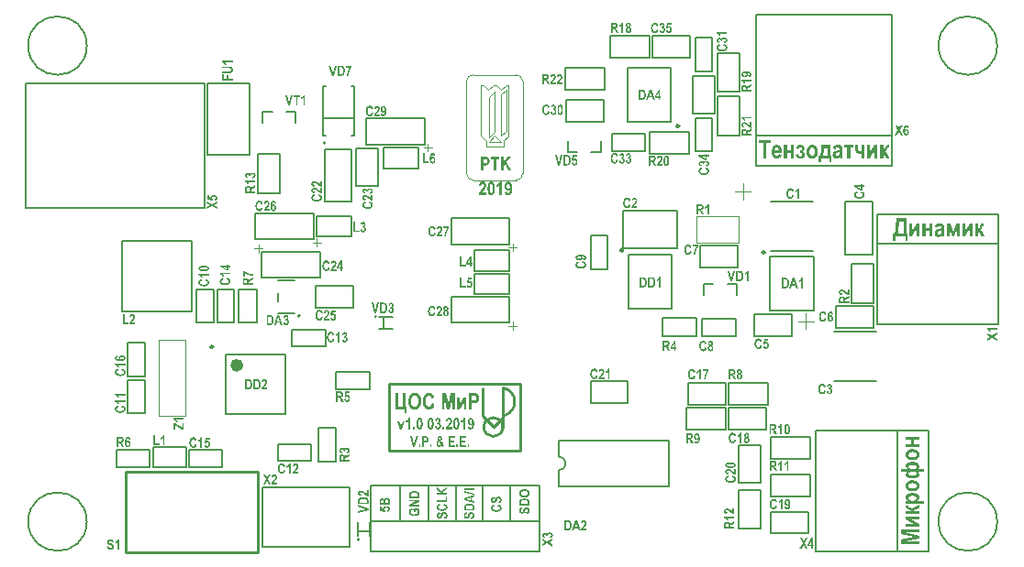
<source format=gto>
G04*
G04 #@! TF.GenerationSoftware,Altium Limited,Altium Designer,22.7.1 (60)*
G04*
G04 Layer_Color=65535*
%FSLAX43Y43*%
%MOMM*%
G71*
G04*
G04 #@! TF.SameCoordinates,BA50D012-4F98-4CAA-8EAC-1F94F0521628*
G04*
G04*
G04 #@! TF.FilePolarity,Positive*
G04*
G01*
G75*
%ADD10C,0.200*%
%ADD11C,0.150*%
%ADD12C,0.100*%
%ADD13C,0.254*%
%ADD14C,0.250*%
%ADD15C,0.600*%
%ADD16C,0.050*%
G36*
X33441Y5217D02*
X33450D01*
X33460Y5215D01*
X33484Y5212D01*
X33513Y5205D01*
X33542Y5197D01*
X33572Y5184D01*
X33600Y5167D01*
X33601D01*
X33603Y5165D01*
X33611Y5159D01*
X33624Y5148D01*
X33638Y5134D01*
X33653Y5117D01*
X33668Y5095D01*
X33680Y5073D01*
X33689Y5049D01*
Y5046D01*
X33690Y5043D01*
Y5039D01*
X33692Y5032D01*
Y5025D01*
X33693Y5015D01*
X33694Y5004D01*
X33696Y4990D01*
Y4974D01*
X33697Y4956D01*
X33699Y4935D01*
Y4912D01*
X33700Y4887D01*
Y4563D01*
X32747D01*
Y4907D01*
X32748Y4919D01*
X32750Y4946D01*
X32753Y4976D01*
X32757Y5005D01*
X32763Y5033D01*
X32767Y5045D01*
X32771Y5056D01*
X32772Y5059D01*
X32775Y5064D01*
X32782Y5074D01*
X32791Y5087D01*
X32802Y5100D01*
X32816Y5115D01*
X32833Y5129D01*
X32854Y5143D01*
X32857Y5145D01*
X32864Y5149D01*
X32877Y5155D01*
X32892Y5162D01*
X32912Y5169D01*
X32935Y5174D01*
X32960Y5179D01*
X32987Y5180D01*
X32988D01*
X32990D01*
X32998D01*
X33012Y5179D01*
X33028Y5176D01*
X33047Y5173D01*
X33068Y5167D01*
X33091Y5159D01*
X33112Y5149D01*
X33115Y5148D01*
X33121Y5143D01*
X33130Y5136D01*
X33143Y5128D01*
X33156Y5115D01*
X33170Y5102D01*
X33183Y5087D01*
X33194Y5069D01*
Y5070D01*
X33195Y5071D01*
X33198Y5080D01*
X33205Y5093D01*
X33214Y5110D01*
X33225Y5126D01*
X33239Y5145D01*
X33257Y5163D01*
X33278Y5179D01*
X33281Y5180D01*
X33288Y5184D01*
X33301Y5191D01*
X33319Y5198D01*
X33341Y5205D01*
X33364Y5212D01*
X33393Y5217D01*
X33424Y5218D01*
X33425D01*
X33428D01*
X33434D01*
X33441Y5217D01*
D02*
G37*
G36*
X33401Y4448D02*
X33412D01*
X33425Y4446D01*
X33439Y4444D01*
X33456Y4441D01*
X33491Y4433D01*
X33531Y4420D01*
X33551Y4412D01*
X33570Y4403D01*
X33591Y4392D01*
X33611Y4379D01*
X33613Y4378D01*
X33615Y4376D01*
X33621Y4372D01*
X33628Y4367D01*
X33635Y4360D01*
X33644Y4351D01*
X33653Y4340D01*
X33663Y4329D01*
X33673Y4316D01*
X33683Y4300D01*
X33692Y4285D01*
X33699Y4267D01*
X33706Y4248D01*
X33711Y4227D01*
X33714Y4206D01*
X33716Y4182D01*
Y4172D01*
X33714Y4165D01*
Y4157D01*
X33711Y4145D01*
X33707Y4121D01*
X33699Y4095D01*
X33687Y4065D01*
X33670Y4037D01*
X33659Y4023D01*
X33648Y4009D01*
X33646Y4007D01*
X33645Y4006D01*
X33641Y4002D01*
X33635Y3997D01*
X33628Y3992D01*
X33620Y3986D01*
X33610Y3979D01*
X33598Y3972D01*
X33586Y3965D01*
X33570Y3958D01*
X33555Y3951D01*
X33538Y3944D01*
X33520Y3938D01*
X33498Y3932D01*
X33455Y3925D01*
X33435Y4075D01*
X33438D01*
X33445Y4076D01*
X33458Y4079D01*
X33472Y4082D01*
X33487Y4086D01*
X33503Y4093D01*
X33520Y4102D01*
X33534Y4113D01*
X33535Y4114D01*
X33539Y4119D01*
X33545Y4126D01*
X33551Y4134D01*
X33558Y4144D01*
X33563Y4157D01*
X33567Y4169D01*
X33569Y4183D01*
Y4185D01*
X33567Y4192D01*
X33566Y4200D01*
X33563Y4210D01*
X33558Y4223D01*
X33549Y4237D01*
X33539Y4250D01*
X33524Y4262D01*
X33521Y4264D01*
X33515Y4268D01*
X33504Y4274D01*
X33490Y4279D01*
X33470Y4285D01*
X33446Y4291D01*
X33417Y4295D01*
X33384Y4296D01*
X33383D01*
X33380D01*
X33376D01*
X33369D01*
X33353Y4295D01*
X33333Y4292D01*
X33312Y4288D01*
X33290Y4282D01*
X33270Y4274D01*
X33252Y4262D01*
X33250Y4261D01*
X33245Y4257D01*
X33238Y4250D01*
X33229Y4240D01*
X33222Y4228D01*
X33215Y4213D01*
X33209Y4197D01*
X33208Y4179D01*
Y4176D01*
X33209Y4168D01*
X33212Y4157D01*
X33216Y4141D01*
X33225Y4123D01*
X33238Y4103D01*
X33245Y4093D01*
X33255Y4083D01*
X33264Y4073D01*
X33277Y4064D01*
X33256Y3942D01*
X32760Y4018D01*
Y4415D01*
X32930D01*
Y4133D01*
X33094Y4107D01*
X33092Y4110D01*
X33088Y4116D01*
X33084Y4126D01*
X33077Y4140D01*
X33071Y4155D01*
X33067Y4172D01*
X33063Y4190D01*
X33061Y4210D01*
Y4219D01*
X33063Y4226D01*
X33064Y4234D01*
X33066Y4243D01*
X33070Y4265D01*
X33080Y4289D01*
X33092Y4316D01*
X33101Y4330D01*
X33111Y4343D01*
X33122Y4355D01*
X33135Y4368D01*
X33136Y4369D01*
X33139Y4372D01*
X33145Y4375D01*
X33152Y4381D01*
X33161Y4386D01*
X33173Y4393D01*
X33185Y4402D01*
X33200Y4409D01*
X33216Y4416D01*
X33235Y4424D01*
X33256Y4431D01*
X33277Y4437D01*
X33301Y4443D01*
X33325Y4447D01*
X33352Y4448D01*
X33380Y4450D01*
X33381D01*
X33386D01*
X33393D01*
X33401Y4448D01*
D02*
G37*
G36*
X36004Y5844D02*
X36016D01*
X36030Y5843D01*
X36046D01*
X36080Y5839D01*
X36116Y5834D01*
X36153Y5827D01*
X36188Y5818D01*
X36190D01*
X36193Y5816D01*
X36197Y5815D01*
X36204Y5812D01*
X36221Y5806D01*
X36240Y5798D01*
X36264Y5788D01*
X36288Y5775D01*
X36312Y5761D01*
X36333Y5746D01*
X36336Y5744D01*
X36342Y5739D01*
X36352Y5729D01*
X36363Y5717D01*
X36376Y5702D01*
X36388Y5685D01*
X36401Y5665D01*
X36412Y5643D01*
X36414Y5640D01*
X36417Y5631D01*
X36421Y5619D01*
X36425Y5600D01*
X36431Y5578D01*
X36435Y5551D01*
X36438Y5520D01*
X36439Y5486D01*
Y5190D01*
X35486D01*
Y5496D01*
X35488Y5505D01*
Y5514D01*
X35489Y5538D01*
X35492Y5565D01*
X35498Y5592D01*
X35503Y5619D01*
X35512Y5641D01*
X35513Y5644D01*
X35516Y5651D01*
X35523Y5661D01*
X35531Y5675D01*
X35543Y5691D01*
X35557Y5709D01*
X35574Y5726D01*
X35593Y5744D01*
X35596Y5747D01*
X35603Y5753D01*
X35616Y5761D01*
X35634Y5771D01*
X35655Y5784D01*
X35681Y5796D01*
X35710Y5808D01*
X35744Y5819D01*
X35746D01*
X35748Y5820D01*
X35754Y5822D01*
X35761Y5823D01*
X35770Y5825D01*
X35781Y5827D01*
X35794Y5830D01*
X35808Y5833D01*
X35823Y5834D01*
X35840Y5837D01*
X35858Y5840D01*
X35880Y5842D01*
X35923Y5844D01*
X35973Y5846D01*
X35974D01*
X35978D01*
X35985D01*
X35994D01*
X36004Y5844D01*
D02*
G37*
G36*
X36439Y4867D02*
X35819Y4553D01*
X36439D01*
Y4406D01*
X35486D01*
Y4559D01*
X36123Y4880D01*
X35486D01*
Y5027D01*
X36439D01*
Y4867D01*
D02*
G37*
G36*
X36311Y4254D02*
X36318Y4247D01*
X36329Y4236D01*
X36343Y4219D01*
X36360Y4198D01*
X36377Y4174D01*
X36396Y4144D01*
X36412Y4110D01*
Y4109D01*
X36414Y4106D01*
X36417Y4101D01*
X36419Y4095D01*
X36422Y4085D01*
X36425Y4075D01*
X36434Y4051D01*
X36441Y4023D01*
X36448Y3991D01*
X36453Y3957D01*
X36455Y3922D01*
Y3910D01*
X36453Y3902D01*
Y3892D01*
X36452Y3881D01*
X36451Y3867D01*
X36448Y3852D01*
X36441Y3821D01*
X36431Y3786D01*
X36417Y3751D01*
X36398Y3717D01*
X36397Y3716D01*
X36396Y3713D01*
X36393Y3709D01*
X36387Y3703D01*
X36374Y3686D01*
X36356Y3666D01*
X36332Y3644D01*
X36302Y3620D01*
X36269Y3597D01*
X36229Y3576D01*
X36228D01*
X36224Y3573D01*
X36218Y3572D01*
X36209Y3568D01*
X36198Y3565D01*
X36185Y3561D01*
X36170Y3555D01*
X36153Y3551D01*
X36135Y3547D01*
X36114Y3541D01*
X36092Y3537D01*
X36068Y3534D01*
X36018Y3528D01*
X35963Y3525D01*
X35961D01*
X35956D01*
X35947D01*
X35936Y3527D01*
X35923D01*
X35906Y3528D01*
X35889Y3530D01*
X35870Y3532D01*
X35827Y3538D01*
X35782Y3548D01*
X35737Y3561D01*
X35693Y3578D01*
X35692D01*
X35688Y3580D01*
X35682Y3583D01*
X35675Y3587D01*
X35665Y3592D01*
X35655Y3599D01*
X35631Y3614D01*
X35603Y3634D01*
X35576Y3656D01*
X35550Y3683D01*
X35527Y3713D01*
Y3714D01*
X35524Y3717D01*
X35522Y3721D01*
X35519Y3728D01*
X35514Y3735D01*
X35509Y3745D01*
X35505Y3757D01*
X35499Y3769D01*
X35489Y3799D01*
X35479Y3833D01*
X35474Y3871D01*
X35471Y3913D01*
Y3927D01*
X35472Y3937D01*
X35474Y3948D01*
X35475Y3962D01*
X35476Y3978D01*
X35479Y3993D01*
X35488Y4030D01*
X35500Y4067D01*
X35509Y4085D01*
X35519Y4103D01*
X35530Y4122D01*
X35543Y4137D01*
X35544Y4139D01*
X35545Y4141D01*
X35550Y4146D01*
X35555Y4151D01*
X35564Y4157D01*
X35572Y4165D01*
X35584Y4174D01*
X35596Y4182D01*
X35610Y4192D01*
X35626Y4201D01*
X35643Y4210D01*
X35661Y4219D01*
X35682Y4227D01*
X35703Y4236D01*
X35727Y4242D01*
X35753Y4247D01*
X35788Y4091D01*
X35787D01*
X35785Y4089D01*
X35775Y4086D01*
X35763Y4082D01*
X35746Y4075D01*
X35729Y4067D01*
X35709Y4055D01*
X35691Y4041D01*
X35675Y4026D01*
X35674Y4024D01*
X35670Y4017D01*
X35662Y4008D01*
X35655Y3995D01*
X35648Y3978D01*
X35641Y3960D01*
X35637Y3938D01*
X35636Y3914D01*
Y3905D01*
X35637Y3898D01*
X35639Y3889D01*
X35640Y3879D01*
X35646Y3857D01*
X35655Y3830D01*
X35670Y3803D01*
X35678Y3789D01*
X35688Y3776D01*
X35701Y3764D01*
X35715Y3751D01*
X35716D01*
X35719Y3748D01*
X35723Y3745D01*
X35729Y3741D01*
X35737Y3737D01*
X35747Y3731D01*
X35760Y3726D01*
X35774Y3720D01*
X35789Y3714D01*
X35806Y3709D01*
X35826Y3703D01*
X35847Y3699D01*
X35871Y3695D01*
X35896Y3692D01*
X35923Y3690D01*
X35953Y3689D01*
X35954D01*
X35960D01*
X35970D01*
X35981Y3690D01*
X35995D01*
X36012Y3693D01*
X36030Y3695D01*
X36049Y3697D01*
X36091Y3706D01*
X36135Y3717D01*
X36177Y3734D01*
X36195Y3744D01*
X36214Y3755D01*
X36215Y3757D01*
X36216Y3758D01*
X36225Y3766D01*
X36238Y3779D01*
X36252Y3796D01*
X36266Y3819D01*
X36279Y3847D01*
X36287Y3878D01*
X36288Y3895D01*
X36290Y3913D01*
Y3922D01*
X36288Y3930D01*
X36287Y3941D01*
X36284Y3955D01*
X36281Y3972D01*
X36276Y3989D01*
X36269Y4008D01*
X36267Y4010D01*
X36264Y4016D01*
X36260Y4026D01*
X36253Y4039D01*
X36245Y4051D01*
X36235Y4067D01*
X36224Y4082D01*
X36209Y4098D01*
X36090D01*
Y3917D01*
X35929D01*
Y4257D01*
X36308D01*
X36311Y4254D01*
D02*
G37*
G36*
X39000Y5990D02*
X38553Y5777D01*
X38712Y5649D01*
X39000D01*
Y5491D01*
X38047D01*
Y5649D01*
X38473D01*
X38047Y5969D01*
Y6181D01*
X38416Y5888D01*
X39000Y6196D01*
Y5990D01*
D02*
G37*
G36*
Y4824D02*
X38054D01*
Y4982D01*
X38839D01*
Y5374D01*
X39000D01*
Y4824D01*
D02*
G37*
G36*
X38714Y4684D02*
X38722Y4682D01*
X38734Y4679D01*
X38746Y4674D01*
X38762Y4670D01*
X38779Y4665D01*
X38797Y4658D01*
X38835Y4641D01*
X38875Y4620D01*
X38911Y4596D01*
X38927Y4581D01*
X38942Y4566D01*
X38944Y4565D01*
X38945Y4562D01*
X38949Y4557D01*
X38953Y4550D01*
X38959Y4543D01*
X38965Y4534D01*
X38972Y4522D01*
X38979Y4510D01*
X38986Y4495D01*
X38993Y4480D01*
X39004Y4445D01*
X39013Y4405D01*
X39014Y4384D01*
X39015Y4362D01*
Y4354D01*
X39014Y4347D01*
Y4336D01*
X39011Y4323D01*
X39010Y4308D01*
X39006Y4291D01*
X39001Y4273D01*
X38994Y4253D01*
X38987Y4233D01*
X38977Y4214D01*
X38966Y4192D01*
X38952Y4171D01*
X38937Y4152D01*
X38920Y4132D01*
X38898Y4113D01*
X38897Y4112D01*
X38893Y4109D01*
X38884Y4104D01*
X38873Y4097D01*
X38860Y4088D01*
X38844Y4080D01*
X38824Y4070D01*
X38801Y4060D01*
X38777Y4049D01*
X38749Y4039D01*
X38719Y4030D01*
X38687Y4022D01*
X38652Y4015D01*
X38614Y4009D01*
X38574Y4006D01*
X38532Y4005D01*
X38531D01*
X38529D01*
X38521D01*
X38508Y4006D01*
X38493D01*
X38471Y4008D01*
X38447Y4011D01*
X38422Y4015D01*
X38394Y4019D01*
X38363Y4025D01*
X38332Y4032D01*
X38301Y4040D01*
X38268Y4051D01*
X38237Y4064D01*
X38208Y4078D01*
X38178Y4095D01*
X38151Y4115D01*
X38150Y4116D01*
X38146Y4119D01*
X38140Y4125D01*
X38133Y4132D01*
X38123Y4142D01*
X38113Y4153D01*
X38102Y4167D01*
X38091Y4183D01*
X38081Y4199D01*
X38070Y4219D01*
X38060Y4240D01*
X38050Y4263D01*
X38043Y4288D01*
X38037Y4314D01*
X38033Y4342D01*
X38032Y4371D01*
Y4384D01*
X38033Y4394D01*
X38034Y4405D01*
X38036Y4418D01*
X38039Y4432D01*
X38043Y4448D01*
X38054Y4483D01*
X38061Y4501D01*
X38070Y4519D01*
X38081Y4538D01*
X38094Y4556D01*
X38108Y4574D01*
X38123Y4591D01*
Y4593D01*
X38126Y4594D01*
X38130Y4597D01*
X38134Y4601D01*
X38141Y4607D01*
X38150Y4612D01*
X38160Y4620D01*
X38171Y4627D01*
X38184Y4634D01*
X38196Y4642D01*
X38212Y4649D01*
X38229Y4658D01*
X38249Y4665D01*
X38268Y4672D01*
X38290Y4679D01*
X38312Y4684D01*
X38357Y4528D01*
X38356D01*
X38354Y4526D01*
X38350D01*
X38344Y4525D01*
X38330Y4521D01*
X38313Y4515D01*
X38294Y4507D01*
X38274Y4495D01*
X38256Y4483D01*
X38239Y4467D01*
X38237Y4466D01*
X38232Y4460D01*
X38225Y4450D01*
X38218Y4438D01*
X38209Y4422D01*
X38204Y4405D01*
X38198Y4386D01*
X38196Y4363D01*
Y4354D01*
X38198Y4349D01*
X38201Y4333D01*
X38206Y4314D01*
X38215Y4291D01*
X38229Y4267D01*
X38237Y4256D01*
X38247Y4245D01*
X38258Y4233D01*
X38273Y4222D01*
X38274D01*
X38275Y4219D01*
X38281Y4218D01*
X38287Y4214D01*
X38295Y4209D01*
X38305Y4205D01*
X38318Y4201D01*
X38332Y4195D01*
X38347Y4190D01*
X38366Y4185D01*
X38387Y4181D01*
X38409Y4177D01*
X38433Y4174D01*
X38460Y4171D01*
X38490Y4168D01*
X38521D01*
X38522D01*
X38529D01*
X38538D01*
X38550Y4170D01*
X38564D01*
X38581Y4171D01*
X38600Y4173D01*
X38619Y4175D01*
X38662Y4181D01*
X38704Y4191D01*
X38724Y4197D01*
X38743Y4204D01*
X38760Y4212D01*
X38776Y4221D01*
X38777D01*
X38779Y4223D01*
X38787Y4230D01*
X38800Y4242D01*
X38813Y4259D01*
X38827Y4278D01*
X38839Y4301D01*
X38848Y4329D01*
X38849Y4343D01*
X38851Y4359D01*
Y4362D01*
X38849Y4369D01*
X38848Y4381D01*
X38845Y4395D01*
X38839Y4412D01*
X38831Y4431D01*
X38818Y4449D01*
X38803Y4466D01*
X38800Y4467D01*
X38793Y4473D01*
X38781Y4481D01*
X38765Y4491D01*
X38743Y4503D01*
X38717Y4512D01*
X38686Y4524D01*
X38648Y4532D01*
X38707Y4686D01*
X38708D01*
X38714Y4684D01*
D02*
G37*
G36*
X38745Y3898D02*
X38755Y3896D01*
X38767Y3895D01*
X38781Y3892D01*
X38796Y3889D01*
X38829Y3881D01*
X38865Y3867D01*
X38882Y3858D01*
X38898Y3847D01*
X38915Y3836D01*
X38932Y3822D01*
X38934Y3820D01*
X38937Y3817D01*
X38939Y3813D01*
X38945Y3808D01*
X38952Y3799D01*
X38959Y3789D01*
X38966Y3777D01*
X38973Y3764D01*
X38982Y3748D01*
X38989Y3730D01*
X38996Y3710D01*
X39003Y3689D01*
X39008Y3665D01*
X39011Y3640D01*
X39014Y3613D01*
X39015Y3583D01*
Y3571D01*
X39013Y3557D01*
X39010Y3538D01*
X39006Y3516D01*
X38999Y3490D01*
X38989Y3464D01*
X38975Y3435D01*
X38958Y3407D01*
X38935Y3379D01*
X38910Y3352D01*
X38894Y3340D01*
X38877Y3327D01*
X38859Y3316D01*
X38841Y3306D01*
X38820Y3296D01*
X38797Y3286D01*
X38772Y3279D01*
X38746Y3272D01*
X38718Y3268D01*
X38688Y3263D01*
X38670Y3417D01*
X38672D01*
X38679Y3418D01*
X38687Y3420D01*
X38698Y3423D01*
X38712Y3427D01*
X38728Y3433D01*
X38745Y3440D01*
X38762Y3448D01*
X38779Y3458D01*
X38796Y3469D01*
X38811Y3483D01*
X38825Y3500D01*
X38836Y3519D01*
X38845Y3538D01*
X38852Y3562D01*
X38853Y3588D01*
Y3599D01*
X38852Y3612D01*
X38849Y3628D01*
X38845Y3645D01*
X38838Y3664D01*
X38829Y3682D01*
X38817Y3699D01*
X38815Y3700D01*
X38810Y3706D01*
X38801Y3713D01*
X38791Y3720D01*
X38777Y3729D01*
X38762Y3734D01*
X38743Y3740D01*
X38724Y3741D01*
X38722D01*
X38718D01*
X38712Y3740D01*
X38704D01*
X38687Y3734D01*
X38677Y3731D01*
X38669Y3726D01*
X38667D01*
X38664Y3723D01*
X38656Y3714D01*
X38650Y3709D01*
X38643Y3702D01*
X38638Y3692D01*
X38632Y3682D01*
X38631Y3681D01*
X38629Y3676D01*
X38625Y3667D01*
X38619Y3654D01*
X38617Y3645D01*
X38614Y3636D01*
X38610Y3624D01*
X38605Y3610D01*
X38600Y3596D01*
X38594Y3579D01*
X38588Y3561D01*
X38583Y3541D01*
Y3540D01*
X38581Y3537D01*
X38580Y3531D01*
X38577Y3524D01*
X38574Y3516D01*
X38571Y3507D01*
X38563Y3485D01*
X38553Y3461D01*
X38542Y3435D01*
X38529Y3413D01*
X38516Y3393D01*
X38515Y3392D01*
X38509Y3386D01*
X38502Y3378D01*
X38491Y3366D01*
X38478Y3355D01*
X38463Y3342D01*
X38445Y3330D01*
X38423Y3318D01*
X38421Y3317D01*
X38414Y3314D01*
X38401Y3310D01*
X38385Y3306D01*
X38367Y3300D01*
X38346Y3296D01*
X38322Y3293D01*
X38298Y3292D01*
X38297D01*
X38295D01*
X38291D01*
X38285D01*
X38270Y3293D01*
X38251Y3296D01*
X38230Y3300D01*
X38206Y3307D01*
X38182Y3316D01*
X38158Y3327D01*
X38157D01*
X38156Y3328D01*
X38149Y3334D01*
X38137Y3341D01*
X38123Y3352D01*
X38108Y3366D01*
X38092Y3383D01*
X38077Y3402D01*
X38064Y3424D01*
Y3426D01*
X38063Y3427D01*
X38058Y3435D01*
X38054Y3449D01*
X38047Y3468D01*
X38041Y3490D01*
X38037Y3516D01*
X38033Y3547D01*
X38032Y3579D01*
Y3592D01*
X38033Y3602D01*
X38034Y3613D01*
X38036Y3627D01*
X38037Y3641D01*
X38041Y3658D01*
X38050Y3692D01*
X38064Y3729D01*
X38072Y3746D01*
X38082Y3764D01*
X38094Y3779D01*
X38108Y3795D01*
X38109Y3796D01*
X38110Y3798D01*
X38116Y3802D01*
X38122Y3808D01*
X38129Y3813D01*
X38139Y3820D01*
X38150Y3827D01*
X38163Y3834D01*
X38177Y3841D01*
X38192Y3850D01*
X38211Y3857D01*
X38229Y3863D01*
X38250Y3868D01*
X38271Y3872D01*
X38295Y3877D01*
X38321Y3878D01*
X38329Y3720D01*
X38328D01*
X38326D01*
X38322Y3719D01*
X38316Y3717D01*
X38304Y3714D01*
X38287Y3710D01*
X38270Y3703D01*
X38251Y3696D01*
X38236Y3686D01*
X38222Y3674D01*
X38220Y3672D01*
X38218Y3668D01*
X38212Y3660D01*
X38206Y3648D01*
X38201Y3634D01*
X38195Y3617D01*
X38192Y3597D01*
X38191Y3575D01*
Y3565D01*
X38192Y3552D01*
X38194Y3538D01*
X38198Y3523D01*
X38202Y3507D01*
X38209Y3490D01*
X38218Y3476D01*
X38219Y3475D01*
X38222Y3471D01*
X38227Y3465D01*
X38236Y3459D01*
X38246Y3454D01*
X38257Y3448D01*
X38270Y3444D01*
X38284Y3442D01*
X38285D01*
X38290D01*
X38297Y3444D01*
X38306Y3447D01*
X38316Y3449D01*
X38326Y3455D01*
X38337Y3464D01*
X38347Y3473D01*
X38349Y3475D01*
X38352Y3480D01*
X38357Y3489D01*
X38364Y3503D01*
X38368Y3513D01*
X38374Y3523D01*
X38378Y3534D01*
X38384Y3548D01*
X38390Y3562D01*
X38395Y3579D01*
X38401Y3597D01*
X38407Y3617D01*
Y3619D01*
X38408Y3623D01*
X38409Y3628D01*
X38412Y3637D01*
X38416Y3647D01*
X38419Y3658D01*
X38429Y3683D01*
X38440Y3712D01*
X38452Y3740D01*
X38466Y3767D01*
X38473Y3779D01*
X38480Y3789D01*
X38481Y3792D01*
X38487Y3798D01*
X38494Y3808D01*
X38505Y3820D01*
X38519Y3833D01*
X38536Y3847D01*
X38556Y3860D01*
X38577Y3871D01*
X38580Y3872D01*
X38588Y3875D01*
X38601Y3879D01*
X38618Y3885D01*
X38639Y3891D01*
X38664Y3895D01*
X38693Y3898D01*
X38724Y3899D01*
X38725D01*
X38729D01*
X38735D01*
X38745Y3898D01*
D02*
G37*
G36*
X41500Y5907D02*
X40547D01*
Y6064D01*
X41500D01*
Y5907D01*
D02*
G37*
G36*
X41515Y5637D02*
Y5527D01*
X40532Y5720D01*
Y5833D01*
X41515Y5637D01*
D02*
G37*
G36*
X41500Y5355D02*
X41284Y5288D01*
Y4972D01*
X41500Y4909D01*
Y4741D01*
X40547Y5044D01*
Y5212D01*
X41500Y5526D01*
Y5355D01*
D02*
G37*
G36*
X41064Y4686D02*
X41077D01*
X41091Y4684D01*
X41107D01*
X41141Y4680D01*
X41177Y4676D01*
X41214Y4669D01*
X41249Y4659D01*
X41250D01*
X41253Y4658D01*
X41258Y4656D01*
X41265Y4653D01*
X41281Y4648D01*
X41301Y4639D01*
X41325Y4629D01*
X41349Y4617D01*
X41373Y4603D01*
X41394Y4587D01*
X41397Y4586D01*
X41403Y4580D01*
X41413Y4570D01*
X41424Y4559D01*
X41437Y4543D01*
X41449Y4526D01*
X41462Y4507D01*
X41473Y4484D01*
X41475Y4481D01*
X41477Y4473D01*
X41482Y4460D01*
X41486Y4442D01*
X41492Y4419D01*
X41496Y4393D01*
X41499Y4362D01*
X41500Y4328D01*
Y4032D01*
X40547D01*
Y4338D01*
X40548Y4346D01*
Y4356D01*
X40550Y4380D01*
X40553Y4407D01*
X40558Y4433D01*
X40564Y4460D01*
X40572Y4483D01*
X40574Y4486D01*
X40577Y4493D01*
X40584Y4503D01*
X40592Y4517D01*
X40603Y4532D01*
X40618Y4550D01*
X40634Y4567D01*
X40654Y4586D01*
X40657Y4589D01*
X40664Y4594D01*
X40677Y4603D01*
X40695Y4612D01*
X40716Y4625D01*
X40742Y4638D01*
X40771Y4649D01*
X40805Y4660D01*
X40806D01*
X40809Y4662D01*
X40815Y4663D01*
X40822Y4665D01*
X40830Y4666D01*
X40842Y4669D01*
X40854Y4672D01*
X40868Y4674D01*
X40884Y4676D01*
X40901Y4679D01*
X40919Y4682D01*
X40940Y4683D01*
X40984Y4686D01*
X41033Y4687D01*
X41035D01*
X41039D01*
X41046D01*
X41055D01*
X41064Y4686D01*
D02*
G37*
G36*
X41245Y3898D02*
X41255Y3896D01*
X41267Y3895D01*
X41281Y3892D01*
X41296Y3889D01*
X41329Y3881D01*
X41365Y3867D01*
X41382Y3858D01*
X41398Y3847D01*
X41415Y3836D01*
X41432Y3822D01*
X41434Y3820D01*
X41437Y3817D01*
X41439Y3813D01*
X41445Y3808D01*
X41452Y3799D01*
X41459Y3789D01*
X41466Y3777D01*
X41473Y3764D01*
X41482Y3748D01*
X41489Y3730D01*
X41496Y3710D01*
X41503Y3689D01*
X41508Y3665D01*
X41511Y3640D01*
X41514Y3613D01*
X41515Y3583D01*
Y3571D01*
X41513Y3557D01*
X41510Y3538D01*
X41506Y3516D01*
X41499Y3490D01*
X41489Y3464D01*
X41475Y3435D01*
X41458Y3407D01*
X41435Y3379D01*
X41410Y3352D01*
X41394Y3340D01*
X41377Y3327D01*
X41359Y3316D01*
X41341Y3306D01*
X41320Y3296D01*
X41297Y3286D01*
X41272Y3279D01*
X41246Y3272D01*
X41218Y3268D01*
X41188Y3263D01*
X41170Y3417D01*
X41172D01*
X41179Y3418D01*
X41187Y3420D01*
X41198Y3423D01*
X41212Y3427D01*
X41228Y3433D01*
X41245Y3440D01*
X41262Y3448D01*
X41279Y3458D01*
X41296Y3469D01*
X41311Y3483D01*
X41325Y3500D01*
X41336Y3519D01*
X41345Y3538D01*
X41352Y3562D01*
X41353Y3588D01*
Y3599D01*
X41352Y3612D01*
X41349Y3628D01*
X41345Y3645D01*
X41338Y3664D01*
X41329Y3682D01*
X41317Y3699D01*
X41315Y3700D01*
X41310Y3706D01*
X41301Y3713D01*
X41291Y3720D01*
X41277Y3729D01*
X41262Y3734D01*
X41243Y3740D01*
X41224Y3741D01*
X41222D01*
X41218D01*
X41212Y3740D01*
X41204D01*
X41187Y3734D01*
X41177Y3731D01*
X41169Y3726D01*
X41167D01*
X41164Y3723D01*
X41156Y3714D01*
X41150Y3709D01*
X41143Y3702D01*
X41138Y3692D01*
X41132Y3682D01*
X41131Y3681D01*
X41129Y3676D01*
X41125Y3667D01*
X41119Y3654D01*
X41117Y3645D01*
X41114Y3636D01*
X41110Y3624D01*
X41105Y3610D01*
X41100Y3596D01*
X41094Y3579D01*
X41088Y3561D01*
X41083Y3541D01*
Y3540D01*
X41081Y3537D01*
X41080Y3531D01*
X41077Y3524D01*
X41074Y3516D01*
X41071Y3507D01*
X41063Y3485D01*
X41053Y3461D01*
X41042Y3435D01*
X41029Y3413D01*
X41016Y3393D01*
X41015Y3392D01*
X41009Y3386D01*
X41002Y3378D01*
X40991Y3366D01*
X40978Y3355D01*
X40963Y3342D01*
X40945Y3330D01*
X40923Y3318D01*
X40921Y3317D01*
X40914Y3314D01*
X40901Y3310D01*
X40885Y3306D01*
X40867Y3300D01*
X40846Y3296D01*
X40822Y3293D01*
X40798Y3292D01*
X40797D01*
X40795D01*
X40791D01*
X40785D01*
X40770Y3293D01*
X40751Y3296D01*
X40730Y3300D01*
X40706Y3307D01*
X40682Y3316D01*
X40658Y3327D01*
X40657D01*
X40656Y3328D01*
X40649Y3334D01*
X40637Y3341D01*
X40623Y3352D01*
X40608Y3366D01*
X40592Y3383D01*
X40577Y3402D01*
X40564Y3424D01*
Y3426D01*
X40563Y3427D01*
X40558Y3435D01*
X40554Y3449D01*
X40547Y3468D01*
X40541Y3490D01*
X40537Y3516D01*
X40533Y3547D01*
X40532Y3579D01*
Y3592D01*
X40533Y3602D01*
X40534Y3613D01*
X40536Y3627D01*
X40537Y3641D01*
X40541Y3658D01*
X40550Y3692D01*
X40564Y3729D01*
X40572Y3746D01*
X40582Y3764D01*
X40594Y3779D01*
X40608Y3795D01*
X40609Y3796D01*
X40610Y3798D01*
X40616Y3802D01*
X40622Y3808D01*
X40629Y3813D01*
X40639Y3820D01*
X40650Y3827D01*
X40663Y3834D01*
X40677Y3841D01*
X40692Y3850D01*
X40711Y3857D01*
X40729Y3863D01*
X40750Y3868D01*
X40771Y3872D01*
X40795Y3877D01*
X40821Y3878D01*
X40829Y3720D01*
X40828D01*
X40826D01*
X40822Y3719D01*
X40816Y3717D01*
X40804Y3714D01*
X40787Y3710D01*
X40770Y3703D01*
X40751Y3696D01*
X40736Y3686D01*
X40722Y3674D01*
X40720Y3672D01*
X40718Y3668D01*
X40712Y3660D01*
X40706Y3648D01*
X40701Y3634D01*
X40695Y3617D01*
X40692Y3597D01*
X40691Y3575D01*
Y3565D01*
X40692Y3552D01*
X40694Y3538D01*
X40698Y3523D01*
X40702Y3507D01*
X40709Y3490D01*
X40718Y3476D01*
X40719Y3475D01*
X40722Y3471D01*
X40727Y3465D01*
X40736Y3459D01*
X40746Y3454D01*
X40757Y3448D01*
X40770Y3444D01*
X40784Y3442D01*
X40785D01*
X40790D01*
X40797Y3444D01*
X40806Y3447D01*
X40816Y3449D01*
X40826Y3455D01*
X40837Y3464D01*
X40847Y3473D01*
X40849Y3475D01*
X40852Y3480D01*
X40857Y3489D01*
X40864Y3503D01*
X40868Y3513D01*
X40874Y3523D01*
X40878Y3534D01*
X40884Y3548D01*
X40890Y3562D01*
X40895Y3579D01*
X40901Y3597D01*
X40907Y3617D01*
Y3619D01*
X40908Y3623D01*
X40909Y3628D01*
X40912Y3637D01*
X40916Y3647D01*
X40919Y3658D01*
X40929Y3683D01*
X40940Y3712D01*
X40952Y3740D01*
X40966Y3767D01*
X40973Y3779D01*
X40980Y3789D01*
X40981Y3792D01*
X40987Y3798D01*
X40994Y3808D01*
X41005Y3820D01*
X41019Y3833D01*
X41036Y3847D01*
X41056Y3860D01*
X41077Y3871D01*
X41080Y3872D01*
X41088Y3875D01*
X41101Y3879D01*
X41118Y3885D01*
X41139Y3891D01*
X41164Y3895D01*
X41193Y3898D01*
X41224Y3899D01*
X41225D01*
X41229D01*
X41235D01*
X41245Y3898D01*
D02*
G37*
G36*
X43745Y5335D02*
X43755Y5334D01*
X43767Y5332D01*
X43781Y5329D01*
X43796Y5327D01*
X43829Y5318D01*
X43865Y5304D01*
X43882Y5296D01*
X43898Y5284D01*
X43915Y5273D01*
X43932Y5259D01*
X43934Y5258D01*
X43937Y5255D01*
X43939Y5251D01*
X43945Y5245D01*
X43952Y5236D01*
X43959Y5227D01*
X43966Y5214D01*
X43973Y5201D01*
X43982Y5186D01*
X43989Y5167D01*
X43996Y5148D01*
X44003Y5126D01*
X44008Y5102D01*
X44011Y5077D01*
X44014Y5050D01*
X44016Y5021D01*
Y5008D01*
X44013Y4994D01*
X44010Y4976D01*
X44006Y4953D01*
X43999Y4928D01*
X43989Y4901D01*
X43975Y4873D01*
X43958Y4845D01*
X43935Y4816D01*
X43910Y4790D01*
X43894Y4777D01*
X43877Y4764D01*
X43859Y4753D01*
X43841Y4743D01*
X43820Y4733D01*
X43797Y4723D01*
X43772Y4716D01*
X43746Y4709D01*
X43718Y4705D01*
X43688Y4701D01*
X43670Y4854D01*
X43672D01*
X43679Y4856D01*
X43687Y4857D01*
X43698Y4860D01*
X43712Y4864D01*
X43728Y4870D01*
X43745Y4877D01*
X43762Y4885D01*
X43779Y4895D01*
X43796Y4907D01*
X43811Y4921D01*
X43825Y4938D01*
X43836Y4956D01*
X43845Y4976D01*
X43852Y5000D01*
X43853Y5025D01*
Y5036D01*
X43852Y5049D01*
X43849Y5066D01*
X43845Y5083D01*
X43838Y5101D01*
X43829Y5119D01*
X43817Y5136D01*
X43815Y5138D01*
X43810Y5143D01*
X43801Y5150D01*
X43791Y5157D01*
X43777Y5166D01*
X43762Y5172D01*
X43743Y5177D01*
X43724Y5179D01*
X43722D01*
X43718D01*
X43712Y5177D01*
X43704D01*
X43687Y5172D01*
X43677Y5169D01*
X43669Y5163D01*
X43667D01*
X43664Y5160D01*
X43656Y5152D01*
X43650Y5146D01*
X43643Y5139D01*
X43638Y5129D01*
X43632Y5119D01*
X43631Y5118D01*
X43629Y5114D01*
X43625Y5104D01*
X43619Y5091D01*
X43617Y5083D01*
X43614Y5073D01*
X43610Y5062D01*
X43605Y5048D01*
X43600Y5033D01*
X43594Y5016D01*
X43588Y4998D01*
X43583Y4978D01*
Y4977D01*
X43581Y4974D01*
X43580Y4969D01*
X43577Y4962D01*
X43574Y4953D01*
X43571Y4945D01*
X43563Y4922D01*
X43553Y4898D01*
X43542Y4873D01*
X43529Y4850D01*
X43516Y4830D01*
X43515Y4829D01*
X43509Y4823D01*
X43502Y4815D01*
X43491Y4804D01*
X43478Y4792D01*
X43463Y4780D01*
X43445Y4767D01*
X43423Y4756D01*
X43421Y4754D01*
X43414Y4751D01*
X43401Y4747D01*
X43385Y4743D01*
X43367Y4737D01*
X43346Y4733D01*
X43322Y4730D01*
X43298Y4729D01*
X43297D01*
X43295D01*
X43291D01*
X43285D01*
X43270Y4730D01*
X43251Y4733D01*
X43230Y4737D01*
X43206Y4744D01*
X43182Y4753D01*
X43158Y4764D01*
X43157D01*
X43156Y4766D01*
X43149Y4771D01*
X43137Y4778D01*
X43123Y4790D01*
X43108Y4804D01*
X43092Y4821D01*
X43077Y4839D01*
X43064Y4861D01*
Y4863D01*
X43063Y4864D01*
X43058Y4873D01*
X43054Y4887D01*
X43047Y4905D01*
X43041Y4928D01*
X43037Y4953D01*
X43033Y4984D01*
X43032Y5016D01*
Y5029D01*
X43033Y5039D01*
X43034Y5050D01*
X43036Y5064D01*
X43037Y5079D01*
X43041Y5095D01*
X43050Y5129D01*
X43064Y5166D01*
X43072Y5183D01*
X43082Y5201D01*
X43094Y5217D01*
X43108Y5232D01*
X43109Y5234D01*
X43110Y5235D01*
X43116Y5239D01*
X43122Y5245D01*
X43129Y5251D01*
X43139Y5258D01*
X43150Y5265D01*
X43163Y5272D01*
X43177Y5279D01*
X43192Y5287D01*
X43211Y5294D01*
X43229Y5300D01*
X43250Y5305D01*
X43271Y5310D01*
X43295Y5314D01*
X43321Y5315D01*
X43329Y5157D01*
X43328D01*
X43326D01*
X43322Y5156D01*
X43316Y5155D01*
X43304Y5152D01*
X43287Y5148D01*
X43270Y5141D01*
X43251Y5134D01*
X43236Y5124D01*
X43222Y5111D01*
X43220Y5110D01*
X43218Y5105D01*
X43212Y5097D01*
X43206Y5086D01*
X43201Y5071D01*
X43195Y5055D01*
X43192Y5035D01*
X43191Y5012D01*
Y5002D01*
X43192Y4990D01*
X43194Y4976D01*
X43198Y4960D01*
X43202Y4945D01*
X43209Y4928D01*
X43218Y4914D01*
X43219Y4912D01*
X43222Y4908D01*
X43227Y4902D01*
X43236Y4897D01*
X43246Y4891D01*
X43257Y4885D01*
X43270Y4881D01*
X43284Y4880D01*
X43285D01*
X43290D01*
X43297Y4881D01*
X43306Y4884D01*
X43316Y4887D01*
X43326Y4892D01*
X43337Y4901D01*
X43347Y4911D01*
X43349Y4912D01*
X43352Y4918D01*
X43357Y4926D01*
X43364Y4940D01*
X43368Y4950D01*
X43374Y4960D01*
X43378Y4971D01*
X43384Y4985D01*
X43390Y5000D01*
X43395Y5016D01*
X43401Y5035D01*
X43407Y5055D01*
Y5056D01*
X43408Y5060D01*
X43409Y5066D01*
X43412Y5074D01*
X43416Y5084D01*
X43419Y5095D01*
X43429Y5121D01*
X43440Y5149D01*
X43452Y5177D01*
X43466Y5204D01*
X43473Y5217D01*
X43480Y5227D01*
X43481Y5229D01*
X43487Y5235D01*
X43494Y5245D01*
X43505Y5258D01*
X43519Y5270D01*
X43536Y5284D01*
X43556Y5297D01*
X43577Y5308D01*
X43580Y5310D01*
X43588Y5313D01*
X43601Y5317D01*
X43618Y5322D01*
X43639Y5328D01*
X43664Y5332D01*
X43693Y5335D01*
X43724Y5337D01*
X43725D01*
X43729D01*
X43735D01*
X43745Y5335D01*
D02*
G37*
G36*
X43714Y4605D02*
X43722Y4602D01*
X43734Y4599D01*
X43746Y4595D01*
X43762Y4591D01*
X43779Y4585D01*
X43797Y4578D01*
X43835Y4561D01*
X43875Y4540D01*
X43911Y4516D01*
X43927Y4502D01*
X43942Y4486D01*
X43944Y4485D01*
X43945Y4482D01*
X43949Y4478D01*
X43953Y4471D01*
X43959Y4464D01*
X43965Y4454D01*
X43972Y4443D01*
X43979Y4430D01*
X43986Y4416D01*
X43993Y4400D01*
X44004Y4365D01*
X44013Y4326D01*
X44014Y4305D01*
X44016Y4282D01*
Y4275D01*
X44014Y4268D01*
Y4257D01*
X44011Y4244D01*
X44010Y4228D01*
X44006Y4212D01*
X44001Y4193D01*
X43994Y4173D01*
X43987Y4154D01*
X43977Y4134D01*
X43966Y4113D01*
X43952Y4092D01*
X43937Y4072D01*
X43920Y4052D01*
X43898Y4034D01*
X43897Y4033D01*
X43893Y4030D01*
X43884Y4024D01*
X43873Y4017D01*
X43860Y4009D01*
X43844Y4000D01*
X43824Y3990D01*
X43801Y3980D01*
X43777Y3969D01*
X43749Y3959D01*
X43719Y3951D01*
X43687Y3942D01*
X43652Y3935D01*
X43614Y3930D01*
X43574Y3927D01*
X43532Y3925D01*
X43531D01*
X43529D01*
X43521D01*
X43508Y3927D01*
X43493D01*
X43471Y3928D01*
X43447Y3931D01*
X43422Y3935D01*
X43394Y3939D01*
X43363Y3945D01*
X43332Y3952D01*
X43301Y3961D01*
X43268Y3972D01*
X43237Y3985D01*
X43208Y3999D01*
X43178Y4016D01*
X43151Y4035D01*
X43150Y4037D01*
X43146Y4040D01*
X43140Y4045D01*
X43133Y4052D01*
X43123Y4062D01*
X43113Y4073D01*
X43102Y4088D01*
X43091Y4103D01*
X43081Y4120D01*
X43070Y4140D01*
X43060Y4161D01*
X43050Y4183D01*
X43043Y4209D01*
X43037Y4234D01*
X43033Y4262D01*
X43032Y4292D01*
Y4305D01*
X43033Y4314D01*
X43034Y4326D01*
X43036Y4338D01*
X43039Y4353D01*
X43043Y4368D01*
X43054Y4403D01*
X43061Y4422D01*
X43070Y4440D01*
X43081Y4458D01*
X43094Y4477D01*
X43108Y4495D01*
X43123Y4512D01*
Y4513D01*
X43126Y4515D01*
X43130Y4517D01*
X43134Y4522D01*
X43141Y4527D01*
X43150Y4533D01*
X43160Y4540D01*
X43171Y4547D01*
X43184Y4554D01*
X43196Y4563D01*
X43212Y4570D01*
X43229Y4578D01*
X43249Y4585D01*
X43268Y4592D01*
X43290Y4599D01*
X43312Y4605D01*
X43357Y4448D01*
X43356D01*
X43354Y4447D01*
X43350D01*
X43344Y4446D01*
X43330Y4441D01*
X43313Y4436D01*
X43294Y4427D01*
X43274Y4416D01*
X43256Y4403D01*
X43239Y4388D01*
X43237Y4386D01*
X43232Y4381D01*
X43225Y4371D01*
X43218Y4358D01*
X43209Y4343D01*
X43204Y4326D01*
X43198Y4306D01*
X43196Y4283D01*
Y4275D01*
X43198Y4269D01*
X43201Y4254D01*
X43206Y4234D01*
X43215Y4212D01*
X43229Y4188D01*
X43237Y4176D01*
X43247Y4165D01*
X43258Y4154D01*
X43273Y4142D01*
X43274D01*
X43275Y4140D01*
X43281Y4138D01*
X43287Y4134D01*
X43295Y4130D01*
X43305Y4126D01*
X43318Y4121D01*
X43332Y4116D01*
X43347Y4110D01*
X43366Y4106D01*
X43387Y4102D01*
X43409Y4097D01*
X43433Y4095D01*
X43460Y4092D01*
X43490Y4089D01*
X43521D01*
X43522D01*
X43529D01*
X43538D01*
X43550Y4090D01*
X43564D01*
X43581Y4092D01*
X43600Y4093D01*
X43619Y4096D01*
X43662Y4102D01*
X43704Y4111D01*
X43724Y4117D01*
X43743Y4124D01*
X43760Y4133D01*
X43776Y4141D01*
X43777D01*
X43779Y4144D01*
X43787Y4151D01*
X43800Y4162D01*
X43813Y4179D01*
X43827Y4199D01*
X43839Y4221D01*
X43848Y4250D01*
X43849Y4264D01*
X43851Y4279D01*
Y4282D01*
X43849Y4289D01*
X43848Y4302D01*
X43845Y4316D01*
X43839Y4333D01*
X43831Y4351D01*
X43818Y4369D01*
X43803Y4386D01*
X43800Y4388D01*
X43793Y4393D01*
X43781Y4402D01*
X43765Y4412D01*
X43743Y4423D01*
X43717Y4433D01*
X43686Y4444D01*
X43648Y4453D01*
X43707Y4606D01*
X43708D01*
X43714Y4605D01*
D02*
G37*
G36*
X46163Y6008D02*
X46183Y6006D01*
X46207Y6003D01*
X46232Y5999D01*
X46260Y5995D01*
X46290Y5989D01*
X46319Y5982D01*
X46350Y5972D01*
X46381Y5961D01*
X46413Y5948D01*
X46442Y5933D01*
X46470Y5916D01*
X46497Y5896D01*
X46499Y5895D01*
X46503Y5892D01*
X46508Y5886D01*
X46515Y5878D01*
X46524Y5868D01*
X46535Y5857D01*
X46545Y5843D01*
X46556Y5826D01*
X46568Y5808D01*
X46577Y5788D01*
X46587Y5767D01*
X46597Y5743D01*
X46604Y5717D01*
X46610Y5689D01*
X46614Y5661D01*
X46616Y5630D01*
Y5623D01*
X46614Y5613D01*
Y5602D01*
X46611Y5588D01*
X46610Y5571D01*
X46606Y5552D01*
X46601Y5533D01*
X46594Y5511D01*
X46587Y5490D01*
X46577Y5468D01*
X46566Y5445D01*
X46552Y5424D01*
X46537Y5402D01*
X46520Y5382D01*
X46499Y5362D01*
X46497Y5361D01*
X46493Y5358D01*
X46484Y5352D01*
X46475Y5345D01*
X46460Y5337D01*
X46444Y5327D01*
X46424Y5317D01*
X46403Y5307D01*
X46377Y5296D01*
X46349Y5286D01*
X46319Y5276D01*
X46287Y5268D01*
X46252Y5261D01*
X46214Y5255D01*
X46173Y5252D01*
X46131Y5251D01*
X46129D01*
X46124D01*
X46114D01*
X46102Y5252D01*
X46088D01*
X46071Y5253D01*
X46052Y5255D01*
X46032Y5256D01*
X45987Y5263D01*
X45940Y5272D01*
X45894Y5283D01*
X45871Y5292D01*
X45850Y5300D01*
X45849D01*
X45846Y5303D01*
X45840Y5306D01*
X45832Y5310D01*
X45823Y5314D01*
X45812Y5320D01*
X45788Y5335D01*
X45761Y5355D01*
X45734Y5376D01*
X45709Y5403D01*
X45687Y5431D01*
Y5433D01*
X45684Y5435D01*
X45681Y5440D01*
X45678Y5445D01*
X45674Y5454D01*
X45670Y5464D01*
X45664Y5475D01*
X45658Y5486D01*
X45648Y5516D01*
X45640Y5550D01*
X45634Y5588D01*
X45632Y5630D01*
Y5637D01*
X45633Y5647D01*
Y5658D01*
X45636Y5672D01*
X45639Y5689D01*
X45643Y5707D01*
X45647Y5727D01*
X45654Y5748D01*
X45663Y5771D01*
X45674Y5793D01*
X45685Y5816D01*
X45701Y5839D01*
X45718Y5861D01*
X45737Y5882D01*
X45760Y5903D01*
X45761Y5905D01*
X45765Y5908D01*
X45772Y5913D01*
X45784Y5920D01*
X45796Y5927D01*
X45813Y5937D01*
X45832Y5947D01*
X45853Y5957D01*
X45878Y5967D01*
X45905Y5975D01*
X45935Y5985D01*
X45967Y5992D01*
X46002Y5999D01*
X46040Y6005D01*
X46081Y6008D01*
X46124Y6009D01*
X46126D01*
X46133D01*
X46146D01*
X46163Y6008D01*
D02*
G37*
G36*
X46164Y5148D02*
X46177D01*
X46191Y5146D01*
X46207D01*
X46241Y5142D01*
X46277Y5138D01*
X46314Y5131D01*
X46349Y5121D01*
X46350D01*
X46353Y5120D01*
X46358Y5118D01*
X46365Y5115D01*
X46381Y5110D01*
X46401Y5101D01*
X46425Y5091D01*
X46449Y5079D01*
X46473Y5065D01*
X46494Y5049D01*
X46497Y5048D01*
X46503Y5042D01*
X46513Y5032D01*
X46524Y5021D01*
X46537Y5005D01*
X46549Y4988D01*
X46562Y4969D01*
X46573Y4946D01*
X46575Y4943D01*
X46577Y4935D01*
X46582Y4922D01*
X46586Y4904D01*
X46592Y4881D01*
X46596Y4855D01*
X46599Y4824D01*
X46600Y4790D01*
Y4494D01*
X45647D01*
Y4800D01*
X45648Y4808D01*
Y4818D01*
X45650Y4842D01*
X45653Y4869D01*
X45658Y4895D01*
X45664Y4922D01*
X45672Y4945D01*
X45674Y4948D01*
X45677Y4955D01*
X45684Y4965D01*
X45692Y4979D01*
X45703Y4994D01*
X45718Y5012D01*
X45734Y5029D01*
X45754Y5048D01*
X45757Y5051D01*
X45764Y5056D01*
X45777Y5065D01*
X45795Y5074D01*
X45816Y5087D01*
X45842Y5100D01*
X45871Y5111D01*
X45905Y5122D01*
X45906D01*
X45909Y5124D01*
X45915Y5125D01*
X45922Y5127D01*
X45930Y5128D01*
X45942Y5131D01*
X45954Y5134D01*
X45968Y5136D01*
X45984Y5138D01*
X46001Y5141D01*
X46019Y5144D01*
X46040Y5145D01*
X46084Y5148D01*
X46133Y5149D01*
X46135D01*
X46139D01*
X46146D01*
X46155D01*
X46164Y5148D01*
D02*
G37*
G36*
X46345Y4360D02*
X46355Y4358D01*
X46367Y4357D01*
X46381Y4354D01*
X46396Y4351D01*
X46429Y4343D01*
X46465Y4329D01*
X46482Y4320D01*
X46499Y4309D01*
X46515Y4298D01*
X46532Y4284D01*
X46534Y4282D01*
X46537Y4279D01*
X46539Y4275D01*
X46545Y4270D01*
X46552Y4261D01*
X46559Y4251D01*
X46566Y4239D01*
X46573Y4226D01*
X46582Y4210D01*
X46589Y4192D01*
X46596Y4172D01*
X46603Y4151D01*
X46608Y4127D01*
X46611Y4102D01*
X46614Y4075D01*
X46616Y4045D01*
Y4033D01*
X46613Y4019D01*
X46610Y4000D01*
X46606Y3978D01*
X46599Y3952D01*
X46589Y3926D01*
X46575Y3897D01*
X46558Y3869D01*
X46535Y3841D01*
X46510Y3814D01*
X46494Y3802D01*
X46477Y3789D01*
X46459Y3778D01*
X46441Y3768D01*
X46420Y3758D01*
X46397Y3748D01*
X46372Y3741D01*
X46346Y3734D01*
X46318Y3730D01*
X46288Y3725D01*
X46270Y3879D01*
X46272D01*
X46279Y3880D01*
X46287Y3882D01*
X46298Y3885D01*
X46312Y3889D01*
X46328Y3895D01*
X46345Y3902D01*
X46362Y3910D01*
X46379Y3920D01*
X46396Y3931D01*
X46411Y3945D01*
X46425Y3962D01*
X46436Y3981D01*
X46445Y4000D01*
X46452Y4024D01*
X46453Y4050D01*
Y4061D01*
X46452Y4074D01*
X46449Y4090D01*
X46445Y4107D01*
X46438Y4126D01*
X46429Y4144D01*
X46417Y4161D01*
X46415Y4162D01*
X46410Y4168D01*
X46401Y4175D01*
X46391Y4182D01*
X46377Y4191D01*
X46362Y4196D01*
X46343Y4202D01*
X46324Y4203D01*
X46322D01*
X46318D01*
X46312Y4202D01*
X46304D01*
X46287Y4196D01*
X46277Y4193D01*
X46269Y4188D01*
X46267D01*
X46264Y4185D01*
X46256Y4176D01*
X46250Y4171D01*
X46243Y4164D01*
X46238Y4154D01*
X46232Y4144D01*
X46231Y4143D01*
X46229Y4138D01*
X46225Y4129D01*
X46219Y4116D01*
X46217Y4107D01*
X46214Y4098D01*
X46210Y4086D01*
X46205Y4072D01*
X46200Y4058D01*
X46194Y4041D01*
X46188Y4023D01*
X46183Y4003D01*
Y4002D01*
X46181Y3999D01*
X46180Y3993D01*
X46177Y3986D01*
X46174Y3978D01*
X46171Y3969D01*
X46163Y3947D01*
X46153Y3923D01*
X46142Y3897D01*
X46129Y3875D01*
X46116Y3855D01*
X46115Y3854D01*
X46109Y3848D01*
X46102Y3840D01*
X46091Y3828D01*
X46078Y3817D01*
X46063Y3804D01*
X46045Y3792D01*
X46023Y3780D01*
X46021Y3779D01*
X46014Y3776D01*
X46001Y3772D01*
X45985Y3768D01*
X45967Y3762D01*
X45946Y3758D01*
X45922Y3755D01*
X45898Y3754D01*
X45897D01*
X45895D01*
X45891D01*
X45885D01*
X45870Y3755D01*
X45851Y3758D01*
X45830Y3762D01*
X45806Y3769D01*
X45782Y3778D01*
X45758Y3789D01*
X45757D01*
X45756Y3790D01*
X45749Y3796D01*
X45737Y3803D01*
X45723Y3814D01*
X45708Y3828D01*
X45692Y3845D01*
X45677Y3864D01*
X45664Y3886D01*
Y3888D01*
X45663Y3889D01*
X45658Y3897D01*
X45654Y3911D01*
X45647Y3930D01*
X45641Y3952D01*
X45637Y3978D01*
X45633Y4009D01*
X45632Y4041D01*
Y4054D01*
X45633Y4064D01*
X45634Y4075D01*
X45636Y4089D01*
X45637Y4103D01*
X45641Y4120D01*
X45650Y4154D01*
X45664Y4191D01*
X45672Y4207D01*
X45682Y4226D01*
X45694Y4241D01*
X45708Y4257D01*
X45709Y4258D01*
X45710Y4260D01*
X45716Y4264D01*
X45722Y4270D01*
X45729Y4275D01*
X45739Y4282D01*
X45750Y4289D01*
X45763Y4296D01*
X45777Y4303D01*
X45792Y4312D01*
X45811Y4319D01*
X45829Y4325D01*
X45850Y4330D01*
X45871Y4334D01*
X45895Y4339D01*
X45921Y4340D01*
X45929Y4182D01*
X45928D01*
X45926D01*
X45922Y4181D01*
X45916Y4179D01*
X45904Y4176D01*
X45887Y4172D01*
X45870Y4165D01*
X45851Y4158D01*
X45836Y4148D01*
X45822Y4136D01*
X45820Y4134D01*
X45818Y4130D01*
X45812Y4122D01*
X45806Y4110D01*
X45801Y4096D01*
X45795Y4079D01*
X45792Y4059D01*
X45791Y4037D01*
Y4027D01*
X45792Y4014D01*
X45794Y4000D01*
X45798Y3985D01*
X45802Y3969D01*
X45809Y3952D01*
X45818Y3938D01*
X45819Y3937D01*
X45822Y3933D01*
X45827Y3927D01*
X45836Y3921D01*
X45846Y3916D01*
X45857Y3910D01*
X45870Y3906D01*
X45884Y3904D01*
X45885D01*
X45890D01*
X45897Y3906D01*
X45906Y3909D01*
X45916Y3911D01*
X45926Y3917D01*
X45937Y3926D01*
X45947Y3935D01*
X45949Y3937D01*
X45952Y3942D01*
X45957Y3951D01*
X45964Y3965D01*
X45968Y3975D01*
X45974Y3985D01*
X45978Y3996D01*
X45984Y4010D01*
X45990Y4024D01*
X45995Y4041D01*
X46001Y4059D01*
X46007Y4079D01*
Y4081D01*
X46008Y4085D01*
X46009Y4090D01*
X46012Y4099D01*
X46016Y4109D01*
X46019Y4120D01*
X46029Y4145D01*
X46040Y4174D01*
X46052Y4202D01*
X46066Y4229D01*
X46073Y4241D01*
X46080Y4251D01*
X46081Y4254D01*
X46087Y4260D01*
X46094Y4270D01*
X46105Y4282D01*
X46119Y4295D01*
X46136Y4309D01*
X46156Y4322D01*
X46177Y4333D01*
X46180Y4334D01*
X46188Y4337D01*
X46201Y4341D01*
X46218Y4347D01*
X46239Y4353D01*
X46264Y4357D01*
X46293Y4360D01*
X46324Y4361D01*
X46325D01*
X46329D01*
X46335D01*
X46345Y4360D01*
D02*
G37*
G36*
X44657Y34454D02*
X44670Y34452D01*
X44687Y34448D01*
X44722Y34437D01*
X44742Y34430D01*
X44763Y34420D01*
X44783Y34407D01*
X44805Y34394D01*
X44827Y34378D01*
X44848Y34357D01*
X44868Y34335D01*
X44889Y34309D01*
X44890Y34307D01*
X44892Y34302D01*
X44898Y34294D01*
X44905Y34281D01*
X44913Y34265D01*
X44920Y34244D01*
X44929Y34222D01*
X44940Y34194D01*
X44950Y34163D01*
X44959Y34126D01*
X44966Y34087D01*
X44974Y34042D01*
X44981Y33994D01*
X44987Y33943D01*
X44989Y33885D01*
X44990Y33824D01*
Y33822D01*
Y33820D01*
Y33809D01*
Y33791D01*
X44989Y33768D01*
X44987Y33739D01*
X44985Y33707D01*
X44981Y33672D01*
X44977Y33633D01*
X44964Y33552D01*
X44957Y33511D01*
X44946Y33470D01*
X44933Y33431D01*
X44920Y33394D01*
X44903Y33359D01*
X44885Y33330D01*
X44883Y33328D01*
X44879Y33324D01*
X44874Y33317D01*
X44866Y33306D01*
X44855Y33294D01*
X44842Y33281D01*
X44827Y33269D01*
X44811Y33256D01*
X44792Y33241D01*
X44772Y33228D01*
X44726Y33204D01*
X44700Y33194D01*
X44672Y33187D01*
X44644Y33181D01*
X44613Y33180D01*
X44602D01*
X44594Y33181D01*
X44572Y33183D01*
X44544Y33189D01*
X44515Y33198D01*
X44483Y33211D01*
X44450Y33230D01*
X44420Y33256D01*
X44416Y33259D01*
X44407Y33270D01*
X44394Y33289D01*
X44387Y33300D01*
X44379Y33313D01*
X44372Y33330D01*
X44363Y33346D01*
X44355Y33365D01*
X44348Y33387D01*
X44340Y33409D01*
X44333Y33435D01*
X44328Y33461D01*
X44324Y33491D01*
X44515Y33517D01*
Y33515D01*
Y33511D01*
X44516Y33504D01*
X44518Y33494D01*
X44524Y33472D01*
X44533Y33448D01*
X44548Y33422D01*
X44566Y33400D01*
X44579Y33391D01*
X44592Y33383D01*
X44609Y33380D01*
X44626Y33378D01*
X44629D01*
X44637Y33380D01*
X44648Y33381D01*
X44663Y33387D01*
X44679Y33394D01*
X44698Y33407D01*
X44715Y33424D01*
X44731Y33446D01*
X44733Y33450D01*
X44735Y33454D01*
X44739Y33461D01*
X44742Y33468D01*
X44746Y33480D01*
X44750Y33493D01*
X44753Y33507D01*
X44759Y33526D01*
X44763Y33546D01*
X44768Y33568D01*
X44772Y33594D01*
X44777Y33624D01*
X44781Y33656D01*
X44785Y33691D01*
X44787Y33728D01*
X44785Y33726D01*
X44781Y33718D01*
X44772Y33709D01*
X44763Y33698D01*
X44750Y33685D01*
X44737Y33674D01*
X44720Y33661D01*
X44703Y33650D01*
X44702Y33648D01*
X44696Y33646D01*
X44685Y33643D01*
X44674Y33637D01*
X44657Y33631D01*
X44640Y33628D01*
X44620Y33626D01*
X44600Y33624D01*
X44589D01*
X44579Y33626D01*
X44570Y33628D01*
X44559Y33630D01*
X44529Y33639D01*
X44498Y33652D01*
X44481Y33661D01*
X44463Y33670D01*
X44446Y33683D01*
X44428Y33698D01*
X44409Y33715D01*
X44392Y33735D01*
X44390Y33737D01*
X44389Y33741D01*
X44385Y33746D01*
X44379Y33756D01*
X44372Y33767D01*
X44365Y33780D01*
X44357Y33796D01*
X44348Y33815D01*
X44340Y33833D01*
X44331Y33855D01*
X44324Y33881D01*
X44318Y33907D01*
X44311Y33935D01*
X44307Y33965D01*
X44305Y33998D01*
X44303Y34031D01*
Y34033D01*
Y34041D01*
Y34050D01*
X44305Y34065D01*
X44307Y34080D01*
X44309Y34100D01*
X44311Y34120D01*
X44315Y34144D01*
X44326Y34192D01*
X44344Y34244D01*
X44353Y34270D01*
X44366Y34294D01*
X44381Y34318D01*
X44398Y34341D01*
X44400Y34342D01*
X44402Y34346D01*
X44407Y34352D01*
X44415Y34359D01*
X44424Y34367D01*
X44435Y34378D01*
X44463Y34398D01*
X44496Y34418D01*
X44537Y34437D01*
X44559Y34444D01*
X44581Y34450D01*
X44605Y34454D01*
X44631Y34455D01*
X44646D01*
X44657Y34454D01*
D02*
G37*
G36*
X44028Y33200D02*
X43829D01*
Y34105D01*
X43828Y34104D01*
X43824Y34100D01*
X43818Y34094D01*
X43809Y34085D01*
X43800Y34076D01*
X43787Y34063D01*
X43772Y34050D01*
X43755Y34037D01*
X43718Y34007D01*
X43676Y33976D01*
X43626Y33948D01*
X43574Y33924D01*
Y34142D01*
X43576D01*
X43578Y34144D01*
X43589Y34148D01*
X43604Y34157D01*
X43626Y34168D01*
X43652Y34185D01*
X43679Y34205D01*
X43711Y34230D01*
X43744Y34259D01*
X43746Y34261D01*
X43748Y34263D01*
X43759Y34274D01*
X43774Y34292D01*
X43792Y34317D01*
X43813Y34344D01*
X43833Y34378D01*
X43852Y34415D01*
X43866Y34455D01*
X44028D01*
Y33200D01*
D02*
G37*
G36*
X42289Y34454D02*
X42304Y34452D01*
X42318Y34450D01*
X42356Y34442D01*
X42394Y34430D01*
X42415Y34422D01*
X42435Y34411D01*
X42456Y34398D01*
X42474Y34385D01*
X42491Y34368D01*
X42507Y34350D01*
X42509Y34348D01*
X42511Y34344D01*
X42515Y34339D01*
X42520Y34331D01*
X42526Y34322D01*
X42533Y34309D01*
X42550Y34280D01*
X42565Y34244D01*
X42578Y34204D01*
X42587Y34159D01*
X42591Y34135D01*
Y34109D01*
Y34105D01*
Y34096D01*
X42589Y34081D01*
Y34061D01*
X42585Y34039D01*
X42581Y34013D01*
X42576Y33987D01*
X42568Y33959D01*
Y33955D01*
X42565Y33946D01*
X42559Y33933D01*
X42554Y33915D01*
X42544Y33893D01*
X42533Y33868D01*
X42518Y33843D01*
X42504Y33815D01*
X42502Y33811D01*
X42496Y33802D01*
X42485Y33785D01*
X42470Y33765D01*
X42450Y33737D01*
X42424Y33706D01*
X42394Y33668D01*
X42359Y33628D01*
X42357Y33626D01*
X42356Y33624D01*
X42350Y33618D01*
X42344Y33611D01*
X42328Y33593D01*
X42309Y33570D01*
X42289Y33546D01*
X42268Y33524D01*
X42252Y33504D01*
X42239Y33487D01*
X42237Y33485D01*
X42235Y33481D01*
X42230Y33474D01*
X42224Y33467D01*
X42211Y33446D01*
X42198Y33422D01*
X42591D01*
Y33200D01*
X41900D01*
Y33202D01*
Y33206D01*
X41902Y33213D01*
Y33222D01*
X41904Y33233D01*
X41907Y33246D01*
X41913Y33278D01*
X41920Y33313D01*
X41933Y33354D01*
X41948Y33396D01*
X41967Y33439D01*
Y33441D01*
X41970Y33444D01*
X41972Y33450D01*
X41978Y33459D01*
X41985Y33470D01*
X41993Y33485D01*
X42004Y33500D01*
X42017Y33518D01*
X42030Y33539D01*
X42046Y33561D01*
X42063Y33585D01*
X42083Y33613D01*
X42106Y33641D01*
X42131Y33670D01*
X42157Y33704D01*
X42187Y33737D01*
X42189Y33739D01*
X42193Y33744D01*
X42200Y33752D01*
X42207Y33761D01*
X42218Y33772D01*
X42230Y33787D01*
X42256Y33818D01*
X42283Y33852D01*
X42309Y33883D01*
X42331Y33913D01*
X42341Y33926D01*
X42348Y33937D01*
X42350Y33941D01*
X42356Y33950D01*
X42363Y33965D01*
X42370Y33985D01*
X42378Y34007D01*
X42385Y34033D01*
X42391Y34061D01*
X42393Y34089D01*
Y34091D01*
Y34092D01*
Y34102D01*
X42391Y34117D01*
X42389Y34135D01*
X42383Y34155D01*
X42378Y34176D01*
X42368Y34196D01*
X42356Y34213D01*
X42354Y34215D01*
X42348Y34220D01*
X42341Y34226D01*
X42330Y34235D01*
X42317Y34242D01*
X42300Y34248D01*
X42280Y34254D01*
X42259Y34255D01*
X42254D01*
X42246Y34254D01*
X42239Y34252D01*
X42217Y34244D01*
X42206Y34239D01*
X42193Y34231D01*
X42180Y34220D01*
X42167Y34207D01*
X42156Y34192D01*
X42144Y34172D01*
X42135Y34150D01*
X42128Y34124D01*
X42122Y34094D01*
X42118Y34059D01*
X41922Y34085D01*
Y34087D01*
X41924Y34094D01*
Y34104D01*
X41926Y34117D01*
X41930Y34131D01*
X41931Y34150D01*
X41937Y34170D01*
X41943Y34192D01*
X41956Y34237D01*
X41974Y34283D01*
X41998Y34328D01*
X42011Y34346D01*
X42028Y34365D01*
X42030Y34367D01*
X42031Y34368D01*
X42037Y34374D01*
X42044Y34380D01*
X42054Y34385D01*
X42063Y34394D01*
X42091Y34411D01*
X42124Y34428D01*
X42165Y34441D01*
X42211Y34452D01*
X42237Y34454D01*
X42263Y34455D01*
X42278D01*
X42289Y34454D01*
D02*
G37*
G36*
X43079D02*
X43092Y34452D01*
X43107Y34448D01*
X43142Y34437D01*
X43161Y34430D01*
X43181Y34420D01*
X43200Y34409D01*
X43220Y34396D01*
X43241Y34380D01*
X43261Y34359D01*
X43279Y34339D01*
X43298Y34313D01*
X43300Y34311D01*
X43302Y34305D01*
X43307Y34298D01*
X43313Y34285D01*
X43320Y34268D01*
X43328Y34250D01*
X43335Y34226D01*
X43344Y34198D01*
X43354Y34165D01*
X43361Y34130D01*
X43368Y34089D01*
X43376Y34042D01*
X43381Y33994D01*
X43387Y33939D01*
X43389Y33881D01*
X43391Y33817D01*
Y33815D01*
Y33813D01*
Y33807D01*
Y33802D01*
Y33783D01*
X43389Y33759D01*
Y33730D01*
X43385Y33698D01*
X43383Y33661D01*
X43379Y33622D01*
X43368Y33541D01*
X43352Y33457D01*
X43341Y33418D01*
X43329Y33383D01*
X43315Y33350D01*
X43298Y33320D01*
X43296Y33319D01*
X43294Y33315D01*
X43289Y33307D01*
X43281Y33298D01*
X43272Y33287D01*
X43261Y33276D01*
X43233Y33250D01*
X43198Y33224D01*
X43157Y33202D01*
X43135Y33193D01*
X43111Y33185D01*
X43085Y33181D01*
X43057Y33180D01*
X43050D01*
X43042Y33181D01*
X43033D01*
X43020Y33183D01*
X43005Y33187D01*
X42970Y33196D01*
X42952Y33204D01*
X42931Y33213D01*
X42913Y33224D01*
X42892Y33239D01*
X42872Y33254D01*
X42852Y33272D01*
X42833Y33294D01*
X42815Y33319D01*
X42813Y33320D01*
X42811Y33326D01*
X42807Y33333D01*
X42800Y33346D01*
X42794Y33363D01*
X42787Y33381D01*
X42778Y33406D01*
X42770Y33433D01*
X42761Y33467D01*
X42754Y33502D01*
X42744Y33543D01*
X42739Y33589D01*
X42733Y33639D01*
X42728Y33694D01*
X42726Y33754D01*
X42724Y33818D01*
Y33820D01*
Y33822D01*
Y33828D01*
Y33833D01*
Y33852D01*
X42726Y33876D01*
X42728Y33904D01*
X42730Y33937D01*
X42731Y33974D01*
X42735Y34013D01*
X42746Y34094D01*
X42763Y34176D01*
X42772Y34215D01*
X42785Y34250D01*
X42798Y34283D01*
X42815Y34313D01*
X42817Y34315D01*
X42818Y34318D01*
X42824Y34326D01*
X42831Y34335D01*
X42841Y34346D01*
X42852Y34357D01*
X42880Y34385D01*
X42915Y34411D01*
X42955Y34433D01*
X42978Y34442D01*
X43002Y34450D01*
X43028Y34454D01*
X43055Y34455D01*
X43070D01*
X43079Y34454D01*
D02*
G37*
G36*
X44486Y36242D02*
X44890Y35475D01*
X44619D01*
X44340Y36062D01*
X44171Y35853D01*
Y35475D01*
X43964D01*
Y36727D01*
X44171D01*
Y36168D01*
X44591Y36727D01*
X44871D01*
X44486Y36242D01*
D02*
G37*
G36*
X43827Y36516D02*
X43523D01*
Y35475D01*
X43316D01*
Y36516D01*
X43010D01*
Y36727D01*
X43827D01*
Y36516D01*
D02*
G37*
G36*
X42556Y36725D02*
X42599Y36723D01*
X42638Y36719D01*
X42656Y36717D01*
X42673Y36714D01*
X42688Y36712D01*
X42701Y36708D01*
X42703D01*
X42705Y36706D01*
X42716Y36703D01*
X42732Y36693D01*
X42755Y36682D01*
X42777Y36666D01*
X42803Y36643D01*
X42827Y36617D01*
X42851Y36584D01*
Y36582D01*
X42853Y36580D01*
X42856Y36575D01*
X42860Y36567D01*
X42866Y36558D01*
X42869Y36547D01*
X42875Y36534D01*
X42882Y36517D01*
X42893Y36482D01*
X42903Y36442D01*
X42910Y36393D01*
X42912Y36340D01*
Y36338D01*
Y36334D01*
Y36327D01*
Y36318D01*
X42910Y36306D01*
Y36292D01*
X42906Y36260D01*
X42899Y36225D01*
X42890Y36186D01*
X42877Y36149D01*
X42860Y36112D01*
Y36110D01*
X42858Y36108D01*
X42851Y36097D01*
X42840Y36080D01*
X42825Y36062D01*
X42806Y36042D01*
X42784Y36019D01*
X42758Y36001D01*
X42730Y35984D01*
X42727Y35982D01*
X42723Y35980D01*
X42716Y35979D01*
X42706Y35975D01*
X42697Y35973D01*
X42684Y35969D01*
X42669Y35966D01*
X42653Y35962D01*
X42632Y35958D01*
X42612Y35956D01*
X42588Y35953D01*
X42562Y35951D01*
X42532Y35949D01*
X42501Y35947D01*
X42332D01*
Y35475D01*
X42125D01*
Y36727D01*
X42519D01*
X42556Y36725D01*
D02*
G37*
G36*
X34829Y11550D02*
X34678D01*
X34425Y12320D01*
X34601D01*
X34719Y11926D01*
X34754Y11795D01*
X34790Y11926D01*
X34911Y12320D01*
X35082D01*
X34829Y11550D01*
D02*
G37*
G36*
X38153Y12614D02*
X38162Y12613D01*
X38173Y12611D01*
X38202Y12605D01*
X38231Y12596D01*
X38263Y12580D01*
X38279Y12570D01*
X38294Y12559D01*
X38308Y12547D01*
X38323Y12531D01*
X38324Y12530D01*
X38326Y12528D01*
X38329Y12523D01*
X38334Y12517D01*
X38338Y12509D01*
X38345Y12500D01*
X38359Y12476D01*
X38371Y12448D01*
X38382Y12416D01*
X38390Y12382D01*
X38393Y12363D01*
Y12344D01*
Y12341D01*
Y12333D01*
X38392Y12319D01*
X38389Y12303D01*
X38386Y12283D01*
X38379Y12262D01*
X38371Y12240D01*
X38360Y12218D01*
X38359Y12215D01*
X38354Y12209D01*
X38348Y12199D01*
X38337Y12185D01*
X38324Y12171D01*
X38307Y12154D01*
X38288Y12136D01*
X38266Y12121D01*
X38268D01*
X38269Y12119D01*
X38279Y12116D01*
X38291Y12111D01*
X38308Y12103D01*
X38327Y12091D01*
X38346Y12077D01*
X38365Y12058D01*
X38384Y12034D01*
X38386Y12031D01*
X38392Y12022D01*
X38400Y12008D01*
X38408Y11989D01*
X38417Y11965D01*
X38423Y11937D01*
X38430Y11904D01*
X38431Y11868D01*
Y11866D01*
Y11861D01*
Y11853D01*
X38430Y11844D01*
X38428Y11831D01*
X38426Y11817D01*
X38423Y11802D01*
X38420Y11783D01*
X38409Y11745D01*
X38393Y11706D01*
X38384Y11685D01*
X38373Y11665D01*
X38359Y11646D01*
X38343Y11627D01*
X38341Y11625D01*
X38340Y11622D01*
X38334Y11618D01*
X38327Y11613D01*
X38319Y11605D01*
X38310Y11597D01*
X38285Y11580D01*
X38255Y11563D01*
X38220Y11547D01*
X38200Y11542D01*
X38180Y11537D01*
X38159Y11534D01*
X38137Y11533D01*
X38126D01*
X38118Y11534D01*
X38109Y11536D01*
X38096Y11537D01*
X38069Y11542D01*
X38040Y11552D01*
X38007Y11567D01*
X37989Y11575D01*
X37974Y11586D01*
X37958Y11599D01*
X37942Y11613D01*
X37941Y11614D01*
X37939Y11616D01*
X37934Y11621D01*
X37930Y11627D01*
X37923Y11636D01*
X37917Y11646D01*
X37909Y11657D01*
X37901Y11671D01*
X37893Y11685D01*
X37886Y11703D01*
X37878Y11720D01*
X37870Y11740D01*
X37859Y11783D01*
X37851Y11833D01*
X38013Y11857D01*
Y11855D01*
Y11853D01*
X38014Y11844D01*
X38016Y11831D01*
X38021Y11814D01*
X38025Y11795D01*
X38033Y11776D01*
X38043Y11758D01*
X38054Y11742D01*
X38055Y11740D01*
X38060Y11736D01*
X38068Y11729D01*
X38077Y11723D01*
X38088Y11715D01*
X38103Y11709D01*
X38118Y11704D01*
X38136Y11703D01*
X38145D01*
X38154Y11706D01*
X38165Y11709D01*
X38180Y11714D01*
X38195Y11721D01*
X38209Y11732D01*
X38224Y11748D01*
X38225Y11750D01*
X38230Y11758D01*
X38235Y11767D01*
X38242Y11783D01*
X38249Y11800D01*
X38253Y11824D01*
X38258Y11849D01*
X38260Y11879D01*
Y11880D01*
Y11882D01*
Y11891D01*
X38258Y11905D01*
X38255Y11923D01*
X38252Y11941D01*
X38246Y11962D01*
X38236Y11982D01*
X38225Y12000D01*
X38224Y12001D01*
X38219Y12008D01*
X38211Y12014D01*
X38202Y12023D01*
X38189Y12031D01*
X38175Y12039D01*
X38159Y12044D01*
X38142Y12045D01*
X38129D01*
X38121Y12044D01*
X38110Y12042D01*
X38096Y12039D01*
X38082Y12034D01*
X38066Y12030D01*
X38084Y12196D01*
X38095D01*
X38107Y12198D01*
X38121Y12199D01*
X38139Y12204D01*
X38156Y12209D01*
X38172Y12218D01*
X38187Y12229D01*
X38189Y12231D01*
X38194Y12236D01*
X38200Y12245D01*
X38206Y12256D01*
X38213Y12270D01*
X38219Y12287D01*
X38224Y12308D01*
X38225Y12331D01*
Y12335D01*
Y12341D01*
X38224Y12350D01*
X38222Y12363D01*
X38219Y12375D01*
X38213Y12390D01*
X38206Y12404D01*
X38197Y12416D01*
X38195Y12418D01*
X38192Y12421D01*
X38186Y12426D01*
X38178Y12432D01*
X38169Y12438D01*
X38156Y12443D01*
X38142Y12446D01*
X38126Y12448D01*
X38120D01*
X38110Y12446D01*
X38101Y12443D01*
X38090Y12438D01*
X38077Y12432D01*
X38065Y12424D01*
X38052Y12412D01*
X38051Y12410D01*
X38047Y12405D01*
X38043Y12396D01*
X38036Y12385D01*
X38030Y12371D01*
X38024Y12352D01*
X38019Y12331D01*
X38016Y12306D01*
X37862Y12338D01*
Y12339D01*
X37864Y12344D01*
X37865Y12352D01*
X37867Y12361D01*
X37870Y12374D01*
X37873Y12386D01*
X37882Y12418D01*
X37895Y12452D01*
X37911Y12487D01*
X37931Y12520D01*
X37942Y12536D01*
X37955Y12548D01*
X37956Y12550D01*
X37958Y12552D01*
X37967Y12559D01*
X37983Y12570D01*
X38003Y12583D01*
X38029Y12594D01*
X38060Y12605D01*
X38095Y12613D01*
X38114Y12616D01*
X38143D01*
X38153Y12614D01*
D02*
G37*
G36*
X41192D02*
X41203Y12613D01*
X41217Y12610D01*
X41247Y12600D01*
X41264Y12594D01*
X41282Y12586D01*
X41299Y12575D01*
X41318Y12564D01*
X41337Y12550D01*
X41354Y12533D01*
X41371Y12514D01*
X41389Y12492D01*
X41390Y12490D01*
X41392Y12485D01*
X41396Y12479D01*
X41403Y12468D01*
X41409Y12454D01*
X41415Y12437D01*
X41423Y12418D01*
X41433Y12394D01*
X41440Y12368D01*
X41448Y12336D01*
X41455Y12303D01*
X41461Y12265D01*
X41467Y12224D01*
X41472Y12180D01*
X41473Y12132D01*
X41475Y12080D01*
Y12078D01*
Y12077D01*
Y12067D01*
Y12052D01*
X41473Y12033D01*
X41472Y12008D01*
X41470Y11981D01*
X41467Y11951D01*
X41464Y11918D01*
X41453Y11849D01*
X41447Y11814D01*
X41437Y11780D01*
X41426Y11747D01*
X41415Y11715D01*
X41401Y11685D01*
X41385Y11660D01*
X41384Y11658D01*
X41381Y11655D01*
X41376Y11649D01*
X41370Y11640D01*
X41360Y11630D01*
X41349Y11619D01*
X41337Y11608D01*
X41323Y11597D01*
X41307Y11585D01*
X41289Y11574D01*
X41250Y11553D01*
X41228Y11545D01*
X41205Y11539D01*
X41181Y11534D01*
X41154Y11533D01*
X41145D01*
X41139Y11534D01*
X41120Y11536D01*
X41096Y11541D01*
X41071Y11548D01*
X41044Y11559D01*
X41016Y11575D01*
X40991Y11597D01*
X40988Y11600D01*
X40980Y11610D01*
X40969Y11625D01*
X40962Y11635D01*
X40956Y11646D01*
X40950Y11660D01*
X40942Y11674D01*
X40936Y11690D01*
X40929Y11709D01*
X40923Y11728D01*
X40917Y11750D01*
X40912Y11772D01*
X40909Y11797D01*
X41071Y11819D01*
Y11817D01*
Y11814D01*
X41073Y11808D01*
X41074Y11800D01*
X41079Y11781D01*
X41087Y11761D01*
X41099Y11739D01*
X41115Y11720D01*
X41126Y11712D01*
X41137Y11706D01*
X41151Y11703D01*
X41165Y11701D01*
X41168D01*
X41175Y11703D01*
X41184Y11704D01*
X41197Y11709D01*
X41211Y11715D01*
X41227Y11726D01*
X41241Y11740D01*
X41255Y11759D01*
X41256Y11762D01*
X41258Y11765D01*
X41261Y11772D01*
X41264Y11778D01*
X41267Y11787D01*
X41271Y11798D01*
X41274Y11811D01*
X41278Y11827D01*
X41282Y11844D01*
X41286Y11863D01*
X41289Y11885D01*
X41294Y11910D01*
X41297Y11937D01*
X41300Y11967D01*
X41302Y11998D01*
X41300Y11997D01*
X41297Y11990D01*
X41289Y11982D01*
X41282Y11973D01*
X41271Y11962D01*
X41260Y11953D01*
X41245Y11941D01*
X41231Y11932D01*
X41230Y11930D01*
X41225Y11929D01*
X41216Y11926D01*
X41206Y11921D01*
X41192Y11916D01*
X41178Y11913D01*
X41161Y11912D01*
X41143Y11910D01*
X41134D01*
X41126Y11912D01*
X41118Y11913D01*
X41109Y11915D01*
X41084Y11923D01*
X41057Y11934D01*
X41043Y11941D01*
X41027Y11949D01*
X41013Y11960D01*
X40997Y11973D01*
X40981Y11987D01*
X40967Y12004D01*
X40966Y12006D01*
X40964Y12009D01*
X40961Y12014D01*
X40956Y12022D01*
X40950Y12031D01*
X40944Y12042D01*
X40937Y12056D01*
X40929Y12072D01*
X40923Y12088D01*
X40915Y12107D01*
X40909Y12129D01*
X40904Y12151D01*
X40898Y12174D01*
X40895Y12199D01*
X40893Y12228D01*
X40892Y12256D01*
Y12258D01*
Y12264D01*
Y12272D01*
X40893Y12284D01*
X40895Y12297D01*
X40896Y12314D01*
X40898Y12331D01*
X40901Y12352D01*
X40911Y12393D01*
X40926Y12437D01*
X40934Y12459D01*
X40945Y12479D01*
X40958Y12500D01*
X40972Y12519D01*
X40973Y12520D01*
X40975Y12523D01*
X40980Y12528D01*
X40986Y12534D01*
X40994Y12541D01*
X41003Y12550D01*
X41027Y12567D01*
X41055Y12585D01*
X41090Y12600D01*
X41109Y12607D01*
X41128Y12611D01*
X41148Y12614D01*
X41170Y12616D01*
X41183D01*
X41192Y12614D01*
D02*
G37*
G36*
X40657Y11550D02*
X40489D01*
Y12319D01*
X40488Y12317D01*
X40484Y12314D01*
X40480Y12309D01*
X40472Y12302D01*
X40464Y12294D01*
X40453Y12283D01*
X40440Y12272D01*
X40426Y12261D01*
X40395Y12236D01*
X40359Y12209D01*
X40316Y12185D01*
X40272Y12165D01*
Y12350D01*
X40274D01*
X40275Y12352D01*
X40285Y12355D01*
X40297Y12363D01*
X40316Y12372D01*
X40338Y12386D01*
X40362Y12404D01*
X40389Y12424D01*
X40417Y12449D01*
X40418Y12451D01*
X40420Y12452D01*
X40429Y12462D01*
X40442Y12478D01*
X40458Y12498D01*
X40475Y12522D01*
X40492Y12550D01*
X40508Y12581D01*
X40521Y12616D01*
X40657D01*
Y11550D01*
D02*
G37*
G36*
X39181Y12614D02*
X39194Y12613D01*
X39206Y12611D01*
X39238Y12605D01*
X39271Y12594D01*
X39288Y12588D01*
X39305Y12578D01*
X39323Y12567D01*
X39338Y12556D01*
X39352Y12542D01*
X39367Y12526D01*
X39368Y12525D01*
X39370Y12522D01*
X39373Y12517D01*
X39378Y12511D01*
X39382Y12503D01*
X39389Y12492D01*
X39403Y12467D01*
X39415Y12437D01*
X39426Y12402D01*
X39434Y12364D01*
X39437Y12344D01*
Y12322D01*
Y12319D01*
Y12311D01*
X39436Y12298D01*
Y12281D01*
X39433Y12262D01*
X39430Y12240D01*
X39425Y12218D01*
X39418Y12195D01*
Y12191D01*
X39415Y12184D01*
X39411Y12173D01*
X39406Y12157D01*
X39398Y12138D01*
X39389Y12118D01*
X39376Y12096D01*
X39363Y12072D01*
X39362Y12069D01*
X39357Y12061D01*
X39348Y12047D01*
X39335Y12030D01*
X39318Y12006D01*
X39296Y11979D01*
X39271Y11948D01*
X39241Y11913D01*
X39239Y11912D01*
X39238Y11910D01*
X39233Y11905D01*
X39228Y11899D01*
X39214Y11883D01*
X39198Y11864D01*
X39181Y11844D01*
X39164Y11825D01*
X39150Y11808D01*
X39139Y11794D01*
X39137Y11792D01*
X39135Y11789D01*
X39131Y11783D01*
X39126Y11776D01*
X39115Y11759D01*
X39104Y11739D01*
X39437D01*
Y11550D01*
X38851D01*
Y11552D01*
Y11555D01*
X38852Y11561D01*
Y11569D01*
X38854Y11578D01*
X38857Y11589D01*
X38862Y11616D01*
X38868Y11646D01*
X38879Y11681D01*
X38892Y11717D01*
X38908Y11753D01*
Y11754D01*
X38911Y11758D01*
X38912Y11762D01*
X38917Y11770D01*
X38923Y11780D01*
X38930Y11792D01*
X38939Y11805D01*
X38950Y11820D01*
X38961Y11838D01*
X38975Y11857D01*
X38989Y11877D01*
X39007Y11901D01*
X39025Y11924D01*
X39047Y11949D01*
X39069Y11978D01*
X39095Y12006D01*
X39096Y12008D01*
X39099Y12012D01*
X39106Y12019D01*
X39112Y12026D01*
X39121Y12036D01*
X39131Y12048D01*
X39153Y12075D01*
X39176Y12103D01*
X39198Y12130D01*
X39217Y12155D01*
X39225Y12166D01*
X39231Y12176D01*
X39233Y12179D01*
X39238Y12187D01*
X39244Y12199D01*
X39250Y12217D01*
X39257Y12236D01*
X39263Y12258D01*
X39268Y12281D01*
X39269Y12305D01*
Y12306D01*
Y12308D01*
Y12316D01*
X39268Y12328D01*
X39266Y12344D01*
X39261Y12361D01*
X39257Y12379D01*
X39249Y12396D01*
X39238Y12410D01*
X39236Y12412D01*
X39231Y12416D01*
X39225Y12421D01*
X39216Y12429D01*
X39205Y12435D01*
X39191Y12440D01*
X39173Y12445D01*
X39156Y12446D01*
X39151D01*
X39145Y12445D01*
X39139Y12443D01*
X39120Y12437D01*
X39110Y12432D01*
X39099Y12426D01*
X39088Y12416D01*
X39077Y12405D01*
X39068Y12393D01*
X39058Y12375D01*
X39051Y12357D01*
X39044Y12335D01*
X39040Y12309D01*
X39036Y12280D01*
X38870Y12302D01*
Y12303D01*
X38871Y12309D01*
Y12317D01*
X38873Y12328D01*
X38876Y12341D01*
X38878Y12357D01*
X38882Y12374D01*
X38887Y12393D01*
X38898Y12430D01*
X38914Y12470D01*
X38934Y12508D01*
X38945Y12523D01*
X38959Y12539D01*
X38961Y12541D01*
X38963Y12542D01*
X38967Y12547D01*
X38974Y12552D01*
X38981Y12556D01*
X38989Y12564D01*
X39013Y12578D01*
X39041Y12592D01*
X39076Y12603D01*
X39115Y12613D01*
X39137Y12614D01*
X39159Y12616D01*
X39172D01*
X39181Y12614D01*
D02*
G37*
G36*
X38736Y11550D02*
X38569D01*
Y11754D01*
X38736D01*
Y11550D01*
D02*
G37*
G36*
X36027D02*
X35860D01*
Y11754D01*
X36027D01*
Y11550D01*
D02*
G37*
G36*
X35577D02*
X35409D01*
Y12319D01*
X35408Y12317D01*
X35405Y12314D01*
X35400Y12309D01*
X35392Y12302D01*
X35384Y12294D01*
X35373Y12283D01*
X35361Y12272D01*
X35346Y12261D01*
X35315Y12236D01*
X35279Y12209D01*
X35236Y12185D01*
X35192Y12165D01*
Y12350D01*
X35194D01*
X35195Y12352D01*
X35205Y12355D01*
X35217Y12363D01*
X35236Y12372D01*
X35258Y12386D01*
X35282Y12404D01*
X35309Y12424D01*
X35337Y12449D01*
X35338Y12451D01*
X35340Y12452D01*
X35349Y12462D01*
X35362Y12478D01*
X35378Y12498D01*
X35395Y12522D01*
X35412Y12550D01*
X35428Y12581D01*
X35441Y12616D01*
X35577D01*
Y11550D01*
D02*
G37*
G36*
X39852Y12614D02*
X39863Y12613D01*
X39876Y12610D01*
X39906Y12600D01*
X39922Y12594D01*
X39939Y12586D01*
X39955Y12577D01*
X39972Y12566D01*
X39989Y12552D01*
X40007Y12534D01*
X40022Y12517D01*
X40038Y12495D01*
X40040Y12493D01*
X40041Y12489D01*
X40046Y12482D01*
X40051Y12471D01*
X40057Y12457D01*
X40063Y12441D01*
X40069Y12421D01*
X40077Y12397D01*
X40085Y12369D01*
X40091Y12339D01*
X40098Y12305D01*
X40104Y12265D01*
X40109Y12224D01*
X40113Y12177D01*
X40115Y12129D01*
X40117Y12074D01*
Y12072D01*
Y12070D01*
Y12066D01*
Y12061D01*
Y12045D01*
X40115Y12025D01*
Y12000D01*
X40112Y11973D01*
X40110Y11941D01*
X40107Y11908D01*
X40098Y11839D01*
X40084Y11769D01*
X40074Y11736D01*
X40065Y11706D01*
X40052Y11677D01*
X40038Y11652D01*
X40036Y11651D01*
X40035Y11647D01*
X40030Y11641D01*
X40024Y11633D01*
X40016Y11624D01*
X40007Y11614D01*
X39983Y11592D01*
X39953Y11570D01*
X39918Y11552D01*
X39900Y11544D01*
X39879Y11537D01*
X39857Y11534D01*
X39834Y11533D01*
X39827D01*
X39821Y11534D01*
X39813D01*
X39802Y11536D01*
X39790Y11539D01*
X39760Y11547D01*
X39744Y11553D01*
X39727Y11561D01*
X39711Y11570D01*
X39694Y11583D01*
X39676Y11596D01*
X39659Y11611D01*
X39643Y11630D01*
X39628Y11651D01*
X39626Y11652D01*
X39624Y11657D01*
X39621Y11663D01*
X39615Y11674D01*
X39610Y11688D01*
X39604Y11704D01*
X39596Y11725D01*
X39590Y11748D01*
X39582Y11776D01*
X39576Y11806D01*
X39568Y11841D01*
X39563Y11880D01*
X39558Y11923D01*
X39554Y11970D01*
X39552Y12020D01*
X39551Y12075D01*
Y12077D01*
Y12078D01*
Y12083D01*
Y12088D01*
Y12103D01*
X39552Y12124D01*
X39554Y12147D01*
X39555Y12176D01*
X39557Y12207D01*
X39560Y12240D01*
X39569Y12309D01*
X39584Y12379D01*
X39591Y12412D01*
X39602Y12441D01*
X39613Y12470D01*
X39628Y12495D01*
X39629Y12497D01*
X39631Y12500D01*
X39635Y12506D01*
X39642Y12514D01*
X39650Y12523D01*
X39659Y12533D01*
X39683Y12556D01*
X39713Y12578D01*
X39747Y12597D01*
X39766Y12605D01*
X39786Y12611D01*
X39808Y12614D01*
X39832Y12616D01*
X39845D01*
X39852Y12614D01*
D02*
G37*
G36*
X37481D02*
X37492Y12613D01*
X37505Y12610D01*
X37535Y12600D01*
X37551Y12594D01*
X37568Y12586D01*
X37584Y12577D01*
X37601Y12566D01*
X37618Y12552D01*
X37636Y12534D01*
X37651Y12517D01*
X37667Y12495D01*
X37669Y12493D01*
X37670Y12489D01*
X37675Y12482D01*
X37680Y12471D01*
X37686Y12457D01*
X37692Y12441D01*
X37698Y12421D01*
X37706Y12397D01*
X37714Y12369D01*
X37720Y12339D01*
X37727Y12305D01*
X37733Y12265D01*
X37738Y12224D01*
X37742Y12177D01*
X37744Y12129D01*
X37746Y12074D01*
Y12072D01*
Y12070D01*
Y12066D01*
Y12061D01*
Y12045D01*
X37744Y12025D01*
Y12000D01*
X37741Y11973D01*
X37739Y11941D01*
X37736Y11908D01*
X37727Y11839D01*
X37713Y11769D01*
X37703Y11736D01*
X37694Y11706D01*
X37681Y11677D01*
X37667Y11652D01*
X37665Y11651D01*
X37664Y11647D01*
X37659Y11641D01*
X37653Y11633D01*
X37645Y11624D01*
X37636Y11614D01*
X37612Y11592D01*
X37582Y11570D01*
X37548Y11552D01*
X37529Y11544D01*
X37508Y11537D01*
X37486Y11534D01*
X37463Y11533D01*
X37456D01*
X37450Y11534D01*
X37442D01*
X37431Y11536D01*
X37419Y11539D01*
X37389Y11547D01*
X37373Y11553D01*
X37356Y11561D01*
X37340Y11570D01*
X37323Y11583D01*
X37305Y11596D01*
X37288Y11611D01*
X37272Y11630D01*
X37257Y11651D01*
X37255Y11652D01*
X37254Y11657D01*
X37250Y11663D01*
X37244Y11674D01*
X37239Y11688D01*
X37233Y11704D01*
X37225Y11725D01*
X37219Y11748D01*
X37211Y11776D01*
X37205Y11806D01*
X37197Y11841D01*
X37192Y11880D01*
X37187Y11923D01*
X37183Y11970D01*
X37181Y12020D01*
X37180Y12075D01*
Y12077D01*
Y12078D01*
Y12083D01*
Y12088D01*
Y12103D01*
X37181Y12124D01*
X37183Y12147D01*
X37184Y12176D01*
X37186Y12207D01*
X37189Y12240D01*
X37198Y12309D01*
X37213Y12379D01*
X37220Y12412D01*
X37231Y12441D01*
X37242Y12470D01*
X37257Y12495D01*
X37258Y12497D01*
X37260Y12500D01*
X37264Y12506D01*
X37271Y12514D01*
X37279Y12523D01*
X37288Y12533D01*
X37312Y12556D01*
X37342Y12578D01*
X37376Y12597D01*
X37395Y12605D01*
X37415Y12611D01*
X37437Y12614D01*
X37461Y12616D01*
X37474D01*
X37481Y12614D01*
D02*
G37*
G36*
X36466D02*
X36477Y12613D01*
X36489Y12610D01*
X36519Y12600D01*
X36535Y12594D01*
X36552Y12586D01*
X36568Y12577D01*
X36585Y12566D01*
X36603Y12552D01*
X36620Y12534D01*
X36636Y12517D01*
X36651Y12495D01*
X36653Y12493D01*
X36654Y12489D01*
X36659Y12482D01*
X36664Y12471D01*
X36670Y12457D01*
X36676Y12441D01*
X36683Y12421D01*
X36691Y12397D01*
X36698Y12369D01*
X36705Y12339D01*
X36711Y12305D01*
X36717Y12265D01*
X36722Y12224D01*
X36727Y12177D01*
X36728Y12129D01*
X36730Y12074D01*
Y12072D01*
Y12070D01*
Y12066D01*
Y12061D01*
Y12045D01*
X36728Y12025D01*
Y12000D01*
X36725Y11973D01*
X36724Y11941D01*
X36721Y11908D01*
X36711Y11839D01*
X36697Y11769D01*
X36687Y11736D01*
X36678Y11706D01*
X36665Y11677D01*
X36651Y11652D01*
X36650Y11651D01*
X36648Y11647D01*
X36643Y11641D01*
X36637Y11633D01*
X36629Y11624D01*
X36620Y11614D01*
X36596Y11592D01*
X36566Y11570D01*
X36532Y11552D01*
X36513Y11544D01*
X36493Y11537D01*
X36471Y11534D01*
X36447Y11533D01*
X36441D01*
X36434Y11534D01*
X36426D01*
X36415Y11536D01*
X36403Y11539D01*
X36373Y11547D01*
X36357Y11553D01*
X36340Y11561D01*
X36324Y11570D01*
X36307Y11583D01*
X36290Y11596D01*
X36272Y11611D01*
X36257Y11630D01*
X36241Y11651D01*
X36239Y11652D01*
X36238Y11657D01*
X36235Y11663D01*
X36228Y11674D01*
X36224Y11688D01*
X36217Y11704D01*
X36210Y11725D01*
X36203Y11748D01*
X36195Y11776D01*
X36189Y11806D01*
X36181Y11841D01*
X36176Y11880D01*
X36172Y11923D01*
X36167Y11970D01*
X36165Y12020D01*
X36164Y12075D01*
Y12077D01*
Y12078D01*
Y12083D01*
Y12088D01*
Y12103D01*
X36165Y12124D01*
X36167Y12147D01*
X36169Y12176D01*
X36170Y12207D01*
X36173Y12240D01*
X36183Y12309D01*
X36197Y12379D01*
X36205Y12412D01*
X36216Y12441D01*
X36227Y12470D01*
X36241Y12495D01*
X36243Y12497D01*
X36244Y12500D01*
X36249Y12506D01*
X36255Y12514D01*
X36263Y12523D01*
X36272Y12533D01*
X36296Y12556D01*
X36326Y12578D01*
X36360Y12597D01*
X36379Y12605D01*
X36400Y12611D01*
X36422Y12614D01*
X36445Y12616D01*
X36458D01*
X36466Y12614D01*
D02*
G37*
G36*
X37359Y14923D02*
X37377Y14921D01*
X37397Y14918D01*
X37419Y14914D01*
X37443Y14907D01*
X37499Y14890D01*
X37528Y14878D01*
X37557Y14865D01*
X37585Y14847D01*
X37614Y14827D01*
X37643Y14805D01*
X37670Y14781D01*
X37672D01*
X37674Y14776D01*
X37679Y14770D01*
X37685Y14763D01*
X37694Y14752D01*
X37703Y14739D01*
X37714Y14723D01*
X37725Y14705D01*
X37736Y14685D01*
X37750Y14665D01*
X37761Y14641D01*
X37774Y14614D01*
X37785Y14583D01*
X37796Y14552D01*
X37807Y14519D01*
X37816Y14483D01*
X37570Y14412D01*
Y14415D01*
X37568Y14417D01*
Y14423D01*
X37565Y14432D01*
X37559Y14454D01*
X37550Y14481D01*
X37537Y14512D01*
X37519Y14543D01*
X37499Y14572D01*
X37474Y14599D01*
X37472Y14601D01*
X37463Y14610D01*
X37448Y14621D01*
X37428Y14632D01*
X37403Y14645D01*
X37377Y14654D01*
X37346Y14663D01*
X37310Y14665D01*
X37297D01*
X37288Y14663D01*
X37264Y14659D01*
X37232Y14650D01*
X37197Y14637D01*
X37159Y14614D01*
X37141Y14601D01*
X37124Y14585D01*
X37106Y14568D01*
X37088Y14545D01*
Y14543D01*
X37084Y14541D01*
X37082Y14532D01*
X37075Y14523D01*
X37068Y14510D01*
X37062Y14494D01*
X37055Y14474D01*
X37046Y14452D01*
X37037Y14428D01*
X37030Y14399D01*
X37024Y14366D01*
X37017Y14330D01*
X37013Y14292D01*
X37008Y14250D01*
X37004Y14204D01*
Y14155D01*
Y14153D01*
Y14141D01*
Y14128D01*
X37006Y14108D01*
Y14086D01*
X37008Y14059D01*
X37010Y14030D01*
X37015Y13999D01*
X37024Y13933D01*
X37039Y13866D01*
X37048Y13835D01*
X37059Y13804D01*
X37073Y13777D01*
X37086Y13753D01*
Y13751D01*
X37090Y13749D01*
X37101Y13735D01*
X37119Y13715D01*
X37146Y13695D01*
X37177Y13673D01*
X37212Y13653D01*
X37257Y13640D01*
X37279Y13638D01*
X37304Y13635D01*
X37308D01*
X37319Y13638D01*
X37339Y13640D01*
X37361Y13644D01*
X37388Y13653D01*
X37417Y13666D01*
X37446Y13686D01*
X37472Y13711D01*
X37474Y13715D01*
X37483Y13726D01*
X37497Y13744D01*
X37512Y13771D01*
X37530Y13804D01*
X37545Y13846D01*
X37563Y13895D01*
X37577Y13955D01*
X37819Y13862D01*
Y13860D01*
X37816Y13851D01*
X37812Y13837D01*
X37807Y13820D01*
X37801Y13800D01*
X37794Y13775D01*
X37785Y13749D01*
X37774Y13720D01*
X37748Y13660D01*
X37714Y13598D01*
X37676Y13540D01*
X37654Y13515D01*
X37630Y13491D01*
X37628Y13489D01*
X37623Y13487D01*
X37617Y13480D01*
X37605Y13473D01*
X37594Y13464D01*
X37579Y13455D01*
X37561Y13444D01*
X37541Y13433D01*
X37519Y13422D01*
X37494Y13411D01*
X37439Y13393D01*
X37377Y13380D01*
X37343Y13378D01*
X37308Y13376D01*
X37297D01*
X37286Y13378D01*
X37268D01*
X37248Y13382D01*
X37224Y13384D01*
X37197Y13391D01*
X37168Y13398D01*
X37137Y13409D01*
X37106Y13420D01*
X37075Y13436D01*
X37042Y13453D01*
X37008Y13475D01*
X36977Y13500D01*
X36946Y13527D01*
X36917Y13560D01*
X36915Y13562D01*
X36911Y13569D01*
X36902Y13582D01*
X36891Y13600D01*
X36877Y13620D01*
X36864Y13646D01*
X36848Y13677D01*
X36833Y13713D01*
X36815Y13751D01*
X36800Y13795D01*
X36786Y13842D01*
X36773Y13893D01*
X36762Y13948D01*
X36753Y14008D01*
X36749Y14070D01*
X36746Y14137D01*
Y14139D01*
Y14141D01*
Y14155D01*
X36749Y14175D01*
Y14199D01*
X36751Y14232D01*
X36755Y14270D01*
X36762Y14310D01*
X36768Y14355D01*
X36777Y14403D01*
X36788Y14452D01*
X36802Y14501D01*
X36820Y14552D01*
X36840Y14601D01*
X36862Y14648D01*
X36888Y14694D01*
X36919Y14736D01*
X36922Y14739D01*
X36926Y14745D01*
X36935Y14754D01*
X36946Y14765D01*
X36962Y14781D01*
X36979Y14796D01*
X37002Y14814D01*
X37026Y14832D01*
X37053Y14847D01*
X37084Y14865D01*
X37117Y14881D01*
X37153Y14896D01*
X37193Y14907D01*
X37232Y14916D01*
X37277Y14923D01*
X37323Y14925D01*
X37343D01*
X37359Y14923D01*
D02*
G37*
G36*
X39697Y13400D02*
X39466D01*
Y14583D01*
X39217Y13400D01*
X38980D01*
X38735Y14583D01*
Y13400D01*
X38505D01*
Y14901D01*
X38875D01*
X39099Y13873D01*
X39321Y14901D01*
X39697D01*
Y13400D01*
D02*
G37*
G36*
X40756D02*
X40529D01*
Y14097D01*
X40161Y13400D01*
X39934D01*
Y14488D01*
X40161D01*
Y13804D01*
X40520Y14488D01*
X40756D01*
Y13400D01*
D02*
G37*
G36*
X35179Y13653D02*
X35279D01*
Y13074D01*
X35075D01*
Y13400D01*
X34200D01*
Y14901D01*
X34449D01*
Y13653D01*
X34930D01*
Y14901D01*
X35179D01*
Y13653D01*
D02*
G37*
G36*
X41515Y14898D02*
X41566Y14896D01*
X41612Y14892D01*
X41635Y14890D01*
X41655Y14885D01*
X41672Y14883D01*
X41688Y14878D01*
X41690D01*
X41692Y14876D01*
X41706Y14872D01*
X41726Y14861D01*
X41752Y14847D01*
X41779Y14827D01*
X41810Y14801D01*
X41839Y14770D01*
X41868Y14730D01*
Y14728D01*
X41870Y14725D01*
X41874Y14719D01*
X41879Y14710D01*
X41886Y14699D01*
X41890Y14685D01*
X41897Y14670D01*
X41905Y14650D01*
X41919Y14608D01*
X41930Y14559D01*
X41939Y14501D01*
X41941Y14437D01*
Y14435D01*
Y14430D01*
Y14421D01*
Y14410D01*
X41939Y14397D01*
Y14379D01*
X41934Y14341D01*
X41925Y14299D01*
X41914Y14252D01*
X41899Y14208D01*
X41879Y14164D01*
Y14161D01*
X41877Y14159D01*
X41868Y14146D01*
X41854Y14126D01*
X41837Y14104D01*
X41814Y14079D01*
X41788Y14053D01*
X41757Y14030D01*
X41723Y14010D01*
X41719Y14008D01*
X41715Y14006D01*
X41706Y14004D01*
X41695Y13999D01*
X41683Y13997D01*
X41668Y13993D01*
X41650Y13988D01*
X41630Y13984D01*
X41606Y13979D01*
X41581Y13977D01*
X41553Y13973D01*
X41521Y13971D01*
X41486Y13968D01*
X41448Y13966D01*
X41246D01*
Y13400D01*
X40998D01*
Y14901D01*
X41470Y14901D01*
X41515Y14898D01*
D02*
G37*
G36*
X36025Y14923D02*
X36043D01*
X36065Y14918D01*
X36091Y14914D01*
X36120Y14907D01*
X36151Y14901D01*
X36185Y14890D01*
X36220Y14876D01*
X36256Y14859D01*
X36291Y14841D01*
X36327Y14816D01*
X36362Y14790D01*
X36396Y14759D01*
X36429Y14723D01*
X36431Y14721D01*
X36436Y14714D01*
X36444Y14703D01*
X36455Y14685D01*
X36467Y14665D01*
X36482Y14639D01*
X36498Y14610D01*
X36513Y14577D01*
X36529Y14537D01*
X36542Y14494D01*
X36558Y14448D01*
X36569Y14397D01*
X36580Y14341D01*
X36589Y14281D01*
X36593Y14217D01*
X36595Y14150D01*
Y14146D01*
Y14135D01*
Y14115D01*
X36593Y14088D01*
X36591Y14057D01*
X36586Y14019D01*
X36580Y13979D01*
X36573Y13935D01*
X36564Y13888D01*
X36553Y13842D01*
X36538Y13793D01*
X36520Y13744D01*
X36500Y13695D01*
X36475Y13649D01*
X36449Y13604D01*
X36418Y13562D01*
X36416Y13560D01*
X36411Y13553D01*
X36402Y13544D01*
X36389Y13533D01*
X36373Y13520D01*
X36356Y13502D01*
X36333Y13487D01*
X36307Y13469D01*
X36278Y13451D01*
X36247Y13436D01*
X36214Y13420D01*
X36176Y13404D01*
X36136Y13393D01*
X36091Y13384D01*
X36047Y13378D01*
X35998Y13376D01*
X35987D01*
X35972Y13378D01*
X35954D01*
X35932Y13382D01*
X35905Y13384D01*
X35876Y13391D01*
X35845Y13398D01*
X35812Y13409D01*
X35778Y13420D01*
X35743Y13436D01*
X35707Y13453D01*
X35674Y13475D01*
X35639Y13500D01*
X35607Y13527D01*
X35576Y13560D01*
X35574Y13562D01*
X35570Y13569D01*
X35561Y13582D01*
X35550Y13598D01*
X35536Y13620D01*
X35521Y13646D01*
X35505Y13677D01*
X35490Y13711D01*
X35472Y13751D01*
X35457Y13795D01*
X35441Y13842D01*
X35428Y13893D01*
X35417Y13948D01*
X35408Y14008D01*
X35403Y14073D01*
X35401Y14139D01*
Y14141D01*
Y14150D01*
Y14166D01*
X35403Y14184D01*
Y14206D01*
X35405Y14232D01*
X35408Y14264D01*
X35410Y14295D01*
X35421Y14366D01*
X35434Y14439D01*
X35452Y14512D01*
X35465Y14548D01*
X35479Y14581D01*
Y14583D01*
X35483Y14588D01*
X35488Y14597D01*
X35494Y14610D01*
X35501Y14623D01*
X35510Y14641D01*
X35534Y14679D01*
X35565Y14721D01*
X35599Y14763D01*
X35641Y14803D01*
X35685Y14839D01*
X35687D01*
X35692Y14843D01*
X35698Y14847D01*
X35707Y14852D01*
X35721Y14859D01*
X35736Y14865D01*
X35754Y14874D01*
X35772Y14883D01*
X35818Y14898D01*
X35872Y14912D01*
X35932Y14921D01*
X35998Y14925D01*
X36009D01*
X36025Y14923D01*
D02*
G37*
G36*
X36025Y9950D02*
X35853D01*
X35575Y10903D01*
X35746D01*
X35943Y10197D01*
X36133Y10903D01*
X36302D01*
X36025Y9950D01*
D02*
G37*
G36*
X41021D02*
X40871D01*
Y10133D01*
X41021D01*
Y9950D01*
D02*
G37*
G36*
X40726Y10742D02*
X40303D01*
Y10531D01*
X40696D01*
Y10370D01*
X40303D01*
Y10111D01*
X40740D01*
Y9950D01*
X40145D01*
Y10903D01*
X40726D01*
Y10742D01*
D02*
G37*
G36*
X39989Y9950D02*
X39839D01*
Y10133D01*
X39989D01*
Y9950D01*
D02*
G37*
G36*
X39694Y10742D02*
X39271D01*
Y10531D01*
X39665D01*
Y10370D01*
X39271D01*
Y10111D01*
X39708D01*
Y9950D01*
X39113D01*
Y10903D01*
X39694D01*
Y10742D01*
D02*
G37*
G36*
X37563Y9950D02*
X37413D01*
Y10133D01*
X37563D01*
Y9950D01*
D02*
G37*
G36*
X37014Y10902D02*
X37047Y10900D01*
X37076Y10897D01*
X37090Y10896D01*
X37103Y10893D01*
X37114Y10892D01*
X37124Y10889D01*
X37126D01*
X37127Y10887D01*
X37136Y10885D01*
X37148Y10878D01*
X37165Y10869D01*
X37182Y10856D01*
X37202Y10840D01*
X37220Y10820D01*
X37238Y10794D01*
Y10793D01*
X37240Y10792D01*
X37243Y10787D01*
X37245Y10782D01*
X37250Y10775D01*
X37253Y10766D01*
X37257Y10756D01*
X37262Y10744D01*
X37271Y10717D01*
X37278Y10686D01*
X37284Y10649D01*
X37285Y10608D01*
Y10607D01*
Y10604D01*
Y10598D01*
Y10591D01*
X37284Y10583D01*
Y10572D01*
X37281Y10548D01*
X37275Y10521D01*
X37268Y10491D01*
X37258Y10463D01*
X37245Y10435D01*
Y10434D01*
X37244Y10432D01*
X37238Y10424D01*
X37230Y10411D01*
X37219Y10397D01*
X37205Y10381D01*
X37188Y10364D01*
X37168Y10350D01*
X37147Y10338D01*
X37144Y10336D01*
X37141Y10335D01*
X37136Y10333D01*
X37128Y10331D01*
X37121Y10329D01*
X37112Y10326D01*
X37100Y10324D01*
X37088Y10321D01*
X37072Y10318D01*
X37057Y10317D01*
X37038Y10314D01*
X37019Y10312D01*
X36996Y10311D01*
X36972Y10309D01*
X36844D01*
Y9950D01*
X36686D01*
Y10903D01*
X36986D01*
X37014Y10902D01*
D02*
G37*
G36*
X36531Y9950D02*
X36381D01*
Y10133D01*
X36531D01*
Y9950D01*
D02*
G37*
G36*
X38321Y10917D02*
X38330D01*
X38339Y10916D01*
X38361Y10911D01*
X38386Y10904D01*
X38413Y10893D01*
X38438Y10878D01*
X38451Y10869D01*
X38462Y10858D01*
X38463D01*
X38465Y10855D01*
X38472Y10847D01*
X38482Y10834D01*
X38493Y10816D01*
X38503Y10793D01*
X38513Y10766D01*
X38520Y10735D01*
X38523Y10718D01*
Y10701D01*
Y10699D01*
Y10691D01*
X38521Y10679D01*
X38518Y10665D01*
X38516Y10648D01*
X38510Y10628D01*
X38502Y10608D01*
X38492Y10589D01*
X38490Y10586D01*
X38486Y10580D01*
X38478Y10569D01*
X38466Y10555D01*
X38451Y10538D01*
X38431Y10520D01*
X38407Y10497D01*
X38379Y10474D01*
X38487Y10300D01*
X38489Y10301D01*
X38490Y10307D01*
X38494Y10317D01*
X38499Y10329D01*
X38504Y10345D01*
X38510Y10363D01*
X38516Y10384D01*
X38521Y10408D01*
X38657Y10370D01*
Y10369D01*
X38655Y10364D01*
X38654Y10357D01*
X38651Y10348D01*
X38648Y10336D01*
X38645Y10324D01*
X38637Y10294D01*
X38627Y10262D01*
X38616Y10229D01*
X38603Y10198D01*
X38596Y10185D01*
X38589Y10174D01*
X38590Y10173D01*
X38593Y10170D01*
X38599Y10163D01*
X38606Y10156D01*
X38614Y10146D01*
X38626Y10136D01*
X38638Y10123D01*
X38652Y10111D01*
X38654Y10109D01*
X38659Y10105D01*
X38666Y10099D01*
X38675Y10092D01*
X38695Y10077D01*
X38705Y10071D01*
X38713Y10066D01*
X38621Y9925D01*
X38620D01*
X38619Y9926D01*
X38610Y9932D01*
X38597Y9942D01*
X38580Y9953D01*
X38561Y9968D01*
X38540Y9988D01*
X38517Y10009D01*
X38493Y10035D01*
X38490Y10032D01*
X38485Y10026D01*
X38475Y10016D01*
X38462Y10005D01*
X38447Y9992D01*
X38428Y9980D01*
X38410Y9967D01*
X38390Y9957D01*
X38387Y9956D01*
X38380Y9954D01*
X38369Y9950D01*
X38355Y9946D01*
X38337Y9942D01*
X38315Y9939D01*
X38291Y9936D01*
X38266Y9934D01*
X38252D01*
X38244Y9936D01*
X38231Y9937D01*
X38218Y9939D01*
X38203Y9942D01*
X38187Y9946D01*
X38153Y9956D01*
X38136Y9963D01*
X38118Y9970D01*
X38103Y9980D01*
X38086Y9991D01*
X38072Y10004D01*
X38057Y10019D01*
X38056Y10020D01*
X38055Y10023D01*
X38052Y10028D01*
X38048Y10035D01*
X38042Y10042D01*
X38036Y10052D01*
X38031Y10063D01*
X38024Y10075D01*
X38011Y10104D01*
X38001Y10136D01*
X37993Y10173D01*
X37991Y10191D01*
X37990Y10211D01*
Y10214D01*
Y10219D01*
X37991Y10229D01*
X37993Y10242D01*
X37995Y10257D01*
X38000Y10274D01*
X38005Y10295D01*
X38012Y10317D01*
X38021Y10339D01*
X38034Y10363D01*
X38048Y10387D01*
X38065Y10412D01*
X38086Y10436D01*
X38108Y10459D01*
X38136Y10481D01*
X38167Y10503D01*
X38166Y10504D01*
X38165Y10508D01*
X38160Y10514D01*
X38155Y10522D01*
X38149Y10532D01*
X38142Y10543D01*
X38135Y10558D01*
X38128Y10572D01*
X38114Y10604D01*
X38101Y10639D01*
X38091Y10675D01*
X38090Y10693D01*
X38089Y10711D01*
Y10713D01*
Y10715D01*
Y10720D01*
X38090Y10727D01*
Y10734D01*
X38091Y10744D01*
X38096Y10765D01*
X38103Y10787D01*
X38114Y10813D01*
X38128Y10838D01*
X38148Y10861D01*
X38151Y10863D01*
X38159Y10869D01*
X38172Y10879D01*
X38190Y10890D01*
X38213Y10900D01*
X38239Y10910D01*
X38270Y10916D01*
X38306Y10918D01*
X38315D01*
X38321Y10917D01*
D02*
G37*
G36*
X82550Y10569D02*
X82035D01*
Y10191D01*
X82550D01*
Y9924D01*
X81325D01*
Y10191D01*
X81773D01*
Y10569D01*
X81325D01*
Y10836D01*
X82550D01*
Y10569D01*
D02*
G37*
G36*
X81980Y9724D02*
X82000D01*
X82045Y9716D01*
X82098Y9709D01*
X82155Y9696D01*
X82215Y9679D01*
X82273Y9654D01*
X82275D01*
X82280Y9651D01*
X82288Y9646D01*
X82298Y9641D01*
X82325Y9624D01*
X82358Y9604D01*
X82395Y9576D01*
X82435Y9544D01*
X82470Y9506D01*
X82503Y9464D01*
Y9461D01*
X82505Y9459D01*
X82515Y9444D01*
X82525Y9419D01*
X82540Y9389D01*
X82552Y9349D01*
X82565Y9306D01*
X82575Y9259D01*
X82577Y9207D01*
Y9184D01*
X82575Y9169D01*
X82572Y9152D01*
X82567Y9129D01*
X82562Y9104D01*
X82555Y9077D01*
X82535Y9019D01*
X82523Y8989D01*
X82505Y8957D01*
X82485Y8927D01*
X82463Y8894D01*
X82438Y8864D01*
X82408Y8837D01*
X82405Y8834D01*
X82400Y8829D01*
X82390Y8824D01*
X82375Y8814D01*
X82358Y8802D01*
X82338Y8789D01*
X82313Y8777D01*
X82283Y8764D01*
X82250Y8749D01*
X82215Y8737D01*
X82175Y8724D01*
X82130Y8712D01*
X82085Y8702D01*
X82033Y8697D01*
X81980Y8692D01*
X81923Y8689D01*
X81920D01*
X81915D01*
X81905D01*
X81893D01*
X81875Y8692D01*
X81858Y8694D01*
X81815Y8699D01*
X81763Y8707D01*
X81708Y8719D01*
X81653Y8737D01*
X81595Y8759D01*
X81593D01*
X81588Y8762D01*
X81580Y8767D01*
X81570Y8772D01*
X81545Y8789D01*
X81513Y8809D01*
X81475Y8837D01*
X81440Y8869D01*
X81403Y8907D01*
X81373Y8947D01*
Y8949D01*
X81370Y8952D01*
X81360Y8967D01*
X81348Y8992D01*
X81335Y9022D01*
X81320Y9062D01*
X81310Y9104D01*
X81300Y9154D01*
X81298Y9207D01*
Y9229D01*
X81300Y9246D01*
X81303Y9266D01*
X81308Y9291D01*
X81313Y9316D01*
X81320Y9344D01*
X81330Y9374D01*
X81345Y9406D01*
X81360Y9436D01*
X81378Y9469D01*
X81400Y9501D01*
X81425Y9531D01*
X81455Y9559D01*
X81488Y9586D01*
X81490Y9589D01*
X81495Y9591D01*
X81508Y9599D01*
X81520Y9609D01*
X81540Y9619D01*
X81560Y9631D01*
X81585Y9644D01*
X81615Y9656D01*
X81645Y9669D01*
X81680Y9681D01*
X81715Y9694D01*
X81755Y9704D01*
X81840Y9721D01*
X81885Y9724D01*
X81933Y9726D01*
X81935D01*
X81940D01*
X81950D01*
X81965D01*
X81980Y9724D01*
D02*
G37*
G36*
X81990Y8534D02*
X82013D01*
X82040Y8532D01*
X82070Y8527D01*
X82103Y8522D01*
X82175Y8509D01*
X82250Y8487D01*
X82325Y8459D01*
X82363Y8439D01*
X82398Y8419D01*
X82400Y8417D01*
X82405Y8414D01*
X82415Y8407D01*
X82425Y8399D01*
X82455Y8374D01*
X82488Y8342D01*
X82520Y8302D01*
X82550Y8257D01*
X82560Y8232D01*
X82570Y8204D01*
X82575Y8177D01*
X82577Y8149D01*
Y8137D01*
X82575Y8127D01*
X82567Y8099D01*
X82555Y8067D01*
X82548Y8047D01*
X82535Y8027D01*
X82523Y8007D01*
X82505Y7987D01*
X82485Y7967D01*
X82463Y7944D01*
X82435Y7924D01*
X82405Y7904D01*
X83020D01*
Y7637D01*
X82405D01*
X82408Y7634D01*
X82413Y7632D01*
X82420Y7624D01*
X82433Y7617D01*
X82460Y7592D01*
X82490Y7559D01*
X82523Y7519D01*
X82550Y7474D01*
X82562Y7449D01*
X82570Y7424D01*
X82575Y7399D01*
X82577Y7372D01*
Y7364D01*
X82575Y7357D01*
Y7344D01*
X82572Y7332D01*
X82567Y7314D01*
X82555Y7277D01*
X82545Y7257D01*
X82533Y7235D01*
X82518Y7212D01*
X82500Y7190D01*
X82480Y7170D01*
X82455Y7147D01*
X82428Y7125D01*
X82395Y7105D01*
X82393D01*
X82388Y7100D01*
X82375Y7095D01*
X82363Y7087D01*
X82345Y7080D01*
X82323Y7072D01*
X82298Y7062D01*
X82268Y7052D01*
X82238Y7042D01*
X82203Y7032D01*
X82165Y7025D01*
X82123Y7017D01*
X82080Y7010D01*
X82033Y7005D01*
X81985Y7002D01*
X81933Y7000D01*
X81930D01*
X81920D01*
X81905D01*
X81888Y7002D01*
X81863D01*
X81838Y7007D01*
X81808Y7010D01*
X81773Y7015D01*
X81703Y7030D01*
X81628Y7050D01*
X81550Y7080D01*
X81515Y7097D01*
X81480Y7117D01*
X81478Y7120D01*
X81473Y7122D01*
X81463Y7130D01*
X81453Y7137D01*
X81423Y7162D01*
X81388Y7195D01*
X81355Y7232D01*
X81325Y7277D01*
X81315Y7302D01*
X81305Y7327D01*
X81300Y7352D01*
X81298Y7379D01*
Y7394D01*
X81300Y7404D01*
X81308Y7434D01*
X81320Y7469D01*
X81328Y7489D01*
X81340Y7509D01*
X81355Y7532D01*
X81370Y7552D01*
X81393Y7574D01*
X81415Y7597D01*
X81443Y7617D01*
X81473Y7637D01*
X80860D01*
Y7904D01*
X81478D01*
X81473Y7909D01*
X81463Y7914D01*
X81453Y7922D01*
X81423Y7944D01*
X81388Y7974D01*
X81355Y8012D01*
X81325Y8057D01*
X81315Y8082D01*
X81305Y8109D01*
X81300Y8137D01*
X81298Y8167D01*
Y8182D01*
X81300Y8194D01*
X81308Y8222D01*
X81320Y8259D01*
X81330Y8279D01*
X81343Y8299D01*
X81358Y8322D01*
X81375Y8344D01*
X81398Y8367D01*
X81423Y8387D01*
X81450Y8409D01*
X81483Y8429D01*
X81485Y8432D01*
X81490Y8434D01*
X81500Y8439D01*
X81515Y8447D01*
X81533Y8454D01*
X81555Y8464D01*
X81580Y8474D01*
X81608Y8484D01*
X81640Y8494D01*
X81675Y8502D01*
X81713Y8512D01*
X81755Y8519D01*
X81798Y8527D01*
X81845Y8532D01*
X81893Y8537D01*
X81945D01*
X81948D01*
X81958D01*
X81970D01*
X81990Y8534D01*
D02*
G37*
G36*
X81980Y6850D02*
X82000D01*
X82045Y6842D01*
X82098Y6835D01*
X82155Y6822D01*
X82215Y6805D01*
X82273Y6780D01*
X82275D01*
X82280Y6777D01*
X82288Y6772D01*
X82298Y6767D01*
X82325Y6750D01*
X82358Y6730D01*
X82395Y6702D01*
X82435Y6670D01*
X82470Y6632D01*
X82503Y6590D01*
Y6587D01*
X82505Y6585D01*
X82515Y6570D01*
X82525Y6545D01*
X82540Y6515D01*
X82552Y6475D01*
X82565Y6432D01*
X82575Y6385D01*
X82577Y6332D01*
Y6310D01*
X82575Y6295D01*
X82572Y6277D01*
X82567Y6255D01*
X82562Y6230D01*
X82555Y6202D01*
X82535Y6145D01*
X82523Y6115D01*
X82505Y6082D01*
X82485Y6052D01*
X82463Y6020D01*
X82438Y5990D01*
X82408Y5962D01*
X82405Y5960D01*
X82400Y5955D01*
X82390Y5950D01*
X82375Y5940D01*
X82358Y5927D01*
X82338Y5915D01*
X82313Y5902D01*
X82283Y5890D01*
X82250Y5875D01*
X82215Y5862D01*
X82175Y5850D01*
X82130Y5837D01*
X82085Y5827D01*
X82033Y5822D01*
X81980Y5817D01*
X81923Y5815D01*
X81920D01*
X81915D01*
X81905D01*
X81893D01*
X81875Y5817D01*
X81858Y5820D01*
X81815Y5825D01*
X81763Y5832D01*
X81708Y5845D01*
X81653Y5862D01*
X81595Y5885D01*
X81593D01*
X81588Y5887D01*
X81580Y5892D01*
X81570Y5897D01*
X81545Y5915D01*
X81513Y5935D01*
X81475Y5962D01*
X81440Y5995D01*
X81403Y6032D01*
X81373Y6072D01*
Y6075D01*
X81370Y6077D01*
X81360Y6092D01*
X81348Y6117D01*
X81335Y6147D01*
X81320Y6187D01*
X81310Y6230D01*
X81300Y6280D01*
X81298Y6332D01*
Y6355D01*
X81300Y6372D01*
X81303Y6392D01*
X81308Y6417D01*
X81313Y6442D01*
X81320Y6470D01*
X81330Y6500D01*
X81345Y6532D01*
X81360Y6562D01*
X81378Y6595D01*
X81400Y6627D01*
X81425Y6657D01*
X81455Y6685D01*
X81488Y6712D01*
X81490Y6715D01*
X81495Y6717D01*
X81508Y6725D01*
X81520Y6735D01*
X81540Y6745D01*
X81560Y6757D01*
X81585Y6770D01*
X81615Y6782D01*
X81645Y6795D01*
X81680Y6807D01*
X81715Y6820D01*
X81755Y6830D01*
X81840Y6847D01*
X81885Y6850D01*
X81933Y6852D01*
X81935D01*
X81940D01*
X81950D01*
X81965D01*
X81980Y6850D01*
D02*
G37*
G36*
Y5667D02*
X82005D01*
X82035Y5662D01*
X82070Y5660D01*
X82105Y5655D01*
X82183Y5640D01*
X82265Y5617D01*
X82303Y5602D01*
X82340Y5587D01*
X82378Y5567D01*
X82410Y5545D01*
X82413Y5542D01*
X82418Y5540D01*
X82425Y5532D01*
X82435Y5522D01*
X82463Y5497D01*
X82493Y5460D01*
X82525Y5417D01*
X82550Y5367D01*
X82562Y5340D01*
X82570Y5310D01*
X82575Y5280D01*
X82577Y5248D01*
Y5235D01*
X82575Y5220D01*
X82572Y5200D01*
X82567Y5178D01*
X82562Y5153D01*
X82552Y5128D01*
X82540Y5100D01*
X82537Y5098D01*
X82533Y5088D01*
X82523Y5075D01*
X82508Y5058D01*
X82490Y5035D01*
X82465Y5013D01*
X82435Y4985D01*
X82400Y4958D01*
X83015D01*
Y4690D01*
X81325D01*
Y4938D01*
X81505D01*
X81500Y4940D01*
X81490Y4948D01*
X81473Y4958D01*
X81450Y4973D01*
X81428Y4993D01*
X81403Y5015D01*
X81378Y5040D01*
X81355Y5070D01*
X81353Y5075D01*
X81345Y5085D01*
X81338Y5103D01*
X81325Y5123D01*
X81315Y5150D01*
X81308Y5180D01*
X81300Y5215D01*
X81298Y5250D01*
Y5268D01*
X81300Y5278D01*
X81303Y5293D01*
X81305Y5310D01*
X81318Y5350D01*
X81338Y5397D01*
X81350Y5422D01*
X81368Y5447D01*
X81385Y5472D01*
X81408Y5497D01*
X81433Y5520D01*
X81463Y5545D01*
X81465Y5547D01*
X81470Y5550D01*
X81480Y5557D01*
X81493Y5565D01*
X81510Y5575D01*
X81530Y5585D01*
X81555Y5595D01*
X81583Y5607D01*
X81613Y5620D01*
X81648Y5630D01*
X81685Y5640D01*
X81728Y5650D01*
X81773Y5657D01*
X81820Y5665D01*
X81873Y5667D01*
X81928Y5670D01*
X81930D01*
X81943D01*
X81958D01*
X81980Y5667D01*
D02*
G37*
G36*
X82550Y4273D02*
X82198Y4138D01*
X82195D01*
X82193Y4135D01*
X82180Y4130D01*
X82163Y4123D01*
X82140Y4115D01*
X82118Y4103D01*
X82095Y4090D01*
X82075Y4080D01*
X82060Y4068D01*
X82058D01*
X82055Y4063D01*
X82050Y4055D01*
X82043Y4048D01*
X82038Y4035D01*
X82033Y4020D01*
X82030Y4003D01*
X82028Y3983D01*
X82550D01*
Y3715D01*
X81325D01*
Y3983D01*
X81825D01*
Y3985D01*
X81823Y3993D01*
Y4000D01*
X81818Y4013D01*
X81808Y4040D01*
X81790Y4065D01*
X81788Y4068D01*
X81783Y4070D01*
X81773Y4078D01*
X81758Y4085D01*
X81735Y4095D01*
X81703Y4108D01*
X81665Y4123D01*
X81640Y4130D01*
X81615Y4138D01*
X81613D01*
X81608Y4140D01*
X81600Y4143D01*
X81590Y4145D01*
X81565Y4153D01*
X81533Y4165D01*
X81495Y4180D01*
X81460Y4195D01*
X81423Y4213D01*
X81393Y4230D01*
X81390Y4233D01*
X81380Y4240D01*
X81368Y4253D01*
X81355Y4273D01*
X81340Y4298D01*
X81330Y4330D01*
X81320Y4368D01*
X81318Y4413D01*
Y4440D01*
X81320Y4455D01*
X81323Y4473D01*
X81325Y4493D01*
X81328Y4518D01*
X81538D01*
Y4465D01*
X81540Y4453D01*
X81545Y4420D01*
X81550Y4405D01*
X81558Y4393D01*
Y4390D01*
X81563Y4388D01*
X81570Y4380D01*
X81580Y4373D01*
X81595Y4363D01*
X81618Y4353D01*
X81645Y4343D01*
X81680Y4330D01*
X81685Y4328D01*
X81698Y4325D01*
X81715Y4320D01*
X81738Y4313D01*
X81763Y4303D01*
X81790Y4293D01*
X81815Y4283D01*
X81838Y4273D01*
X81840D01*
X81845Y4268D01*
X81855Y4263D01*
X81868Y4253D01*
X81880Y4240D01*
X81895Y4225D01*
X81910Y4208D01*
X81923Y4185D01*
Y4188D01*
X81925Y4193D01*
X81930Y4203D01*
X81938Y4218D01*
X81948Y4233D01*
X81960Y4248D01*
X81975Y4268D01*
X81995Y4285D01*
X81998Y4288D01*
X82005Y4295D01*
X82020Y4305D01*
X82043Y4320D01*
X82073Y4338D01*
X82110Y4360D01*
X82158Y4385D01*
X82183Y4398D01*
X82213Y4410D01*
X82550Y4558D01*
Y4273D01*
D02*
G37*
G36*
Y3201D02*
X81765D01*
X82550Y2786D01*
Y2531D01*
X81325D01*
Y2786D01*
X82095D01*
X81325Y3191D01*
Y3455D01*
X82550D01*
Y3201D01*
D02*
G37*
G36*
Y2003D02*
X81218D01*
X82550Y1723D01*
Y1456D01*
X81218Y1181D01*
X82550D01*
Y921D01*
X80860D01*
Y1339D01*
X82018Y1591D01*
X80860Y1841D01*
Y2263D01*
X82550D01*
Y2003D01*
D02*
G37*
G36*
X83764Y29350D02*
X83497D01*
Y29865D01*
X83119D01*
Y29350D01*
X82852D01*
Y30575D01*
X83119D01*
Y30127D01*
X83497D01*
Y30575D01*
X83764D01*
Y29350D01*
D02*
G37*
G36*
X88463Y30580D02*
X88480Y30577D01*
X88500Y30575D01*
X88525Y30572D01*
Y30362D01*
X88473D01*
X88460Y30360D01*
X88428Y30355D01*
X88413Y30350D01*
X88400Y30342D01*
X88398D01*
X88395Y30337D01*
X88388Y30330D01*
X88380Y30320D01*
X88370Y30305D01*
X88360Y30282D01*
X88350Y30255D01*
X88338Y30220D01*
X88335Y30215D01*
X88333Y30202D01*
X88328Y30185D01*
X88320Y30162D01*
X88310Y30137D01*
X88300Y30110D01*
X88290Y30085D01*
X88280Y30062D01*
Y30060D01*
X88275Y30055D01*
X88270Y30045D01*
X88260Y30032D01*
X88248Y30020D01*
X88233Y30005D01*
X88215Y29990D01*
X88193Y29977D01*
X88195D01*
X88200Y29975D01*
X88210Y29970D01*
X88225Y29962D01*
X88240Y29952D01*
X88255Y29940D01*
X88275Y29925D01*
X88293Y29905D01*
X88295Y29902D01*
X88303Y29895D01*
X88313Y29880D01*
X88328Y29857D01*
X88345Y29827D01*
X88368Y29790D01*
X88393Y29742D01*
X88405Y29717D01*
X88418Y29687D01*
X88565Y29350D01*
X88280D01*
X88145Y29702D01*
Y29705D01*
X88143Y29707D01*
X88138Y29720D01*
X88130Y29737D01*
X88123Y29760D01*
X88110Y29782D01*
X88098Y29805D01*
X88088Y29825D01*
X88075Y29840D01*
Y29842D01*
X88070Y29845D01*
X88063Y29850D01*
X88055Y29857D01*
X88043Y29862D01*
X88028Y29867D01*
X88010Y29870D01*
X87990Y29872D01*
Y29350D01*
X87723D01*
Y30575D01*
X87990D01*
Y30075D01*
X87993D01*
X88000Y30077D01*
X88008D01*
X88020Y30082D01*
X88048Y30092D01*
X88073Y30110D01*
X88075Y30112D01*
X88078Y30117D01*
X88085Y30127D01*
X88093Y30142D01*
X88103Y30165D01*
X88115Y30197D01*
X88130Y30235D01*
X88138Y30260D01*
X88145Y30285D01*
Y30287D01*
X88148Y30292D01*
X88150Y30300D01*
X88153Y30310D01*
X88160Y30335D01*
X88173Y30367D01*
X88188Y30405D01*
X88203Y30440D01*
X88220Y30477D01*
X88238Y30507D01*
X88240Y30510D01*
X88248Y30520D01*
X88260Y30532D01*
X88280Y30545D01*
X88305Y30560D01*
X88338Y30570D01*
X88375Y30580D01*
X88420Y30582D01*
X88448D01*
X88463Y30580D01*
D02*
G37*
G36*
X87463Y29350D02*
X87208D01*
Y30135D01*
X86793Y29350D01*
X86538D01*
Y30575D01*
X86793D01*
Y29805D01*
X87198Y30575D01*
X87463D01*
Y29350D01*
D02*
G37*
G36*
X82592D02*
X82337D01*
Y30135D01*
X81922Y29350D01*
X81667D01*
Y30575D01*
X81922D01*
Y29805D01*
X82327Y30575D01*
X82592D01*
Y29350D01*
D02*
G37*
G36*
X86278D02*
X86048D01*
Y30155D01*
X85806Y29350D01*
X85581D01*
X85349Y30155D01*
Y29350D01*
X85119D01*
Y30575D01*
X85446D01*
X85696Y29720D01*
X85951Y30575D01*
X86278D01*
Y29350D01*
D02*
G37*
G36*
X84484Y30600D02*
X84521Y30597D01*
X84561Y30590D01*
X84604Y30582D01*
X84646Y30570D01*
X84681Y30555D01*
X84686Y30552D01*
X84696Y30547D01*
X84711Y30535D01*
X84731Y30520D01*
X84751Y30502D01*
X84774Y30480D01*
X84794Y30455D01*
X84809Y30425D01*
X84811Y30420D01*
X84816Y30410D01*
X84821Y30387D01*
X84826Y30375D01*
X84829Y30357D01*
X84834Y30340D01*
X84836Y30317D01*
X84839Y30295D01*
X84844Y30267D01*
X84846Y30237D01*
Y30205D01*
X84849Y30170D01*
Y30130D01*
X84846Y29752D01*
Y29750D01*
Y29745D01*
Y29737D01*
Y29727D01*
Y29697D01*
X84849Y29662D01*
Y29625D01*
X84851Y29585D01*
X84854Y29547D01*
X84859Y29515D01*
Y29512D01*
X84861Y29502D01*
X84864Y29485D01*
X84869Y29465D01*
X84876Y29440D01*
X84884Y29412D01*
X84894Y29382D01*
X84906Y29350D01*
X84644D01*
X84609Y29482D01*
X84606Y29480D01*
X84596Y29470D01*
X84584Y29455D01*
X84564Y29437D01*
X84541Y29417D01*
X84516Y29397D01*
X84489Y29380D01*
X84461Y29362D01*
X84459Y29360D01*
X84449Y29358D01*
X84431Y29350D01*
X84411Y29343D01*
X84386Y29335D01*
X84359Y29330D01*
X84329Y29325D01*
X84296Y29323D01*
X84281D01*
X84271Y29325D01*
X84244Y29328D01*
X84211Y29335D01*
X84174Y29347D01*
X84134Y29362D01*
X84094Y29387D01*
X84057Y29420D01*
X84051Y29425D01*
X84041Y29437D01*
X84027Y29460D01*
X84012Y29490D01*
X83994Y29527D01*
X83979Y29572D01*
X83969Y29625D01*
X83964Y29682D01*
Y29687D01*
Y29700D01*
X83967Y29720D01*
X83969Y29745D01*
X83974Y29772D01*
X83979Y29802D01*
X83989Y29832D01*
X84002Y29862D01*
X84004Y29865D01*
X84009Y29875D01*
X84017Y29890D01*
X84029Y29907D01*
X84044Y29927D01*
X84062Y29947D01*
X84081Y29967D01*
X84106Y29985D01*
X84109Y29987D01*
X84119Y29992D01*
X84136Y30002D01*
X84161Y30012D01*
X84191Y30027D01*
X84229Y30040D01*
X84276Y30055D01*
X84329Y30070D01*
X84331D01*
X84336Y30072D01*
X84346Y30075D01*
X84359Y30077D01*
X84374Y30080D01*
X84391Y30085D01*
X84431Y30095D01*
X84474Y30107D01*
X84516Y30122D01*
X84556Y30135D01*
X84574Y30142D01*
X84589Y30150D01*
Y30155D01*
Y30165D01*
Y30182D01*
X84586Y30205D01*
Y30225D01*
X84584Y30247D01*
X84579Y30265D01*
X84574Y30280D01*
Y30282D01*
X84571Y30285D01*
X84561Y30300D01*
X84544Y30315D01*
X84519Y30332D01*
X84516D01*
X84511Y30335D01*
X84504Y30340D01*
X84491Y30345D01*
X84476Y30347D01*
X84459Y30352D01*
X84436Y30355D01*
X84399D01*
X84386Y30352D01*
X84371Y30350D01*
X84334Y30342D01*
X84316Y30332D01*
X84299Y30322D01*
X84296Y30320D01*
X84291Y30315D01*
X84284Y30307D01*
X84276Y30295D01*
X84266Y30280D01*
X84254Y30257D01*
X84244Y30232D01*
X84234Y30202D01*
X83994Y30252D01*
Y30255D01*
X83997Y30260D01*
X83999Y30270D01*
X84002Y30282D01*
X84007Y30297D01*
X84014Y30315D01*
X84029Y30355D01*
X84047Y30400D01*
X84072Y30442D01*
X84101Y30485D01*
X84136Y30520D01*
X84141Y30522D01*
X84156Y30532D01*
X84179Y30545D01*
X84211Y30562D01*
X84251Y30577D01*
X84301Y30590D01*
X84361Y30600D01*
X84426Y30602D01*
X84454D01*
X84484Y30600D01*
D02*
G37*
G36*
X81365Y29635D02*
X81485D01*
Y28983D01*
X81255D01*
Y29350D01*
X80380D01*
Y28983D01*
X80150D01*
Y29635D01*
X80265D01*
Y29637D01*
X80267Y29642D01*
X80272Y29652D01*
X80275Y29667D01*
X80282Y29685D01*
X80287Y29705D01*
X80295Y29727D01*
X80302Y29755D01*
X80312Y29785D01*
X80320Y29817D01*
X80330Y29852D01*
X80337Y29890D01*
X80355Y29972D01*
X80370Y30062D01*
Y30065D01*
X80372Y30075D01*
Y30090D01*
X80375Y30110D01*
X80380Y30137D01*
X80382Y30167D01*
X80385Y30207D01*
X80390Y30250D01*
X80392Y30300D01*
X80395Y30357D01*
X80400Y30417D01*
X80402Y30485D01*
X80405Y30557D01*
Y30637D01*
X80407Y30722D01*
Y30812D01*
Y31040D01*
X81365D01*
Y29635D01*
D02*
G37*
G36*
X70987Y36600D02*
X70719D01*
Y37115D01*
X70342D01*
Y36600D01*
X70074D01*
Y37825D01*
X70342D01*
Y37377D01*
X70719D01*
Y37825D01*
X70987D01*
Y36600D01*
D02*
G37*
G36*
X79702Y37830D02*
X79719Y37827D01*
X79739Y37825D01*
X79764Y37822D01*
Y37612D01*
X79712D01*
X79699Y37610D01*
X79667Y37605D01*
X79652Y37600D01*
X79639Y37592D01*
X79637D01*
X79634Y37587D01*
X79627Y37580D01*
X79619Y37570D01*
X79609Y37555D01*
X79599Y37532D01*
X79589Y37505D01*
X79577Y37470D01*
X79574Y37465D01*
X79572Y37452D01*
X79567Y37435D01*
X79559Y37412D01*
X79549Y37387D01*
X79539Y37360D01*
X79529Y37335D01*
X79519Y37312D01*
Y37310D01*
X79514Y37305D01*
X79509Y37295D01*
X79499Y37282D01*
X79487Y37270D01*
X79472Y37255D01*
X79454Y37240D01*
X79432Y37227D01*
X79434D01*
X79439Y37225D01*
X79449Y37220D01*
X79464Y37212D01*
X79479Y37202D01*
X79494Y37190D01*
X79514Y37175D01*
X79532Y37155D01*
X79534Y37152D01*
X79542Y37145D01*
X79552Y37130D01*
X79567Y37107D01*
X79584Y37077D01*
X79607Y37040D01*
X79632Y36992D01*
X79644Y36967D01*
X79657Y36937D01*
X79804Y36600D01*
X79519D01*
X79384Y36952D01*
Y36955D01*
X79382Y36957D01*
X79377Y36970D01*
X79369Y36987D01*
X79362Y37010D01*
X79349Y37032D01*
X79337Y37055D01*
X79327Y37075D01*
X79314Y37090D01*
Y37092D01*
X79309Y37095D01*
X79302Y37100D01*
X79294Y37107D01*
X79282Y37112D01*
X79267Y37117D01*
X79249Y37120D01*
X79229Y37122D01*
Y36600D01*
X78962D01*
Y37825D01*
X79229D01*
Y37325D01*
X79232D01*
X79239Y37327D01*
X79247D01*
X79259Y37332D01*
X79287Y37342D01*
X79312Y37360D01*
X79314Y37362D01*
X79317Y37367D01*
X79324Y37377D01*
X79332Y37392D01*
X79342Y37415D01*
X79354Y37447D01*
X79369Y37485D01*
X79377Y37510D01*
X79384Y37535D01*
Y37537D01*
X79387Y37542D01*
X79389Y37550D01*
X79392Y37560D01*
X79399Y37585D01*
X79412Y37617D01*
X79427Y37655D01*
X79442Y37690D01*
X79459Y37727D01*
X79477Y37757D01*
X79479Y37760D01*
X79487Y37770D01*
X79499Y37782D01*
X79519Y37795D01*
X79544Y37810D01*
X79577Y37820D01*
X79614Y37830D01*
X79659Y37832D01*
X79687D01*
X79702Y37830D01*
D02*
G37*
G36*
X77520Y36600D02*
X77252D01*
Y37087D01*
X77250D01*
X77245Y37085D01*
X77237Y37082D01*
X77227Y37080D01*
X77200Y37072D01*
X77168Y37065D01*
X77130Y37055D01*
X77090Y37047D01*
X77050Y37042D01*
X77015Y37040D01*
X76998D01*
X76985Y37042D01*
X76970D01*
X76953Y37047D01*
X76910Y37055D01*
X76865Y37070D01*
X76818Y37090D01*
X76773Y37120D01*
X76750Y37140D01*
X76730Y37160D01*
Y37162D01*
X76725Y37165D01*
X76720Y37172D01*
X76715Y37182D01*
X76708Y37195D01*
X76698Y37210D01*
X76690Y37227D01*
X76680Y37247D01*
X76670Y37272D01*
X76663Y37297D01*
X76653Y37325D01*
X76645Y37357D01*
X76640Y37390D01*
X76635Y37427D01*
X76630Y37465D01*
Y37507D01*
Y37825D01*
X76898D01*
Y37510D01*
Y37507D01*
Y37500D01*
X76900Y37487D01*
Y37472D01*
X76903Y37452D01*
X76908Y37432D01*
X76923Y37387D01*
X76933Y37365D01*
X76945Y37342D01*
X76963Y37322D01*
X76980Y37302D01*
X77003Y37287D01*
X77030Y37275D01*
X77060Y37267D01*
X77095Y37265D01*
X77108D01*
X77123Y37267D01*
X77143Y37270D01*
X77165Y37275D01*
X77192Y37280D01*
X77222Y37290D01*
X77252Y37302D01*
Y37825D01*
X77520D01*
Y36600D01*
D02*
G37*
G36*
X78702D02*
X78447D01*
Y37385D01*
X78032Y36600D01*
X77777D01*
Y37825D01*
X78032D01*
Y37055D01*
X78437Y37825D01*
X78702D01*
Y36600D01*
D02*
G37*
G36*
X71606Y37850D02*
X71621D01*
X71636Y37847D01*
X71676Y37840D01*
X71721Y37827D01*
X71769Y37810D01*
X71814Y37785D01*
X71856Y37752D01*
X71861Y37747D01*
X71874Y37735D01*
X71889Y37712D01*
X71909Y37685D01*
X71929Y37647D01*
X71944Y37605D01*
X71956Y37555D01*
X71961Y37497D01*
Y37495D01*
Y37490D01*
Y37480D01*
X71959Y37470D01*
X71956Y37455D01*
X71951Y37437D01*
X71939Y37397D01*
X71929Y37377D01*
X71916Y37355D01*
X71904Y37332D01*
X71886Y37310D01*
X71864Y37285D01*
X71841Y37265D01*
X71814Y37242D01*
X71781Y37222D01*
X71784D01*
X71791Y37217D01*
X71801Y37212D01*
X71816Y37207D01*
X71834Y37197D01*
X71851Y37185D01*
X71871Y37172D01*
X71894Y37155D01*
X71914Y37135D01*
X71934Y37115D01*
X71951Y37090D01*
X71969Y37062D01*
X71984Y37032D01*
X71994Y36997D01*
X72001Y36962D01*
X72004Y36922D01*
Y36920D01*
Y36915D01*
Y36907D01*
X72001Y36897D01*
X71999Y36870D01*
X71989Y36835D01*
X71976Y36795D01*
X71956Y36752D01*
X71926Y36710D01*
X71909Y36690D01*
X71889Y36670D01*
X71886D01*
X71884Y36665D01*
X71876Y36660D01*
X71869Y36655D01*
X71856Y36647D01*
X71841Y36640D01*
X71806Y36622D01*
X71761Y36603D01*
X71709Y36588D01*
X71646Y36578D01*
X71576Y36573D01*
X71561D01*
X71544Y36575D01*
X71521Y36578D01*
X71491Y36583D01*
X71461Y36590D01*
X71426Y36603D01*
X71391Y36615D01*
X71354Y36635D01*
X71316Y36657D01*
X71279Y36685D01*
X71244Y36717D01*
X71212Y36757D01*
X71184Y36802D01*
X71159Y36857D01*
X71139Y36917D01*
X71381Y36970D01*
Y36967D01*
X71384Y36962D01*
X71389Y36952D01*
X71394Y36942D01*
X71406Y36912D01*
X71429Y36880D01*
X71454Y36847D01*
X71489Y36817D01*
X71506Y36807D01*
X71529Y36797D01*
X71549Y36792D01*
X71574Y36790D01*
X71586D01*
X71599Y36792D01*
X71616Y36795D01*
X71634Y36800D01*
X71654Y36810D01*
X71674Y36820D01*
X71694Y36835D01*
X71696Y36837D01*
X71701Y36842D01*
X71709Y36852D01*
X71719Y36867D01*
X71729Y36882D01*
X71736Y36902D01*
X71741Y36925D01*
X71744Y36950D01*
Y36952D01*
Y36962D01*
X71741Y36975D01*
X71739Y36990D01*
X71731Y37007D01*
X71724Y37027D01*
X71711Y37045D01*
X71696Y37062D01*
X71694Y37065D01*
X71689Y37070D01*
X71676Y37075D01*
X71664Y37085D01*
X71646Y37092D01*
X71624Y37097D01*
X71601Y37102D01*
X71574Y37105D01*
X71526D01*
Y37315D01*
X71544D01*
X71556Y37317D01*
X71586Y37322D01*
X71621Y37335D01*
X71654Y37355D01*
X71671Y37367D01*
X71684Y37382D01*
X71696Y37400D01*
X71706Y37422D01*
X71711Y37447D01*
X71714Y37475D01*
Y37477D01*
Y37485D01*
X71711Y37497D01*
X71709Y37512D01*
X71704Y37530D01*
X71699Y37550D01*
X71689Y37567D01*
X71676Y37585D01*
X71674Y37587D01*
X71669Y37592D01*
X71661Y37600D01*
X71649Y37607D01*
X71634Y37615D01*
X71616Y37622D01*
X71596Y37627D01*
X71574Y37630D01*
X71569D01*
X71554Y37627D01*
X71534Y37622D01*
X71506Y37610D01*
X71479Y37592D01*
X71466Y37580D01*
X71451Y37562D01*
X71439Y37545D01*
X71426Y37525D01*
X71416Y37500D01*
X71406Y37472D01*
X71179Y37530D01*
Y37532D01*
X71184Y37545D01*
X71189Y37560D01*
X71197Y37580D01*
X71207Y37605D01*
X71222Y37632D01*
X71237Y37662D01*
X71259Y37692D01*
X71282Y37722D01*
X71309Y37750D01*
X71341Y37777D01*
X71379Y37802D01*
X71421Y37822D01*
X71466Y37837D01*
X71519Y37850D01*
X71576Y37852D01*
X71594D01*
X71606Y37850D01*
D02*
G37*
G36*
X76503Y37570D02*
X76180D01*
Y36600D01*
X75913D01*
Y37570D01*
X75590D01*
Y37825D01*
X76503D01*
Y37570D01*
D02*
G37*
G36*
X75083Y37850D02*
X75121Y37847D01*
X75161Y37840D01*
X75203Y37832D01*
X75245Y37820D01*
X75280Y37805D01*
X75285Y37802D01*
X75295Y37797D01*
X75310Y37785D01*
X75330Y37770D01*
X75350Y37752D01*
X75373Y37730D01*
X75393Y37705D01*
X75408Y37675D01*
X75410Y37670D01*
X75415Y37660D01*
X75420Y37637D01*
X75425Y37625D01*
X75428Y37607D01*
X75433Y37590D01*
X75435Y37567D01*
X75438Y37545D01*
X75443Y37517D01*
X75445Y37487D01*
Y37455D01*
X75448Y37420D01*
Y37380D01*
X75445Y37002D01*
Y37000D01*
Y36995D01*
Y36987D01*
Y36977D01*
Y36947D01*
X75448Y36912D01*
Y36875D01*
X75450Y36835D01*
X75453Y36797D01*
X75458Y36765D01*
Y36762D01*
X75460Y36752D01*
X75463Y36735D01*
X75468Y36715D01*
X75475Y36690D01*
X75483Y36662D01*
X75493Y36632D01*
X75505Y36600D01*
X75243D01*
X75208Y36732D01*
X75206Y36730D01*
X75196Y36720D01*
X75183Y36705D01*
X75163Y36687D01*
X75141Y36667D01*
X75116Y36647D01*
X75088Y36630D01*
X75061Y36612D01*
X75058Y36610D01*
X75048Y36607D01*
X75031Y36600D01*
X75011Y36592D01*
X74986Y36585D01*
X74958Y36580D01*
X74928Y36575D01*
X74896Y36573D01*
X74881D01*
X74871Y36575D01*
X74843Y36578D01*
X74811Y36585D01*
X74773Y36597D01*
X74733Y36612D01*
X74693Y36637D01*
X74656Y36670D01*
X74651Y36675D01*
X74641Y36687D01*
X74626Y36710D01*
X74611Y36740D01*
X74593Y36777D01*
X74578Y36822D01*
X74568Y36875D01*
X74563Y36932D01*
Y36937D01*
Y36950D01*
X74566Y36970D01*
X74568Y36995D01*
X74573Y37022D01*
X74578Y37052D01*
X74588Y37082D01*
X74601Y37112D01*
X74603Y37115D01*
X74608Y37125D01*
X74616Y37140D01*
X74628Y37157D01*
X74643Y37177D01*
X74661Y37197D01*
X74681Y37217D01*
X74706Y37235D01*
X74708Y37237D01*
X74718Y37242D01*
X74736Y37252D01*
X74761Y37262D01*
X74791Y37277D01*
X74828Y37290D01*
X74876Y37305D01*
X74928Y37320D01*
X74931D01*
X74936Y37322D01*
X74946Y37325D01*
X74958Y37327D01*
X74973Y37330D01*
X74991Y37335D01*
X75031Y37345D01*
X75073Y37357D01*
X75116Y37372D01*
X75156Y37385D01*
X75173Y37392D01*
X75188Y37400D01*
Y37405D01*
Y37415D01*
Y37432D01*
X75186Y37455D01*
Y37475D01*
X75183Y37497D01*
X75178Y37515D01*
X75173Y37530D01*
Y37532D01*
X75171Y37535D01*
X75161Y37550D01*
X75143Y37565D01*
X75118Y37582D01*
X75116D01*
X75111Y37585D01*
X75103Y37590D01*
X75091Y37595D01*
X75076Y37597D01*
X75058Y37602D01*
X75036Y37605D01*
X74998D01*
X74986Y37602D01*
X74971Y37600D01*
X74933Y37592D01*
X74916Y37582D01*
X74898Y37572D01*
X74896Y37570D01*
X74891Y37565D01*
X74883Y37557D01*
X74876Y37545D01*
X74866Y37530D01*
X74853Y37507D01*
X74843Y37482D01*
X74833Y37452D01*
X74593Y37502D01*
Y37505D01*
X74596Y37510D01*
X74598Y37520D01*
X74601Y37532D01*
X74606Y37547D01*
X74613Y37565D01*
X74628Y37605D01*
X74646Y37650D01*
X74671Y37692D01*
X74701Y37735D01*
X74736Y37770D01*
X74741Y37772D01*
X74756Y37782D01*
X74778Y37795D01*
X74811Y37812D01*
X74851Y37827D01*
X74901Y37840D01*
X74961Y37850D01*
X75026Y37852D01*
X75053D01*
X75083Y37850D01*
D02*
G37*
G36*
X68832Y38005D02*
X68422D01*
Y36600D01*
X68142D01*
Y38005D01*
X67730D01*
Y38290D01*
X68832D01*
Y38005D01*
D02*
G37*
G36*
X72714Y37850D02*
X72734Y37847D01*
X72759Y37842D01*
X72784Y37837D01*
X72811Y37830D01*
X72841Y37820D01*
X72874Y37805D01*
X72904Y37790D01*
X72936Y37772D01*
X72969Y37750D01*
X72999Y37725D01*
X73026Y37695D01*
X73054Y37662D01*
X73056Y37660D01*
X73059Y37655D01*
X73066Y37642D01*
X73076Y37630D01*
X73086Y37610D01*
X73099Y37590D01*
X73111Y37565D01*
X73124Y37535D01*
X73136Y37505D01*
X73149Y37470D01*
X73161Y37435D01*
X73171Y37395D01*
X73189Y37310D01*
X73191Y37265D01*
X73194Y37217D01*
Y37215D01*
Y37210D01*
Y37200D01*
Y37185D01*
X73191Y37170D01*
Y37150D01*
X73184Y37105D01*
X73176Y37052D01*
X73164Y36995D01*
X73146Y36935D01*
X73121Y36877D01*
Y36875D01*
X73119Y36870D01*
X73114Y36862D01*
X73109Y36852D01*
X73091Y36825D01*
X73071Y36792D01*
X73044Y36755D01*
X73011Y36715D01*
X72974Y36680D01*
X72931Y36647D01*
X72929D01*
X72926Y36645D01*
X72911Y36635D01*
X72886Y36625D01*
X72856Y36610D01*
X72816Y36597D01*
X72774Y36585D01*
X72726Y36575D01*
X72674Y36573D01*
X72651D01*
X72636Y36575D01*
X72619Y36578D01*
X72596Y36583D01*
X72571Y36588D01*
X72544Y36595D01*
X72486Y36615D01*
X72456Y36627D01*
X72424Y36645D01*
X72394Y36665D01*
X72361Y36687D01*
X72331Y36712D01*
X72304Y36742D01*
X72301Y36745D01*
X72296Y36750D01*
X72291Y36760D01*
X72281Y36775D01*
X72269Y36792D01*
X72256Y36812D01*
X72244Y36837D01*
X72231Y36867D01*
X72216Y36900D01*
X72204Y36935D01*
X72191Y36975D01*
X72179Y37020D01*
X72169Y37065D01*
X72164Y37117D01*
X72159Y37170D01*
X72156Y37227D01*
Y37230D01*
Y37235D01*
Y37245D01*
Y37257D01*
X72159Y37275D01*
X72161Y37292D01*
X72166Y37335D01*
X72174Y37387D01*
X72186Y37442D01*
X72204Y37497D01*
X72226Y37555D01*
Y37557D01*
X72229Y37562D01*
X72234Y37570D01*
X72239Y37580D01*
X72256Y37605D01*
X72276Y37637D01*
X72304Y37675D01*
X72336Y37710D01*
X72374Y37747D01*
X72414Y37777D01*
X72416D01*
X72419Y37780D01*
X72434Y37790D01*
X72459Y37802D01*
X72489Y37815D01*
X72529Y37830D01*
X72571Y37840D01*
X72621Y37850D01*
X72674Y37852D01*
X72696D01*
X72714Y37850D01*
D02*
G37*
G36*
X69427D02*
X69444Y37847D01*
X69467Y37845D01*
X69514Y37832D01*
X69569Y37812D01*
X69597Y37800D01*
X69624Y37785D01*
X69652Y37767D01*
X69679Y37745D01*
X69704Y37720D01*
X69729Y37692D01*
X69732Y37690D01*
X69734Y37685D01*
X69742Y37672D01*
X69752Y37657D01*
X69762Y37640D01*
X69774Y37615D01*
X69787Y37587D01*
X69799Y37557D01*
X69812Y37520D01*
X69824Y37480D01*
X69837Y37437D01*
X69847Y37390D01*
X69857Y37337D01*
X69864Y37280D01*
X69867Y37220D01*
X69869Y37155D01*
Y37120D01*
X69205D01*
Y37117D01*
Y37112D01*
Y37105D01*
Y37095D01*
X69207Y37070D01*
X69212Y37037D01*
X69220Y37000D01*
X69232Y36962D01*
X69247Y36925D01*
X69267Y36892D01*
X69270Y36890D01*
X69280Y36880D01*
X69292Y36867D01*
X69310Y36855D01*
X69332Y36840D01*
X69360Y36827D01*
X69387Y36817D01*
X69419Y36815D01*
X69424D01*
X69439Y36817D01*
X69462Y36825D01*
X69489Y36837D01*
X69502Y36845D01*
X69517Y36857D01*
X69532Y36872D01*
X69547Y36890D01*
X69559Y36910D01*
X69572Y36932D01*
X69582Y36960D01*
X69592Y36990D01*
X69857Y36935D01*
Y36932D01*
X69854Y36927D01*
X69852Y36917D01*
X69847Y36905D01*
X69842Y36890D01*
X69834Y36872D01*
X69814Y36832D01*
X69792Y36787D01*
X69762Y36740D01*
X69729Y36697D01*
X69689Y36660D01*
X69684Y36657D01*
X69669Y36647D01*
X69647Y36632D01*
X69614Y36618D01*
X69574Y36600D01*
X69527Y36588D01*
X69474Y36578D01*
X69417Y36573D01*
X69397D01*
X69380Y36575D01*
X69362Y36578D01*
X69340Y36580D01*
X69292Y36590D01*
X69235Y36607D01*
X69207Y36620D01*
X69180Y36635D01*
X69150Y36652D01*
X69125Y36672D01*
X69097Y36695D01*
X69075Y36720D01*
X69072Y36722D01*
X69070Y36727D01*
X69062Y36737D01*
X69052Y36752D01*
X69042Y36770D01*
X69030Y36790D01*
X69017Y36817D01*
X69005Y36845D01*
X68990Y36877D01*
X68977Y36915D01*
X68965Y36955D01*
X68955Y36997D01*
X68945Y37045D01*
X68937Y37095D01*
X68935Y37147D01*
X68932Y37205D01*
Y37207D01*
Y37217D01*
Y37235D01*
X68935Y37255D01*
X68937Y37282D01*
X68940Y37312D01*
X68945Y37345D01*
X68950Y37380D01*
X68967Y37457D01*
X68980Y37500D01*
X68992Y37540D01*
X69010Y37580D01*
X69027Y37620D01*
X69050Y37660D01*
X69075Y37695D01*
X69077Y37697D01*
X69080Y37702D01*
X69087Y37710D01*
X69097Y37720D01*
X69110Y37732D01*
X69125Y37745D01*
X69160Y37775D01*
X69207Y37802D01*
X69260Y37827D01*
X69290Y37837D01*
X69322Y37845D01*
X69357Y37850D01*
X69392Y37852D01*
X69412D01*
X69427Y37850D01*
D02*
G37*
G36*
X74343Y36870D02*
X74451D01*
Y36275D01*
X74236D01*
Y36600D01*
X73476D01*
Y36275D01*
X73261D01*
Y36870D01*
X73368D01*
X73371Y36872D01*
X73376Y36880D01*
X73383Y36895D01*
X73393Y36915D01*
X73406Y36942D01*
X73418Y36977D01*
X73433Y37020D01*
X73448Y37072D01*
X73463Y37132D01*
X73476Y37200D01*
X73491Y37277D01*
X73498Y37320D01*
X73503Y37365D01*
X73508Y37412D01*
X73513Y37465D01*
X73518Y37517D01*
X73523Y37572D01*
X73526Y37632D01*
X73531Y37692D01*
Y37757D01*
X73533Y37825D01*
X74343D01*
Y36870D01*
D02*
G37*
G36*
X28525Y44225D02*
X28353D01*
X28075Y45178D01*
X28246D01*
X28443Y44472D01*
X28633Y45178D01*
X28802D01*
X28525Y44225D01*
D02*
G37*
G36*
X30150Y45031D02*
Y45030D01*
X30147Y45029D01*
X30144Y45023D01*
X30139Y45017D01*
X30133Y45009D01*
X30126Y45000D01*
X30119Y44989D01*
X30111Y44976D01*
X30101Y44961D01*
X30091Y44945D01*
X30081Y44927D01*
X30070Y44909D01*
X30058Y44888D01*
X30046Y44865D01*
X30034Y44841D01*
X30022Y44816D01*
Y44814D01*
X30019Y44810D01*
X30016Y44802D01*
X30011Y44792D01*
X30006Y44779D01*
X29999Y44764D01*
X29992Y44745D01*
X29985Y44725D01*
X29977Y44704D01*
X29968Y44682D01*
X29961Y44656D01*
X29953Y44630D01*
X29936Y44575D01*
X29922Y44515D01*
Y44514D01*
X29920Y44508D01*
X29919Y44500D01*
X29916Y44489D01*
X29913Y44475D01*
X29910Y44458D01*
X29908Y44439D01*
X29905Y44420D01*
X29901Y44397D01*
X29898Y44374D01*
X29892Y44325D01*
X29888Y44274D01*
X29886Y44225D01*
X29743D01*
Y44228D01*
Y44233D01*
X29744Y44245D01*
Y44260D01*
X29746Y44279D01*
X29747Y44300D01*
X29750Y44325D01*
X29753Y44352D01*
X29757Y44381D01*
X29761Y44412D01*
X29767Y44446D01*
X29772Y44482D01*
X29788Y44555D01*
X29809Y44630D01*
X29810Y44632D01*
X29812Y44638D01*
X29816Y44649D01*
X29820Y44663D01*
X29827Y44682D01*
X29834Y44703D01*
X29844Y44725D01*
X29854Y44752D01*
X29865Y44779D01*
X29878Y44809D01*
X29908Y44869D01*
X29940Y44934D01*
X29978Y44996D01*
X29638D01*
Y45165D01*
X30150D01*
Y45031D01*
D02*
G37*
G36*
X29197Y45177D02*
X29207D01*
X29231Y45175D01*
X29258Y45172D01*
X29285Y45167D01*
X29311Y45161D01*
X29334Y45153D01*
X29337Y45151D01*
X29344Y45148D01*
X29354Y45141D01*
X29368Y45133D01*
X29383Y45122D01*
X29402Y45107D01*
X29418Y45091D01*
X29437Y45071D01*
X29440Y45068D01*
X29445Y45061D01*
X29454Y45048D01*
X29464Y45030D01*
X29476Y45009D01*
X29489Y44983D01*
X29500Y44954D01*
X29511Y44920D01*
Y44919D01*
X29513Y44916D01*
X29514Y44910D01*
X29516Y44903D01*
X29517Y44895D01*
X29520Y44883D01*
X29523Y44871D01*
X29526Y44857D01*
X29527Y44841D01*
X29530Y44824D01*
X29533Y44806D01*
X29534Y44785D01*
X29537Y44741D01*
X29538Y44692D01*
Y44690D01*
Y44686D01*
Y44679D01*
Y44670D01*
X29537Y44661D01*
Y44648D01*
X29535Y44634D01*
Y44618D01*
X29531Y44584D01*
X29527Y44548D01*
X29520Y44511D01*
X29510Y44476D01*
Y44475D01*
X29509Y44472D01*
X29507Y44467D01*
X29504Y44460D01*
X29499Y44444D01*
X29490Y44424D01*
X29480Y44400D01*
X29468Y44376D01*
X29454Y44352D01*
X29438Y44331D01*
X29437Y44328D01*
X29431Y44322D01*
X29421Y44312D01*
X29410Y44301D01*
X29394Y44288D01*
X29378Y44276D01*
X29358Y44263D01*
X29335Y44252D01*
X29332Y44250D01*
X29324Y44248D01*
X29311Y44243D01*
X29293Y44239D01*
X29270Y44233D01*
X29244Y44229D01*
X29213Y44226D01*
X29179Y44225D01*
X28883D01*
Y45178D01*
X29189D01*
X29197Y45177D01*
D02*
G37*
G36*
X7938Y1395D02*
X7950Y1393D01*
X7964Y1392D01*
X7978Y1390D01*
X7995Y1386D01*
X8029Y1378D01*
X8065Y1364D01*
X8082Y1355D01*
X8100Y1345D01*
X8116Y1334D01*
X8131Y1320D01*
X8133Y1319D01*
X8134Y1317D01*
X8139Y1312D01*
X8144Y1306D01*
X8150Y1299D01*
X8157Y1289D01*
X8164Y1278D01*
X8171Y1265D01*
X8178Y1251D01*
X8186Y1235D01*
X8193Y1217D01*
X8199Y1199D01*
X8205Y1178D01*
X8209Y1156D01*
X8213Y1132D01*
X8215Y1107D01*
X8057Y1099D01*
Y1100D01*
Y1101D01*
X8055Y1106D01*
X8054Y1111D01*
X8051Y1124D01*
X8047Y1141D01*
X8040Y1158D01*
X8033Y1176D01*
X8023Y1192D01*
X8010Y1206D01*
X8009Y1207D01*
X8005Y1210D01*
X7996Y1216D01*
X7985Y1221D01*
X7971Y1227D01*
X7954Y1233D01*
X7934Y1235D01*
X7912Y1237D01*
X7902D01*
X7889Y1235D01*
X7875Y1234D01*
X7859Y1230D01*
X7844Y1226D01*
X7827Y1218D01*
X7813Y1210D01*
X7811Y1209D01*
X7807Y1206D01*
X7802Y1200D01*
X7796Y1192D01*
X7790Y1182D01*
X7785Y1171D01*
X7780Y1158D01*
X7779Y1144D01*
Y1142D01*
Y1138D01*
X7780Y1131D01*
X7783Y1121D01*
X7786Y1111D01*
X7792Y1101D01*
X7800Y1090D01*
X7810Y1080D01*
X7811Y1079D01*
X7817Y1076D01*
X7826Y1070D01*
X7840Y1063D01*
X7850Y1059D01*
X7859Y1054D01*
X7871Y1049D01*
X7885Y1044D01*
X7899Y1038D01*
X7916Y1032D01*
X7934Y1027D01*
X7954Y1021D01*
X7955D01*
X7959Y1020D01*
X7965Y1018D01*
X7974Y1015D01*
X7983Y1011D01*
X7995Y1008D01*
X8020Y999D01*
X8048Y987D01*
X8076Y976D01*
X8103Y962D01*
X8116Y955D01*
X8126Y948D01*
X8129Y946D01*
X8134Y941D01*
X8144Y934D01*
X8157Y922D01*
X8170Y908D01*
X8184Y891D01*
X8196Y872D01*
X8208Y851D01*
X8209Y848D01*
X8212Y839D01*
X8216Y827D01*
X8222Y810D01*
X8227Y789D01*
X8232Y763D01*
X8234Y735D01*
X8236Y704D01*
Y703D01*
Y698D01*
Y693D01*
X8234Y683D01*
X8233Y673D01*
X8232Y660D01*
X8229Y646D01*
X8226Y632D01*
X8217Y598D01*
X8203Y563D01*
X8195Y546D01*
X8184Y529D01*
X8172Y512D01*
X8158Y495D01*
X8157Y494D01*
X8154Y491D01*
X8150Y488D01*
X8144Y483D01*
X8136Y476D01*
X8126Y469D01*
X8113Y461D01*
X8100Y454D01*
X8085Y446D01*
X8067Y439D01*
X8047Y432D01*
X8026Y425D01*
X8002Y419D01*
X7976Y416D01*
X7950Y414D01*
X7920Y412D01*
X7907D01*
X7893Y415D01*
X7875Y418D01*
X7852Y422D01*
X7827Y429D01*
X7800Y439D01*
X7772Y453D01*
X7744Y470D01*
X7716Y492D01*
X7689Y518D01*
X7676Y533D01*
X7663Y550D01*
X7652Y569D01*
X7642Y587D01*
X7632Y608D01*
X7623Y631D01*
X7616Y656D01*
X7608Y681D01*
X7604Y710D01*
X7600Y739D01*
X7754Y757D01*
Y756D01*
X7755Y749D01*
X7756Y741D01*
X7759Y729D01*
X7764Y715D01*
X7769Y700D01*
X7776Y683D01*
X7785Y666D01*
X7795Y649D01*
X7806Y632D01*
X7820Y617D01*
X7837Y602D01*
X7855Y591D01*
X7875Y583D01*
X7899Y576D01*
X7924Y574D01*
X7936D01*
X7948Y576D01*
X7965Y578D01*
X7982Y583D01*
X8000Y590D01*
X8019Y598D01*
X8036Y611D01*
X8037Y612D01*
X8043Y618D01*
X8050Y626D01*
X8057Y636D01*
X8065Y650D01*
X8071Y666D01*
X8076Y684D01*
X8078Y704D01*
Y705D01*
Y710D01*
X8076Y715D01*
Y724D01*
X8071Y741D01*
X8068Y750D01*
X8062Y759D01*
Y760D01*
X8060Y763D01*
X8051Y772D01*
X8045Y777D01*
X8038Y784D01*
X8029Y790D01*
X8019Y796D01*
X8017Y797D01*
X8013Y798D01*
X8003Y803D01*
X7990Y808D01*
X7982Y811D01*
X7972Y814D01*
X7961Y818D01*
X7947Y822D01*
X7933Y828D01*
X7916Y834D01*
X7897Y839D01*
X7878Y845D01*
X7876D01*
X7873Y846D01*
X7868Y848D01*
X7861Y851D01*
X7852Y853D01*
X7844Y856D01*
X7821Y865D01*
X7797Y874D01*
X7772Y886D01*
X7749Y898D01*
X7730Y911D01*
X7728Y913D01*
X7723Y918D01*
X7714Y925D01*
X7703Y937D01*
X7692Y949D01*
X7679Y965D01*
X7666Y983D01*
X7655Y1004D01*
X7654Y1007D01*
X7651Y1014D01*
X7647Y1027D01*
X7642Y1042D01*
X7637Y1061D01*
X7632Y1082D01*
X7630Y1106D01*
X7628Y1130D01*
Y1131D01*
Y1132D01*
Y1137D01*
Y1142D01*
X7630Y1158D01*
X7632Y1176D01*
X7637Y1197D01*
X7644Y1221D01*
X7652Y1245D01*
X7663Y1269D01*
Y1271D01*
X7665Y1272D01*
X7670Y1279D01*
X7678Y1290D01*
X7689Y1304D01*
X7703Y1320D01*
X7720Y1335D01*
X7738Y1351D01*
X7761Y1364D01*
X7762D01*
X7764Y1365D01*
X7772Y1369D01*
X7786Y1374D01*
X7804Y1381D01*
X7827Y1386D01*
X7852Y1390D01*
X7883Y1395D01*
X7916Y1396D01*
X7928D01*
X7938Y1395D01*
D02*
G37*
G36*
X8721Y428D02*
X8570D01*
Y1117D01*
X8568Y1116D01*
X8566Y1113D01*
X8561Y1109D01*
X8554Y1101D01*
X8547Y1094D01*
X8537Y1085D01*
X8526Y1075D01*
X8513Y1065D01*
X8485Y1042D01*
X8453Y1018D01*
X8415Y997D01*
X8375Y979D01*
Y1145D01*
X8377D01*
X8378Y1147D01*
X8387Y1149D01*
X8398Y1156D01*
X8415Y1165D01*
X8435Y1178D01*
X8456Y1193D01*
X8480Y1211D01*
X8505Y1234D01*
X8506Y1235D01*
X8508Y1237D01*
X8516Y1245D01*
X8528Y1259D01*
X8542Y1278D01*
X8557Y1299D01*
X8573Y1324D01*
X8587Y1352D01*
X8598Y1383D01*
X8721D01*
Y428D01*
D02*
G37*
G36*
X27864Y27167D02*
X27875Y27166D01*
X27888Y27164D01*
X27902Y27161D01*
X27918Y27157D01*
X27953Y27146D01*
X27971Y27139D01*
X27990Y27130D01*
X28008Y27119D01*
X28026Y27106D01*
X28045Y27092D01*
X28061Y27077D01*
X28063D01*
X28064Y27074D01*
X28067Y27070D01*
X28071Y27066D01*
X28077Y27059D01*
X28083Y27050D01*
X28090Y27040D01*
X28097Y27029D01*
X28104Y27016D01*
X28112Y27004D01*
X28119Y26988D01*
X28128Y26971D01*
X28135Y26951D01*
X28142Y26932D01*
X28149Y26910D01*
X28154Y26888D01*
X27998Y26843D01*
Y26844D01*
X27997Y26846D01*
Y26850D01*
X27995Y26856D01*
X27991Y26870D01*
X27985Y26887D01*
X27977Y26906D01*
X27966Y26926D01*
X27953Y26944D01*
X27937Y26961D01*
X27936Y26963D01*
X27930Y26968D01*
X27920Y26975D01*
X27908Y26982D01*
X27892Y26991D01*
X27875Y26996D01*
X27856Y27002D01*
X27833Y27004D01*
X27825D01*
X27819Y27002D01*
X27803Y26999D01*
X27784Y26994D01*
X27761Y26985D01*
X27737Y26971D01*
X27726Y26963D01*
X27715Y26953D01*
X27703Y26941D01*
X27692Y26927D01*
Y26926D01*
X27689Y26925D01*
X27688Y26919D01*
X27684Y26913D01*
X27679Y26905D01*
X27675Y26895D01*
X27671Y26882D01*
X27665Y26868D01*
X27660Y26853D01*
X27655Y26834D01*
X27651Y26813D01*
X27647Y26791D01*
X27644Y26767D01*
X27641Y26740D01*
X27639Y26710D01*
Y26679D01*
Y26678D01*
Y26671D01*
Y26662D01*
X27640Y26650D01*
Y26636D01*
X27641Y26619D01*
X27643Y26600D01*
X27646Y26581D01*
X27651Y26538D01*
X27661Y26496D01*
X27667Y26476D01*
X27674Y26457D01*
X27682Y26440D01*
X27691Y26424D01*
Y26423D01*
X27694Y26421D01*
X27701Y26413D01*
X27712Y26400D01*
X27729Y26387D01*
X27748Y26373D01*
X27771Y26361D01*
X27799Y26352D01*
X27813Y26351D01*
X27829Y26349D01*
X27832D01*
X27839Y26351D01*
X27851Y26352D01*
X27865Y26355D01*
X27882Y26361D01*
X27901Y26369D01*
X27919Y26382D01*
X27936Y26397D01*
X27937Y26400D01*
X27943Y26407D01*
X27951Y26419D01*
X27961Y26435D01*
X27973Y26457D01*
X27982Y26483D01*
X27994Y26514D01*
X28002Y26552D01*
X28156Y26493D01*
Y26492D01*
X28154Y26486D01*
X28152Y26478D01*
X28149Y26466D01*
X28145Y26454D01*
X28140Y26438D01*
X28135Y26421D01*
X28128Y26403D01*
X28111Y26365D01*
X28090Y26325D01*
X28066Y26289D01*
X28052Y26273D01*
X28036Y26258D01*
X28035Y26256D01*
X28032Y26255D01*
X28028Y26251D01*
X28021Y26247D01*
X28014Y26241D01*
X28004Y26235D01*
X27992Y26228D01*
X27980Y26221D01*
X27966Y26214D01*
X27950Y26207D01*
X27915Y26196D01*
X27875Y26187D01*
X27854Y26186D01*
X27832Y26184D01*
X27825D01*
X27818Y26186D01*
X27806D01*
X27794Y26189D01*
X27778Y26190D01*
X27761Y26194D01*
X27743Y26199D01*
X27723Y26206D01*
X27703Y26213D01*
X27684Y26223D01*
X27662Y26234D01*
X27641Y26248D01*
X27622Y26263D01*
X27602Y26280D01*
X27584Y26302D01*
X27582Y26303D01*
X27579Y26307D01*
X27574Y26316D01*
X27567Y26327D01*
X27558Y26340D01*
X27550Y26356D01*
X27540Y26376D01*
X27530Y26399D01*
X27519Y26423D01*
X27509Y26451D01*
X27500Y26481D01*
X27492Y26513D01*
X27485Y26548D01*
X27479Y26586D01*
X27476Y26626D01*
X27475Y26668D01*
Y26669D01*
Y26671D01*
Y26679D01*
X27476Y26692D01*
Y26707D01*
X27478Y26729D01*
X27481Y26753D01*
X27485Y26778D01*
X27489Y26806D01*
X27495Y26837D01*
X27502Y26868D01*
X27510Y26899D01*
X27522Y26932D01*
X27534Y26963D01*
X27548Y26992D01*
X27565Y27022D01*
X27585Y27049D01*
X27586Y27050D01*
X27589Y27054D01*
X27595Y27060D01*
X27602Y27067D01*
X27612Y27077D01*
X27623Y27087D01*
X27637Y27098D01*
X27653Y27109D01*
X27670Y27119D01*
X27689Y27130D01*
X27710Y27140D01*
X27733Y27150D01*
X27758Y27157D01*
X27784Y27163D01*
X27812Y27167D01*
X27842Y27168D01*
X27854D01*
X27864Y27167D01*
D02*
G37*
G36*
X29303Y26552D02*
X29401D01*
Y26392D01*
X29303D01*
Y26200D01*
X29158D01*
Y26392D01*
X28838D01*
Y26551D01*
X29177Y27156D01*
X29303D01*
Y26552D01*
D02*
G37*
G36*
X28534Y27154D02*
X28545Y27153D01*
X28556Y27152D01*
X28584Y27146D01*
X28614Y27136D01*
X28630Y27130D01*
X28645Y27122D01*
X28661Y27112D01*
X28675Y27102D01*
X28687Y27090D01*
X28700Y27075D01*
X28701Y27074D01*
X28703Y27071D01*
X28706Y27067D01*
X28710Y27061D01*
X28714Y27054D01*
X28720Y27044D01*
X28732Y27022D01*
X28744Y26995D01*
X28754Y26964D01*
X28761Y26930D01*
X28763Y26912D01*
Y26892D01*
Y26889D01*
Y26882D01*
X28762Y26871D01*
Y26856D01*
X28759Y26839D01*
X28756Y26819D01*
X28752Y26799D01*
X28747Y26778D01*
Y26775D01*
X28744Y26768D01*
X28740Y26758D01*
X28735Y26744D01*
X28728Y26727D01*
X28720Y26709D01*
X28708Y26689D01*
X28697Y26668D01*
X28696Y26665D01*
X28692Y26658D01*
X28683Y26645D01*
X28672Y26630D01*
X28656Y26609D01*
X28637Y26585D01*
X28614Y26557D01*
X28587Y26526D01*
X28586Y26524D01*
X28584Y26523D01*
X28580Y26519D01*
X28576Y26513D01*
X28563Y26499D01*
X28549Y26482D01*
X28534Y26464D01*
X28518Y26447D01*
X28505Y26431D01*
X28496Y26419D01*
X28494Y26417D01*
X28493Y26414D01*
X28489Y26409D01*
X28484Y26403D01*
X28474Y26387D01*
X28465Y26369D01*
X28763D01*
Y26200D01*
X28238D01*
Y26201D01*
Y26204D01*
X28239Y26210D01*
Y26217D01*
X28240Y26225D01*
X28243Y26235D01*
X28248Y26259D01*
X28253Y26286D01*
X28263Y26317D01*
X28274Y26349D01*
X28288Y26382D01*
Y26383D01*
X28291Y26386D01*
X28293Y26390D01*
X28297Y26397D01*
X28302Y26406D01*
X28308Y26417D01*
X28317Y26428D01*
X28326Y26442D01*
X28336Y26458D01*
X28349Y26475D01*
X28362Y26493D01*
X28377Y26514D01*
X28394Y26536D01*
X28414Y26558D01*
X28434Y26583D01*
X28456Y26609D01*
X28458Y26610D01*
X28460Y26614D01*
X28466Y26620D01*
X28472Y26627D01*
X28480Y26636D01*
X28489Y26647D01*
X28508Y26671D01*
X28529Y26696D01*
X28549Y26720D01*
X28566Y26743D01*
X28573Y26753D01*
X28579Y26761D01*
X28580Y26764D01*
X28584Y26771D01*
X28590Y26782D01*
X28596Y26798D01*
X28601Y26815D01*
X28607Y26834D01*
X28611Y26856D01*
X28613Y26877D01*
Y26878D01*
Y26879D01*
Y26887D01*
X28611Y26898D01*
X28610Y26912D01*
X28606Y26927D01*
X28601Y26943D01*
X28594Y26958D01*
X28584Y26971D01*
X28583Y26973D01*
X28579Y26977D01*
X28573Y26981D01*
X28565Y26988D01*
X28555Y26994D01*
X28542Y26998D01*
X28527Y27002D01*
X28511Y27004D01*
X28507D01*
X28501Y27002D01*
X28496Y27001D01*
X28479Y26995D01*
X28470Y26991D01*
X28460Y26985D01*
X28451Y26977D01*
X28441Y26967D01*
X28432Y26956D01*
X28424Y26940D01*
X28417Y26923D01*
X28411Y26903D01*
X28407Y26881D01*
X28404Y26854D01*
X28255Y26874D01*
Y26875D01*
X28256Y26881D01*
Y26888D01*
X28257Y26898D01*
X28260Y26909D01*
X28262Y26923D01*
X28266Y26939D01*
X28270Y26956D01*
X28280Y26989D01*
X28294Y27025D01*
X28312Y27059D01*
X28322Y27073D01*
X28335Y27087D01*
X28336Y27088D01*
X28338Y27090D01*
X28342Y27094D01*
X28348Y27098D01*
X28355Y27102D01*
X28362Y27109D01*
X28383Y27122D01*
X28408Y27135D01*
X28439Y27145D01*
X28474Y27153D01*
X28494Y27154D01*
X28514Y27156D01*
X28525D01*
X28534Y27154D01*
D02*
G37*
G36*
X61596Y17127D02*
X61608Y17126D01*
X61620Y17124D01*
X61635Y17121D01*
X61650Y17117D01*
X61685Y17106D01*
X61704Y17099D01*
X61722Y17090D01*
X61740Y17079D01*
X61759Y17066D01*
X61777Y17052D01*
X61794Y17037D01*
X61795D01*
X61797Y17034D01*
X61799Y17030D01*
X61804Y17026D01*
X61809Y17018D01*
X61815Y17010D01*
X61822Y17000D01*
X61829Y16989D01*
X61836Y16976D01*
X61845Y16963D01*
X61852Y16948D01*
X61860Y16931D01*
X61867Y16911D01*
X61874Y16892D01*
X61881Y16870D01*
X61887Y16848D01*
X61730Y16803D01*
Y16804D01*
X61729Y16806D01*
Y16810D01*
X61728Y16815D01*
X61723Y16830D01*
X61718Y16846D01*
X61709Y16866D01*
X61698Y16886D01*
X61685Y16904D01*
X61670Y16921D01*
X61668Y16923D01*
X61663Y16928D01*
X61653Y16935D01*
X61640Y16942D01*
X61625Y16951D01*
X61608Y16956D01*
X61588Y16962D01*
X61565Y16963D01*
X61557D01*
X61551Y16962D01*
X61536Y16959D01*
X61516Y16954D01*
X61494Y16945D01*
X61470Y16931D01*
X61458Y16923D01*
X61447Y16913D01*
X61436Y16901D01*
X61424Y16887D01*
Y16886D01*
X61422Y16885D01*
X61420Y16879D01*
X61416Y16873D01*
X61412Y16865D01*
X61408Y16855D01*
X61403Y16842D01*
X61398Y16828D01*
X61392Y16813D01*
X61388Y16794D01*
X61384Y16773D01*
X61379Y16751D01*
X61377Y16727D01*
X61374Y16700D01*
X61371Y16670D01*
Y16639D01*
Y16638D01*
Y16631D01*
Y16622D01*
X61372Y16610D01*
Y16596D01*
X61374Y16579D01*
X61375Y16560D01*
X61378Y16541D01*
X61384Y16498D01*
X61393Y16456D01*
X61399Y16436D01*
X61406Y16417D01*
X61415Y16400D01*
X61423Y16384D01*
Y16383D01*
X61426Y16381D01*
X61433Y16373D01*
X61444Y16360D01*
X61461Y16347D01*
X61481Y16333D01*
X61503Y16321D01*
X61532Y16312D01*
X61546Y16311D01*
X61561Y16309D01*
X61564D01*
X61571Y16311D01*
X61584Y16312D01*
X61598Y16315D01*
X61615Y16321D01*
X61633Y16329D01*
X61651Y16342D01*
X61668Y16357D01*
X61670Y16360D01*
X61675Y16367D01*
X61684Y16378D01*
X61694Y16395D01*
X61705Y16417D01*
X61715Y16443D01*
X61726Y16474D01*
X61735Y16512D01*
X61888Y16453D01*
Y16452D01*
X61887Y16446D01*
X61884Y16438D01*
X61881Y16426D01*
X61877Y16414D01*
X61873Y16398D01*
X61867Y16381D01*
X61860Y16363D01*
X61843Y16325D01*
X61822Y16285D01*
X61798Y16249D01*
X61784Y16233D01*
X61768Y16218D01*
X61767Y16216D01*
X61764Y16215D01*
X61760Y16211D01*
X61753Y16206D01*
X61746Y16201D01*
X61736Y16195D01*
X61725Y16188D01*
X61712Y16181D01*
X61698Y16174D01*
X61682Y16167D01*
X61647Y16156D01*
X61608Y16147D01*
X61587Y16146D01*
X61564Y16144D01*
X61557D01*
X61550Y16146D01*
X61539D01*
X61526Y16149D01*
X61510Y16150D01*
X61494Y16154D01*
X61475Y16159D01*
X61456Y16166D01*
X61436Y16173D01*
X61416Y16183D01*
X61395Y16194D01*
X61374Y16208D01*
X61354Y16223D01*
X61334Y16240D01*
X61316Y16261D01*
X61315Y16263D01*
X61312Y16267D01*
X61306Y16276D01*
X61299Y16287D01*
X61291Y16300D01*
X61282Y16316D01*
X61272Y16336D01*
X61262Y16359D01*
X61251Y16383D01*
X61241Y16411D01*
X61233Y16440D01*
X61224Y16473D01*
X61217Y16508D01*
X61212Y16546D01*
X61209Y16586D01*
X61207Y16628D01*
Y16629D01*
Y16631D01*
Y16639D01*
X61209Y16652D01*
Y16667D01*
X61210Y16689D01*
X61213Y16713D01*
X61217Y16738D01*
X61222Y16766D01*
X61227Y16797D01*
X61234Y16828D01*
X61243Y16859D01*
X61254Y16892D01*
X61267Y16923D01*
X61281Y16952D01*
X61298Y16982D01*
X61317Y17009D01*
X61319Y17010D01*
X61322Y17014D01*
X61327Y17020D01*
X61334Y17027D01*
X61344Y17037D01*
X61355Y17047D01*
X61370Y17058D01*
X61385Y17069D01*
X61402Y17079D01*
X61422Y17090D01*
X61443Y17100D01*
X61465Y17110D01*
X61491Y17117D01*
X61516Y17123D01*
X61544Y17127D01*
X61574Y17128D01*
X61587D01*
X61596Y17127D01*
D02*
G37*
G36*
X63109Y16966D02*
Y16965D01*
X63106Y16963D01*
X63103Y16958D01*
X63098Y16952D01*
X63092Y16944D01*
X63085Y16935D01*
X63078Y16924D01*
X63070Y16911D01*
X63060Y16896D01*
X63050Y16880D01*
X63040Y16862D01*
X63029Y16844D01*
X63017Y16823D01*
X63005Y16800D01*
X62993Y16776D01*
X62981Y16751D01*
Y16749D01*
X62978Y16745D01*
X62975Y16737D01*
X62970Y16727D01*
X62965Y16714D01*
X62958Y16698D01*
X62951Y16680D01*
X62944Y16660D01*
X62936Y16639D01*
X62927Y16617D01*
X62920Y16591D01*
X62912Y16565D01*
X62895Y16510D01*
X62881Y16450D01*
Y16449D01*
X62879Y16443D01*
X62878Y16435D01*
X62875Y16424D01*
X62872Y16409D01*
X62869Y16393D01*
X62867Y16374D01*
X62864Y16354D01*
X62860Y16332D01*
X62857Y16309D01*
X62851Y16260D01*
X62847Y16209D01*
X62845Y16160D01*
X62702D01*
Y16163D01*
Y16168D01*
X62703Y16180D01*
Y16195D01*
X62705Y16214D01*
X62706Y16235D01*
X62709Y16260D01*
X62712Y16287D01*
X62716Y16316D01*
X62720Y16347D01*
X62726Y16381D01*
X62731Y16417D01*
X62747Y16490D01*
X62768Y16565D01*
X62769Y16567D01*
X62771Y16573D01*
X62775Y16584D01*
X62779Y16598D01*
X62786Y16617D01*
X62793Y16638D01*
X62803Y16660D01*
X62813Y16687D01*
X62824Y16714D01*
X62837Y16744D01*
X62867Y16804D01*
X62899Y16869D01*
X62937Y16931D01*
X62597D01*
Y17100D01*
X63109D01*
Y16966D01*
D02*
G37*
G36*
X62375Y16160D02*
X62224D01*
Y16849D01*
X62222Y16848D01*
X62220Y16845D01*
X62215Y16841D01*
X62208Y16834D01*
X62201Y16827D01*
X62191Y16817D01*
X62180Y16807D01*
X62167Y16797D01*
X62139Y16775D01*
X62107Y16751D01*
X62069Y16729D01*
X62029Y16711D01*
Y16877D01*
X62031D01*
X62032Y16879D01*
X62041Y16882D01*
X62052Y16889D01*
X62069Y16897D01*
X62088Y16910D01*
X62110Y16925D01*
X62134Y16944D01*
X62159Y16966D01*
X62160Y16968D01*
X62162Y16969D01*
X62170Y16978D01*
X62182Y16992D01*
X62196Y17010D01*
X62211Y17031D01*
X62227Y17057D01*
X62241Y17085D01*
X62252Y17116D01*
X62375D01*
Y16160D01*
D02*
G37*
G36*
X65493Y3700D02*
X65491D01*
X65489D01*
X65483Y3702D01*
X65476D01*
X65468Y3703D01*
X65458Y3706D01*
X65434Y3710D01*
X65407Y3716D01*
X65376Y3726D01*
X65343Y3737D01*
X65311Y3751D01*
X65310D01*
X65307Y3754D01*
X65303Y3755D01*
X65296Y3759D01*
X65287Y3765D01*
X65276Y3771D01*
X65265Y3779D01*
X65250Y3789D01*
X65235Y3799D01*
X65218Y3812D01*
X65200Y3824D01*
X65179Y3840D01*
X65157Y3857D01*
X65135Y3876D01*
X65109Y3896D01*
X65084Y3919D01*
X65083Y3920D01*
X65078Y3923D01*
X65073Y3929D01*
X65066Y3934D01*
X65057Y3943D01*
X65046Y3951D01*
X65022Y3971D01*
X64997Y3992D01*
X64973Y4012D01*
X64950Y4029D01*
X64940Y4036D01*
X64932Y4041D01*
X64929Y4043D01*
X64922Y4047D01*
X64911Y4053D01*
X64895Y4058D01*
X64878Y4064D01*
X64859Y4069D01*
X64837Y4074D01*
X64816Y4075D01*
X64815D01*
X64813D01*
X64806D01*
X64795Y4074D01*
X64781Y4072D01*
X64765Y4068D01*
X64750Y4064D01*
X64734Y4057D01*
X64722Y4047D01*
X64720Y4046D01*
X64716Y4041D01*
X64712Y4036D01*
X64705Y4027D01*
X64699Y4017D01*
X64695Y4005D01*
X64691Y3989D01*
X64689Y3974D01*
Y3969D01*
X64691Y3964D01*
X64692Y3958D01*
X64698Y3941D01*
X64702Y3933D01*
X64708Y3923D01*
X64716Y3913D01*
X64726Y3903D01*
X64737Y3895D01*
X64753Y3886D01*
X64770Y3879D01*
X64789Y3874D01*
X64812Y3869D01*
X64839Y3866D01*
X64819Y3717D01*
X64818D01*
X64812Y3718D01*
X64805D01*
X64795Y3720D01*
X64784Y3723D01*
X64770Y3724D01*
X64754Y3728D01*
X64737Y3733D01*
X64703Y3742D01*
X64668Y3757D01*
X64634Y3775D01*
X64620Y3785D01*
X64606Y3797D01*
X64605Y3799D01*
X64603Y3800D01*
X64599Y3804D01*
X64595Y3810D01*
X64591Y3817D01*
X64584Y3824D01*
X64571Y3845D01*
X64558Y3871D01*
X64548Y3902D01*
X64540Y3937D01*
X64539Y3957D01*
X64537Y3976D01*
Y3988D01*
X64539Y3996D01*
X64540Y4007D01*
X64541Y4019D01*
X64547Y4047D01*
X64557Y4077D01*
X64562Y4092D01*
X64571Y4108D01*
X64581Y4123D01*
X64591Y4137D01*
X64603Y4150D01*
X64617Y4163D01*
X64619Y4164D01*
X64622Y4165D01*
X64626Y4168D01*
X64632Y4172D01*
X64639Y4177D01*
X64648Y4182D01*
X64671Y4195D01*
X64698Y4206D01*
X64729Y4216D01*
X64763Y4223D01*
X64781Y4226D01*
X64801D01*
X64804D01*
X64811D01*
X64822Y4225D01*
X64837D01*
X64854Y4222D01*
X64874Y4219D01*
X64894Y4215D01*
X64915Y4209D01*
X64918D01*
X64925Y4206D01*
X64935Y4202D01*
X64949Y4198D01*
X64966Y4191D01*
X64984Y4182D01*
X65004Y4171D01*
X65025Y4160D01*
X65028Y4158D01*
X65035Y4154D01*
X65047Y4146D01*
X65063Y4134D01*
X65084Y4119D01*
X65108Y4099D01*
X65136Y4077D01*
X65167Y4050D01*
X65169Y4048D01*
X65170Y4047D01*
X65174Y4043D01*
X65180Y4038D01*
X65194Y4026D01*
X65211Y4012D01*
X65229Y3996D01*
X65246Y3981D01*
X65262Y3968D01*
X65274Y3958D01*
X65276Y3957D01*
X65279Y3955D01*
X65284Y3951D01*
X65290Y3947D01*
X65305Y3937D01*
X65324Y3927D01*
Y4226D01*
X65493D01*
Y3700D01*
D02*
G37*
G36*
Y3346D02*
X64804D01*
X64805Y3345D01*
X64808Y3342D01*
X64812Y3338D01*
X64819Y3331D01*
X64826Y3324D01*
X64836Y3314D01*
X64846Y3303D01*
X64856Y3290D01*
X64878Y3262D01*
X64902Y3229D01*
X64923Y3191D01*
X64942Y3152D01*
X64775D01*
Y3153D01*
X64774Y3155D01*
X64771Y3163D01*
X64764Y3174D01*
X64756Y3191D01*
X64743Y3211D01*
X64727Y3232D01*
X64709Y3256D01*
X64687Y3281D01*
X64685Y3283D01*
X64684Y3284D01*
X64675Y3293D01*
X64661Y3304D01*
X64643Y3318D01*
X64622Y3334D01*
X64596Y3349D01*
X64568Y3363D01*
X64537Y3375D01*
Y3497D01*
X65493D01*
Y3346D01*
D02*
G37*
G36*
Y2870D02*
X65286Y2757D01*
X65284D01*
X65280Y2754D01*
X65274Y2751D01*
X65267Y2747D01*
X65259Y2742D01*
X65249Y2736D01*
X65226Y2723D01*
X65202Y2709D01*
X65179Y2695D01*
X65169Y2689D01*
X65160Y2682D01*
X65152Y2677D01*
X65146Y2672D01*
X65145Y2671D01*
X65142Y2668D01*
X65136Y2664D01*
X65131Y2658D01*
X65118Y2644D01*
X65111Y2636D01*
X65107Y2626D01*
Y2625D01*
X65105Y2622D01*
X65102Y2616D01*
X65101Y2608D01*
X65098Y2596D01*
X65097Y2582D01*
X65095Y2567D01*
Y2516D01*
X65493D01*
Y2358D01*
X64540D01*
Y2712D01*
X64541Y2722D01*
Y2734D01*
X64543Y2761D01*
X64547Y2791D01*
X64551Y2820D01*
X64558Y2849D01*
X64562Y2861D01*
X64567Y2873D01*
X64568Y2875D01*
X64571Y2883D01*
X64578Y2892D01*
X64588Y2905D01*
X64599Y2919D01*
X64615Y2933D01*
X64633Y2949D01*
X64656Y2963D01*
X64658Y2964D01*
X64667Y2969D01*
X64681Y2974D01*
X64698Y2981D01*
X64720Y2987D01*
X64747Y2992D01*
X64775Y2997D01*
X64808Y2998D01*
X64809D01*
X64812D01*
X64819D01*
X64826Y2997D01*
X64836D01*
X64847Y2995D01*
X64873Y2991D01*
X64901Y2985D01*
X64930Y2976D01*
X64960Y2961D01*
X64988Y2943D01*
X64990D01*
X64991Y2940D01*
X64999Y2933D01*
X65011Y2921D01*
X65023Y2904D01*
X65039Y2883D01*
X65053Y2856D01*
X65064Y2826D01*
X65073Y2791D01*
X65074Y2794D01*
X65080Y2799D01*
X65087Y2809D01*
X65097Y2820D01*
X65108Y2833D01*
X65122Y2847D01*
X65138Y2861D01*
X65153Y2874D01*
X65155Y2875D01*
X65162Y2880D01*
X65173Y2888D01*
X65188Y2898D01*
X65210Y2911D01*
X65222Y2918D01*
X65236Y2926D01*
X65252Y2935D01*
X65269Y2945D01*
X65288Y2954D01*
X65308Y2964D01*
X65493Y3060D01*
Y2870D01*
D02*
G37*
G36*
X69872Y11100D02*
X69721D01*
Y11789D01*
X69720Y11788D01*
X69717Y11785D01*
X69713Y11781D01*
X69706Y11774D01*
X69699Y11767D01*
X69689Y11757D01*
X69678Y11747D01*
X69665Y11737D01*
X69637Y11715D01*
X69604Y11691D01*
X69566Y11670D01*
X69527Y11651D01*
Y11818D01*
X69528D01*
X69530Y11819D01*
X69538Y11822D01*
X69549Y11829D01*
X69566Y11837D01*
X69586Y11850D01*
X69607Y11865D01*
X69631Y11884D01*
X69657Y11906D01*
X69658Y11908D01*
X69659Y11909D01*
X69668Y11918D01*
X69679Y11932D01*
X69693Y11950D01*
X69709Y11971D01*
X69724Y11997D01*
X69738Y12025D01*
X69750Y12056D01*
X69872D01*
Y11100D01*
D02*
G37*
G36*
X69097Y12052D02*
X69110D01*
X69136Y12050D01*
X69166Y12046D01*
X69196Y12042D01*
X69224Y12035D01*
X69237Y12030D01*
X69248Y12026D01*
X69251Y12025D01*
X69258Y12022D01*
X69268Y12015D01*
X69280Y12005D01*
X69294Y11994D01*
X69308Y11978D01*
X69324Y11960D01*
X69338Y11937D01*
X69339Y11935D01*
X69344Y11926D01*
X69349Y11912D01*
X69356Y11895D01*
X69362Y11873D01*
X69368Y11846D01*
X69372Y11818D01*
X69373Y11785D01*
Y11784D01*
Y11781D01*
Y11774D01*
X69372Y11767D01*
Y11757D01*
X69370Y11746D01*
X69366Y11720D01*
X69361Y11692D01*
X69351Y11662D01*
X69337Y11633D01*
X69318Y11605D01*
Y11603D01*
X69315Y11602D01*
X69308Y11593D01*
X69296Y11582D01*
X69279Y11569D01*
X69258Y11554D01*
X69231Y11540D01*
X69201Y11529D01*
X69166Y11520D01*
X69169Y11519D01*
X69174Y11513D01*
X69184Y11506D01*
X69196Y11496D01*
X69208Y11485D01*
X69222Y11471D01*
X69237Y11455D01*
X69249Y11440D01*
X69251Y11438D01*
X69255Y11431D01*
X69263Y11420D01*
X69273Y11405D01*
X69286Y11383D01*
X69293Y11371D01*
X69301Y11357D01*
X69310Y11341D01*
X69320Y11324D01*
X69330Y11304D01*
X69339Y11285D01*
X69435Y11100D01*
X69245D01*
X69132Y11307D01*
Y11309D01*
X69129Y11313D01*
X69127Y11318D01*
X69122Y11326D01*
X69117Y11334D01*
X69111Y11344D01*
X69098Y11366D01*
X69084Y11390D01*
X69070Y11414D01*
X69065Y11424D01*
X69057Y11433D01*
X69052Y11441D01*
X69048Y11447D01*
X69046Y11448D01*
X69043Y11451D01*
X69039Y11457D01*
X69034Y11462D01*
X69019Y11475D01*
X69011Y11482D01*
X69001Y11486D01*
X69000D01*
X68997Y11488D01*
X68991Y11490D01*
X68983Y11492D01*
X68971Y11495D01*
X68957Y11496D01*
X68942Y11498D01*
X68891D01*
Y11100D01*
X68733D01*
Y12053D01*
X69087D01*
X69097Y12052D01*
D02*
G37*
G36*
X70366Y12054D02*
X70376Y12053D01*
X70387Y12050D01*
X70414Y12042D01*
X70428Y12036D01*
X70443Y12029D01*
X70457Y12021D01*
X70473Y12011D01*
X70488Y11998D01*
X70504Y11982D01*
X70518Y11967D01*
X70532Y11947D01*
X70533Y11946D01*
X70535Y11942D01*
X70539Y11936D01*
X70543Y11926D01*
X70549Y11913D01*
X70555Y11899D01*
X70560Y11881D01*
X70567Y11860D01*
X70574Y11834D01*
X70580Y11808D01*
X70586Y11777D01*
X70591Y11741D01*
X70595Y11705D01*
X70600Y11662D01*
X70601Y11619D01*
X70603Y11569D01*
Y11568D01*
Y11567D01*
Y11562D01*
Y11558D01*
Y11544D01*
X70601Y11526D01*
Y11503D01*
X70598Y11479D01*
X70597Y11451D01*
X70594Y11421D01*
X70586Y11359D01*
X70573Y11296D01*
X70564Y11266D01*
X70556Y11240D01*
X70545Y11214D01*
X70532Y11192D01*
X70531Y11190D01*
X70529Y11187D01*
X70525Y11182D01*
X70519Y11175D01*
X70512Y11166D01*
X70504Y11158D01*
X70483Y11138D01*
X70456Y11118D01*
X70425Y11101D01*
X70408Y11094D01*
X70390Y11089D01*
X70370Y11086D01*
X70349Y11084D01*
X70343D01*
X70337Y11086D01*
X70330D01*
X70321Y11087D01*
X70309Y11090D01*
X70283Y11097D01*
X70268Y11103D01*
X70253Y11110D01*
X70239Y11118D01*
X70223Y11130D01*
X70208Y11141D01*
X70192Y11155D01*
X70178Y11172D01*
X70164Y11190D01*
X70163Y11192D01*
X70161Y11196D01*
X70158Y11201D01*
X70153Y11211D01*
X70149Y11224D01*
X70143Y11238D01*
X70136Y11256D01*
X70130Y11278D01*
X70123Y11303D01*
X70118Y11330D01*
X70111Y11361D01*
X70106Y11396D01*
X70102Y11434D01*
X70098Y11476D01*
X70096Y11521D01*
X70095Y11571D01*
Y11572D01*
Y11574D01*
Y11578D01*
Y11582D01*
Y11596D01*
X70096Y11615D01*
X70098Y11636D01*
X70099Y11661D01*
X70101Y11689D01*
X70103Y11719D01*
X70112Y11781D01*
X70125Y11843D01*
X70132Y11873D01*
X70142Y11899D01*
X70151Y11925D01*
X70164Y11947D01*
X70165Y11949D01*
X70167Y11951D01*
X70171Y11957D01*
X70177Y11964D01*
X70184Y11973D01*
X70192Y11981D01*
X70213Y12002D01*
X70240Y12022D01*
X70271Y12039D01*
X70288Y12046D01*
X70306Y12052D01*
X70326Y12054D01*
X70347Y12056D01*
X70359D01*
X70366Y12054D01*
D02*
G37*
G36*
X62046Y11197D02*
X62056Y11196D01*
X62069Y11193D01*
X62095Y11184D01*
X62111Y11179D01*
X62126Y11172D01*
X62142Y11162D01*
X62159Y11152D01*
X62176Y11139D01*
X62191Y11124D01*
X62207Y11107D01*
X62222Y11087D01*
X62224Y11086D01*
X62225Y11081D01*
X62229Y11076D01*
X62235Y11066D01*
X62241Y11053D01*
X62246Y11038D01*
X62253Y11021D01*
X62262Y11000D01*
X62269Y10976D01*
X62276Y10947D01*
X62282Y10918D01*
X62287Y10884D01*
X62293Y10847D01*
X62297Y10808D01*
X62298Y10764D01*
X62300Y10718D01*
Y10716D01*
Y10715D01*
Y10706D01*
Y10692D01*
X62298Y10675D01*
X62297Y10653D01*
X62296Y10629D01*
X62293Y10602D01*
X62290Y10572D01*
X62280Y10510D01*
X62275Y10479D01*
X62266Y10448D01*
X62256Y10419D01*
X62246Y10391D01*
X62234Y10364D01*
X62220Y10341D01*
X62218Y10340D01*
X62215Y10337D01*
X62211Y10331D01*
X62205Y10323D01*
X62197Y10314D01*
X62187Y10305D01*
X62176Y10295D01*
X62163Y10285D01*
X62149Y10274D01*
X62134Y10264D01*
X62098Y10245D01*
X62079Y10238D01*
X62057Y10233D01*
X62036Y10229D01*
X62012Y10227D01*
X62004D01*
X61998Y10229D01*
X61981Y10230D01*
X61960Y10234D01*
X61938Y10241D01*
X61914Y10251D01*
X61888Y10265D01*
X61866Y10285D01*
X61863Y10288D01*
X61856Y10296D01*
X61846Y10310D01*
X61840Y10319D01*
X61835Y10329D01*
X61829Y10341D01*
X61822Y10354D01*
X61816Y10368D01*
X61811Y10385D01*
X61805Y10402D01*
X61799Y10422D01*
X61795Y10441D01*
X61792Y10464D01*
X61938Y10484D01*
Y10482D01*
Y10479D01*
X61939Y10474D01*
X61940Y10467D01*
X61945Y10450D01*
X61952Y10432D01*
X61963Y10412D01*
X61977Y10395D01*
X61987Y10388D01*
X61997Y10382D01*
X62009Y10379D01*
X62022Y10378D01*
X62025D01*
X62031Y10379D01*
X62039Y10381D01*
X62050Y10385D01*
X62063Y10391D01*
X62077Y10400D01*
X62090Y10413D01*
X62103Y10430D01*
X62104Y10433D01*
X62105Y10436D01*
X62108Y10441D01*
X62111Y10447D01*
X62114Y10455D01*
X62117Y10465D01*
X62119Y10477D01*
X62124Y10491D01*
X62126Y10506D01*
X62131Y10523D01*
X62134Y10543D01*
X62138Y10565D01*
X62141Y10589D01*
X62143Y10616D01*
X62145Y10644D01*
X62143Y10643D01*
X62141Y10637D01*
X62134Y10630D01*
X62126Y10622D01*
X62117Y10612D01*
X62107Y10603D01*
X62094Y10594D01*
X62081Y10585D01*
X62080Y10584D01*
X62076Y10582D01*
X62067Y10580D01*
X62059Y10575D01*
X62046Y10571D01*
X62033Y10568D01*
X62018Y10567D01*
X62002Y10565D01*
X61994D01*
X61987Y10567D01*
X61980Y10568D01*
X61971Y10570D01*
X61949Y10577D01*
X61925Y10587D01*
X61912Y10594D01*
X61898Y10601D01*
X61885Y10611D01*
X61871Y10622D01*
X61857Y10634D01*
X61845Y10650D01*
X61843Y10651D01*
X61842Y10654D01*
X61839Y10658D01*
X61835Y10666D01*
X61829Y10674D01*
X61823Y10684D01*
X61818Y10697D01*
X61811Y10711D01*
X61805Y10725D01*
X61798Y10742D01*
X61792Y10761D01*
X61788Y10781D01*
X61783Y10802D01*
X61780Y10825D01*
X61778Y10850D01*
X61777Y10876D01*
Y10877D01*
Y10883D01*
Y10890D01*
X61778Y10901D01*
X61780Y10912D01*
X61781Y10928D01*
X61783Y10943D01*
X61785Y10962D01*
X61794Y10998D01*
X61808Y11038D01*
X61815Y11057D01*
X61825Y11076D01*
X61836Y11094D01*
X61849Y11111D01*
X61850Y11112D01*
X61852Y11115D01*
X61856Y11119D01*
X61861Y11125D01*
X61869Y11131D01*
X61877Y11139D01*
X61898Y11155D01*
X61923Y11170D01*
X61955Y11184D01*
X61971Y11190D01*
X61988Y11194D01*
X62007Y11197D01*
X62026Y11198D01*
X62038D01*
X62046Y11197D01*
D02*
G37*
G36*
X61399Y11194D02*
X61412D01*
X61439Y11193D01*
X61468Y11189D01*
X61498Y11184D01*
X61526Y11177D01*
X61539Y11173D01*
X61550Y11169D01*
X61553Y11167D01*
X61560Y11165D01*
X61570Y11157D01*
X61582Y11148D01*
X61596Y11136D01*
X61611Y11121D01*
X61626Y11103D01*
X61640Y11080D01*
X61642Y11077D01*
X61646Y11069D01*
X61651Y11055D01*
X61658Y11038D01*
X61664Y11015D01*
X61670Y10988D01*
X61674Y10960D01*
X61675Y10928D01*
Y10926D01*
Y10923D01*
Y10916D01*
X61674Y10909D01*
Y10900D01*
X61673Y10888D01*
X61668Y10863D01*
X61663Y10835D01*
X61653Y10805D01*
X61639Y10775D01*
X61620Y10747D01*
Y10746D01*
X61618Y10744D01*
X61611Y10736D01*
X61598Y10725D01*
X61581Y10712D01*
X61560Y10697D01*
X61533Y10682D01*
X61503Y10671D01*
X61468Y10663D01*
X61471Y10661D01*
X61477Y10656D01*
X61486Y10649D01*
X61498Y10639D01*
X61510Y10627D01*
X61525Y10613D01*
X61539Y10598D01*
X61551Y10582D01*
X61553Y10581D01*
X61557Y10574D01*
X61565Y10563D01*
X61575Y10547D01*
X61588Y10526D01*
X61595Y10513D01*
X61603Y10499D01*
X61612Y10484D01*
X61622Y10467D01*
X61632Y10447D01*
X61642Y10427D01*
X61737Y10243D01*
X61547D01*
X61434Y10450D01*
Y10451D01*
X61432Y10455D01*
X61429Y10461D01*
X61424Y10468D01*
X61419Y10477D01*
X61413Y10486D01*
X61400Y10509D01*
X61386Y10533D01*
X61372Y10557D01*
X61367Y10567D01*
X61360Y10575D01*
X61354Y10584D01*
X61350Y10589D01*
X61348Y10591D01*
X61346Y10594D01*
X61341Y10599D01*
X61336Y10605D01*
X61322Y10618D01*
X61313Y10625D01*
X61303Y10629D01*
X61302D01*
X61299Y10630D01*
X61293Y10633D01*
X61285Y10634D01*
X61274Y10637D01*
X61260Y10639D01*
X61244Y10640D01*
X61193D01*
Y10243D01*
X61035D01*
Y11196D01*
X61389D01*
X61399Y11194D01*
D02*
G37*
G36*
X65319Y17111D02*
X65331D01*
X65358Y17110D01*
X65388Y17106D01*
X65417Y17102D01*
X65446Y17095D01*
X65458Y17090D01*
X65469Y17086D01*
X65472Y17085D01*
X65479Y17082D01*
X65489Y17075D01*
X65502Y17065D01*
X65516Y17054D01*
X65530Y17038D01*
X65546Y17020D01*
X65560Y16997D01*
X65561Y16994D01*
X65565Y16986D01*
X65571Y16972D01*
X65578Y16955D01*
X65584Y16932D01*
X65589Y16906D01*
X65594Y16877D01*
X65595Y16845D01*
Y16844D01*
Y16841D01*
Y16834D01*
X65594Y16827D01*
Y16817D01*
X65592Y16806D01*
X65588Y16780D01*
X65582Y16752D01*
X65572Y16722D01*
X65558Y16693D01*
X65540Y16665D01*
Y16663D01*
X65537Y16662D01*
X65530Y16653D01*
X65517Y16642D01*
X65501Y16629D01*
X65479Y16614D01*
X65453Y16600D01*
X65423Y16588D01*
X65388Y16580D01*
X65391Y16579D01*
X65396Y16573D01*
X65406Y16566D01*
X65417Y16556D01*
X65430Y16545D01*
X65444Y16531D01*
X65458Y16515D01*
X65471Y16500D01*
X65472Y16498D01*
X65477Y16491D01*
X65485Y16480D01*
X65495Y16464D01*
X65508Y16443D01*
X65515Y16431D01*
X65523Y16417D01*
X65532Y16401D01*
X65541Y16384D01*
X65551Y16364D01*
X65561Y16345D01*
X65657Y16160D01*
X65467D01*
X65354Y16367D01*
Y16369D01*
X65351Y16373D01*
X65348Y16378D01*
X65344Y16386D01*
X65338Y16394D01*
X65333Y16404D01*
X65320Y16426D01*
X65306Y16450D01*
X65292Y16474D01*
X65286Y16484D01*
X65279Y16493D01*
X65274Y16501D01*
X65269Y16507D01*
X65268Y16508D01*
X65265Y16511D01*
X65261Y16517D01*
X65255Y16522D01*
X65241Y16535D01*
X65233Y16542D01*
X65223Y16546D01*
X65221D01*
X65219Y16548D01*
X65213Y16550D01*
X65204Y16552D01*
X65193Y16555D01*
X65179Y16556D01*
X65164Y16557D01*
X65113D01*
Y16160D01*
X64955D01*
Y17113D01*
X65309D01*
X65319Y17111D01*
D02*
G37*
G36*
X65981Y17114D02*
X65991Y17113D01*
X66002Y17111D01*
X66028Y17107D01*
X66056Y17099D01*
X66084Y17086D01*
X66098Y17078D01*
X66112Y17068D01*
X66125Y17057D01*
X66136Y17044D01*
X66138Y17042D01*
X66139Y17041D01*
X66142Y17037D01*
X66146Y17031D01*
X66150Y17024D01*
X66156Y17016D01*
X66167Y16996D01*
X66177Y16971D01*
X66187Y16941D01*
X66194Y16909D01*
X66197Y16890D01*
Y16872D01*
Y16870D01*
Y16869D01*
Y16861D01*
X66195Y16848D01*
X66193Y16831D01*
X66190Y16813D01*
X66184Y16793D01*
X66177Y16772D01*
X66167Y16752D01*
X66166Y16749D01*
X66162Y16744D01*
X66156Y16735D01*
X66146Y16724D01*
X66135Y16711D01*
X66122Y16698D01*
X66105Y16686D01*
X66088Y16674D01*
X66090D01*
X66091Y16673D01*
X66100Y16669D01*
X66111Y16662D01*
X66126Y16651D01*
X66142Y16638D01*
X66159Y16622D01*
X66174Y16604D01*
X66188Y16583D01*
X66190Y16580D01*
X66194Y16573D01*
X66200Y16560D01*
X66205Y16543D01*
X66211Y16522D01*
X66217Y16498D01*
X66221Y16470D01*
X66222Y16439D01*
Y16438D01*
Y16435D01*
Y16431D01*
Y16424D01*
X66221Y16417D01*
Y16408D01*
X66218Y16387D01*
X66214Y16362D01*
X66208Y16336D01*
X66200Y16309D01*
X66188Y16283D01*
Y16281D01*
X66187Y16280D01*
X66183Y16271D01*
X66176Y16260D01*
X66164Y16245D01*
X66152Y16228D01*
X66136Y16211D01*
X66119Y16194D01*
X66098Y16180D01*
X66095Y16178D01*
X66088Y16174D01*
X66076Y16168D01*
X66060Y16163D01*
X66042Y16156D01*
X66019Y16150D01*
X65995Y16146D01*
X65969Y16144D01*
X65957D01*
X65950Y16146D01*
X65940Y16147D01*
X65929Y16149D01*
X65904Y16154D01*
X65874Y16163D01*
X65843Y16177D01*
X65828Y16187D01*
X65812Y16197D01*
X65797Y16208D01*
X65782Y16222D01*
X65781Y16223D01*
X65780Y16226D01*
X65775Y16230D01*
X65771Y16236D01*
X65766Y16245D01*
X65760Y16254D01*
X65753Y16266D01*
X65746Y16278D01*
X65739Y16292D01*
X65732Y16308D01*
X65726Y16326D01*
X65720Y16345D01*
X65712Y16387D01*
X65711Y16409D01*
X65709Y16433D01*
Y16435D01*
Y16438D01*
Y16442D01*
Y16448D01*
X65711Y16463D01*
X65713Y16484D01*
X65718Y16507D01*
X65723Y16531D01*
X65730Y16556D01*
X65742Y16580D01*
Y16581D01*
X65743Y16583D01*
X65747Y16590D01*
X65756Y16601D01*
X65767Y16615D01*
X65780Y16631D01*
X65797Y16646D01*
X65816Y16662D01*
X65839Y16674D01*
X65836Y16676D01*
X65830Y16680D01*
X65821Y16686D01*
X65808Y16694D01*
X65794Y16706D01*
X65781Y16720D01*
X65767Y16735D01*
X65756Y16752D01*
X65754Y16755D01*
X65751Y16760D01*
X65747Y16772D01*
X65743Y16786D01*
X65737Y16803D01*
X65733Y16823D01*
X65730Y16845D01*
X65729Y16870D01*
Y16872D01*
Y16876D01*
Y16882D01*
X65730Y16889D01*
Y16899D01*
X65732Y16910D01*
X65737Y16934D01*
X65744Y16963D01*
X65756Y16993D01*
X65771Y17021D01*
X65781Y17035D01*
X65792Y17048D01*
X65794Y17049D01*
X65795Y17051D01*
X65799Y17054D01*
X65804Y17059D01*
X65818Y17069D01*
X65837Y17082D01*
X65861Y17095D01*
X65891Y17106D01*
X65925Y17113D01*
X65943Y17114D01*
X65963Y17116D01*
X65974D01*
X65981Y17114D01*
D02*
G37*
G36*
X22460Y6943D02*
X22731Y6447D01*
X22542D01*
X22367Y6771D01*
X22192Y6447D01*
X22003D01*
X22274Y6943D01*
X22029Y7399D01*
X22212D01*
X22367Y7113D01*
X22522Y7399D01*
X22705D01*
X22460Y6943D01*
D02*
G37*
G36*
X23055Y7401D02*
X23066Y7399D01*
X23078Y7398D01*
X23106Y7392D01*
X23135Y7383D01*
X23151Y7377D01*
X23166Y7368D01*
X23182Y7359D01*
X23196Y7349D01*
X23209Y7336D01*
X23221Y7322D01*
X23223Y7321D01*
X23224Y7318D01*
X23227Y7313D01*
X23231Y7308D01*
X23236Y7301D01*
X23241Y7291D01*
X23254Y7268D01*
X23265Y7242D01*
X23275Y7211D01*
X23282Y7177D01*
X23285Y7158D01*
Y7139D01*
Y7136D01*
Y7129D01*
X23283Y7118D01*
Y7102D01*
X23281Y7085D01*
X23278Y7065D01*
X23274Y7046D01*
X23268Y7024D01*
Y7022D01*
X23265Y7015D01*
X23261Y7005D01*
X23257Y6991D01*
X23250Y6974D01*
X23241Y6955D01*
X23230Y6936D01*
X23219Y6915D01*
X23217Y6912D01*
X23213Y6905D01*
X23205Y6892D01*
X23193Y6876D01*
X23178Y6855D01*
X23158Y6831D01*
X23135Y6803D01*
X23109Y6772D01*
X23107Y6771D01*
X23106Y6769D01*
X23102Y6765D01*
X23097Y6759D01*
X23085Y6745D01*
X23071Y6728D01*
X23055Y6710D01*
X23040Y6693D01*
X23027Y6678D01*
X23017Y6665D01*
X23016Y6664D01*
X23014Y6661D01*
X23010Y6655D01*
X23006Y6650D01*
X22996Y6634D01*
X22986Y6616D01*
X23285D01*
Y6447D01*
X22759D01*
Y6448D01*
Y6451D01*
X22760Y6456D01*
Y6463D01*
X22762Y6472D01*
X22765Y6482D01*
X22769Y6506D01*
X22775Y6532D01*
X22784Y6564D01*
X22796Y6596D01*
X22810Y6628D01*
Y6630D01*
X22813Y6633D01*
X22814Y6637D01*
X22818Y6644D01*
X22824Y6652D01*
X22830Y6664D01*
X22838Y6675D01*
X22848Y6689D01*
X22858Y6704D01*
X22870Y6721D01*
X22883Y6740D01*
X22899Y6761D01*
X22916Y6782D01*
X22935Y6805D01*
X22955Y6830D01*
X22978Y6855D01*
X22979Y6857D01*
X22982Y6861D01*
X22987Y6867D01*
X22993Y6874D01*
X23002Y6882D01*
X23010Y6893D01*
X23030Y6917D01*
X23051Y6943D01*
X23071Y6967D01*
X23088Y6989D01*
X23095Y6999D01*
X23100Y7008D01*
X23102Y7010D01*
X23106Y7017D01*
X23111Y7029D01*
X23117Y7044D01*
X23123Y7061D01*
X23128Y7081D01*
X23133Y7102D01*
X23134Y7123D01*
Y7125D01*
Y7126D01*
Y7133D01*
X23133Y7144D01*
X23131Y7158D01*
X23127Y7174D01*
X23123Y7189D01*
X23116Y7205D01*
X23106Y7218D01*
X23104Y7219D01*
X23100Y7223D01*
X23095Y7227D01*
X23086Y7235D01*
X23076Y7240D01*
X23064Y7244D01*
X23048Y7249D01*
X23033Y7250D01*
X23028D01*
X23023Y7249D01*
X23017Y7247D01*
X23000Y7242D01*
X22992Y7237D01*
X22982Y7232D01*
X22972Y7223D01*
X22962Y7213D01*
X22954Y7202D01*
X22945Y7187D01*
X22938Y7170D01*
X22932Y7150D01*
X22928Y7127D01*
X22925Y7101D01*
X22776Y7120D01*
Y7122D01*
X22777Y7127D01*
Y7134D01*
X22779Y7144D01*
X22782Y7156D01*
X22783Y7170D01*
X22787Y7185D01*
X22792Y7202D01*
X22801Y7236D01*
X22815Y7271D01*
X22834Y7305D01*
X22844Y7319D01*
X22856Y7333D01*
X22858Y7335D01*
X22859Y7336D01*
X22863Y7340D01*
X22869Y7344D01*
X22876Y7349D01*
X22883Y7356D01*
X22904Y7368D01*
X22930Y7381D01*
X22961Y7391D01*
X22996Y7399D01*
X23016Y7401D01*
X23035Y7402D01*
X23047D01*
X23055Y7401D01*
D02*
G37*
G36*
X24500Y41500D02*
X24328D01*
X24050Y42453D01*
X24221D01*
X24418Y41747D01*
X24608Y42453D01*
X24777D01*
X24500Y41500D01*
D02*
G37*
G36*
X25877D02*
X25726D01*
Y42189D01*
X25725Y42188D01*
X25722Y42185D01*
X25718Y42181D01*
X25711Y42174D01*
X25704Y42167D01*
X25694Y42157D01*
X25682Y42147D01*
X25670Y42137D01*
X25642Y42115D01*
X25609Y42091D01*
X25571Y42070D01*
X25532Y42051D01*
Y42218D01*
X25533D01*
X25534Y42219D01*
X25543Y42222D01*
X25554Y42229D01*
X25571Y42237D01*
X25591Y42250D01*
X25612Y42265D01*
X25636Y42284D01*
X25661Y42306D01*
X25663Y42308D01*
X25664Y42309D01*
X25673Y42318D01*
X25684Y42332D01*
X25698Y42350D01*
X25713Y42371D01*
X25729Y42397D01*
X25743Y42425D01*
X25754Y42456D01*
X25877D01*
Y41500D01*
D02*
G37*
G36*
X25424Y42292D02*
X25193D01*
Y41500D01*
X25035D01*
Y42292D01*
X24803D01*
Y42453D01*
X25424D01*
Y42292D01*
D02*
G37*
G36*
X58189Y49142D02*
X58200Y49141D01*
X58213Y49140D01*
X58227Y49137D01*
X58243Y49132D01*
X58278Y49121D01*
X58296Y49114D01*
X58315Y49106D01*
X58333Y49094D01*
X58351Y49082D01*
X58370Y49068D01*
X58386Y49052D01*
X58388D01*
X58389Y49049D01*
X58392Y49045D01*
X58396Y49041D01*
X58402Y49034D01*
X58408Y49025D01*
X58415Y49015D01*
X58422Y49004D01*
X58429Y48991D01*
X58437Y48979D01*
X58444Y48963D01*
X58453Y48946D01*
X58460Y48927D01*
X58467Y48907D01*
X58474Y48886D01*
X58479Y48863D01*
X58323Y48818D01*
Y48819D01*
X58322Y48821D01*
Y48825D01*
X58320Y48831D01*
X58316Y48845D01*
X58310Y48862D01*
X58302Y48882D01*
X58291Y48901D01*
X58278Y48920D01*
X58262Y48937D01*
X58261Y48938D01*
X58255Y48944D01*
X58245Y48951D01*
X58233Y48958D01*
X58217Y48966D01*
X58200Y48972D01*
X58181Y48977D01*
X58158Y48979D01*
X58150D01*
X58144Y48977D01*
X58128Y48975D01*
X58109Y48969D01*
X58086Y48960D01*
X58062Y48946D01*
X58051Y48938D01*
X58040Y48928D01*
X58028Y48917D01*
X58017Y48903D01*
Y48901D01*
X58014Y48900D01*
X58013Y48894D01*
X58009Y48889D01*
X58004Y48880D01*
X58000Y48870D01*
X57996Y48858D01*
X57990Y48843D01*
X57985Y48828D01*
X57980Y48810D01*
X57976Y48788D01*
X57972Y48766D01*
X57969Y48742D01*
X57966Y48715D01*
X57964Y48686D01*
Y48655D01*
Y48653D01*
Y48646D01*
Y48638D01*
X57965Y48625D01*
Y48611D01*
X57966Y48594D01*
X57968Y48576D01*
X57971Y48556D01*
X57976Y48514D01*
X57986Y48471D01*
X57992Y48452D01*
X57999Y48432D01*
X58007Y48415D01*
X58016Y48399D01*
Y48398D01*
X58019Y48397D01*
X58026Y48388D01*
X58037Y48375D01*
X58054Y48363D01*
X58073Y48349D01*
X58096Y48336D01*
X58124Y48328D01*
X58138Y48326D01*
X58154Y48325D01*
X58157D01*
X58164Y48326D01*
X58176Y48328D01*
X58190Y48330D01*
X58207Y48336D01*
X58226Y48344D01*
X58244Y48357D01*
X58261Y48373D01*
X58262Y48375D01*
X58268Y48382D01*
X58276Y48394D01*
X58286Y48411D01*
X58298Y48432D01*
X58307Y48459D01*
X58319Y48490D01*
X58327Y48528D01*
X58481Y48468D01*
Y48467D01*
X58479Y48461D01*
X58477Y48453D01*
X58474Y48442D01*
X58470Y48429D01*
X58465Y48414D01*
X58460Y48397D01*
X58453Y48378D01*
X58436Y48340D01*
X58415Y48301D01*
X58391Y48264D01*
X58377Y48249D01*
X58361Y48233D01*
X58360Y48232D01*
X58357Y48230D01*
X58353Y48226D01*
X58346Y48222D01*
X58339Y48216D01*
X58329Y48211D01*
X58317Y48203D01*
X58305Y48196D01*
X58291Y48189D01*
X58275Y48182D01*
X58240Y48171D01*
X58200Y48163D01*
X58179Y48161D01*
X58157Y48160D01*
X58150D01*
X58143Y48161D01*
X58131D01*
X58119Y48164D01*
X58103Y48165D01*
X58086Y48170D01*
X58068Y48174D01*
X58048Y48181D01*
X58028Y48188D01*
X58009Y48198D01*
X57987Y48209D01*
X57966Y48223D01*
X57947Y48239D01*
X57927Y48256D01*
X57909Y48277D01*
X57907Y48278D01*
X57904Y48282D01*
X57899Y48291D01*
X57892Y48302D01*
X57883Y48315D01*
X57875Y48332D01*
X57865Y48351D01*
X57855Y48374D01*
X57844Y48398D01*
X57834Y48426D01*
X57825Y48456D01*
X57817Y48488D01*
X57810Y48523D01*
X57804Y48562D01*
X57801Y48601D01*
X57800Y48643D01*
Y48645D01*
Y48646D01*
Y48655D01*
X57801Y48667D01*
Y48683D01*
X57803Y48704D01*
X57806Y48728D01*
X57810Y48753D01*
X57814Y48781D01*
X57820Y48812D01*
X57827Y48843D01*
X57835Y48874D01*
X57847Y48907D01*
X57859Y48938D01*
X57873Y48968D01*
X57890Y48997D01*
X57910Y49024D01*
X57911Y49025D01*
X57914Y49030D01*
X57920Y49035D01*
X57927Y49042D01*
X57937Y49052D01*
X57948Y49062D01*
X57962Y49073D01*
X57978Y49085D01*
X57995Y49094D01*
X58014Y49106D01*
X58035Y49116D01*
X58058Y49125D01*
X58083Y49132D01*
X58109Y49138D01*
X58137Y49142D01*
X58167Y49144D01*
X58179D01*
X58189Y49142D01*
D02*
G37*
G36*
X58847Y49130D02*
X58856Y49128D01*
X58866Y49127D01*
X58891Y49121D01*
X58918Y49113D01*
X58946Y49099D01*
X58960Y49090D01*
X58974Y49080D01*
X58987Y49069D01*
X59000Y49055D01*
X59001Y49054D01*
X59002Y49052D01*
X59005Y49048D01*
X59010Y49042D01*
X59014Y49035D01*
X59019Y49027D01*
X59032Y49006D01*
X59043Y48980D01*
X59053Y48952D01*
X59060Y48921D01*
X59063Y48904D01*
Y48887D01*
Y48884D01*
Y48877D01*
X59062Y48865D01*
X59059Y48851D01*
X59056Y48832D01*
X59050Y48814D01*
X59043Y48794D01*
X59033Y48774D01*
X59032Y48772D01*
X59028Y48766D01*
X59022Y48757D01*
X59012Y48745D01*
X59001Y48732D01*
X58986Y48717D01*
X58969Y48701D01*
X58949Y48687D01*
X58950D01*
X58952Y48686D01*
X58960Y48683D01*
X58971Y48679D01*
X58987Y48671D01*
X59004Y48660D01*
X59021Y48648D01*
X59038Y48631D01*
X59055Y48609D01*
X59056Y48607D01*
X59062Y48598D01*
X59069Y48585D01*
X59076Y48569D01*
X59084Y48547D01*
X59090Y48522D01*
X59096Y48492D01*
X59097Y48460D01*
Y48459D01*
Y48454D01*
Y48447D01*
X59096Y48439D01*
X59094Y48428D01*
X59093Y48415D01*
X59090Y48401D01*
X59087Y48384D01*
X59077Y48350D01*
X59063Y48315D01*
X59055Y48297D01*
X59045Y48278D01*
X59032Y48261D01*
X59018Y48244D01*
X59017Y48243D01*
X59015Y48240D01*
X59010Y48236D01*
X59004Y48232D01*
X58997Y48225D01*
X58988Y48218D01*
X58966Y48202D01*
X58939Y48187D01*
X58908Y48172D01*
X58890Y48168D01*
X58871Y48164D01*
X58853Y48161D01*
X58833Y48160D01*
X58823D01*
X58816Y48161D01*
X58808Y48163D01*
X58797Y48164D01*
X58773Y48168D01*
X58746Y48177D01*
X58716Y48191D01*
X58701Y48198D01*
X58687Y48208D01*
X58673Y48219D01*
X58659Y48232D01*
X58657Y48233D01*
X58656Y48234D01*
X58651Y48239D01*
X58647Y48244D01*
X58642Y48253D01*
X58636Y48261D01*
X58629Y48271D01*
X58622Y48284D01*
X58615Y48297D01*
X58608Y48312D01*
X58601Y48328D01*
X58594Y48346D01*
X58584Y48384D01*
X58577Y48429D01*
X58722Y48450D01*
Y48449D01*
Y48447D01*
X58723Y48439D01*
X58725Y48428D01*
X58729Y48412D01*
X58733Y48395D01*
X58740Y48378D01*
X58749Y48361D01*
X58759Y48347D01*
X58760Y48346D01*
X58764Y48342D01*
X58771Y48336D01*
X58780Y48330D01*
X58790Y48323D01*
X58802Y48318D01*
X58816Y48313D01*
X58832Y48312D01*
X58840D01*
X58849Y48315D01*
X58859Y48318D01*
X58871Y48322D01*
X58885Y48329D01*
X58898Y48339D01*
X58911Y48353D01*
X58912Y48354D01*
X58916Y48361D01*
X58921Y48370D01*
X58928Y48384D01*
X58933Y48399D01*
X58938Y48421D01*
X58942Y48443D01*
X58943Y48470D01*
Y48471D01*
Y48473D01*
Y48481D01*
X58942Y48494D01*
X58939Y48509D01*
X58936Y48526D01*
X58931Y48545D01*
X58922Y48563D01*
X58912Y48578D01*
X58911Y48580D01*
X58907Y48585D01*
X58900Y48591D01*
X58891Y48600D01*
X58880Y48607D01*
X58867Y48614D01*
X58853Y48618D01*
X58838Y48619D01*
X58826D01*
X58819Y48618D01*
X58809Y48617D01*
X58797Y48614D01*
X58784Y48609D01*
X58770Y48605D01*
X58785Y48755D01*
X58795D01*
X58807Y48756D01*
X58819Y48757D01*
X58835Y48762D01*
X58850Y48766D01*
X58864Y48774D01*
X58878Y48784D01*
X58880Y48786D01*
X58884Y48790D01*
X58890Y48798D01*
X58895Y48808D01*
X58901Y48821D01*
X58907Y48836D01*
X58911Y48855D01*
X58912Y48876D01*
Y48879D01*
Y48884D01*
X58911Y48893D01*
X58909Y48904D01*
X58907Y48915D01*
X58901Y48928D01*
X58895Y48941D01*
X58887Y48952D01*
X58885Y48953D01*
X58883Y48956D01*
X58877Y48960D01*
X58870Y48966D01*
X58862Y48972D01*
X58850Y48976D01*
X58838Y48979D01*
X58823Y48980D01*
X58818D01*
X58809Y48979D01*
X58801Y48976D01*
X58791Y48972D01*
X58780Y48966D01*
X58768Y48959D01*
X58757Y48948D01*
X58756Y48946D01*
X58753Y48942D01*
X58749Y48934D01*
X58743Y48924D01*
X58737Y48911D01*
X58732Y48894D01*
X58728Y48876D01*
X58725Y48853D01*
X58587Y48882D01*
Y48883D01*
X58588Y48887D01*
X58589Y48894D01*
X58591Y48903D01*
X58594Y48914D01*
X58596Y48925D01*
X58605Y48953D01*
X58616Y48984D01*
X58630Y49015D01*
X58649Y49045D01*
X58659Y49059D01*
X58670Y49070D01*
X58671Y49072D01*
X58673Y49073D01*
X58681Y49080D01*
X58695Y49090D01*
X58713Y49101D01*
X58736Y49111D01*
X58764Y49121D01*
X58795Y49128D01*
X58812Y49131D01*
X58839D01*
X58847Y49130D01*
D02*
G37*
G36*
X59682Y48945D02*
X59400D01*
X59375Y48781D01*
X59377Y48783D01*
X59383Y48787D01*
X59393Y48791D01*
X59407Y48798D01*
X59423Y48804D01*
X59439Y48808D01*
X59458Y48812D01*
X59478Y48814D01*
X59486D01*
X59493Y48812D01*
X59502Y48811D01*
X59510Y48810D01*
X59533Y48805D01*
X59556Y48796D01*
X59583Y48783D01*
X59597Y48774D01*
X59610Y48765D01*
X59623Y48753D01*
X59635Y48741D01*
X59637Y48739D01*
X59640Y48736D01*
X59642Y48731D01*
X59648Y48724D01*
X59654Y48714D01*
X59661Y48702D01*
X59669Y48690D01*
X59676Y48676D01*
X59683Y48659D01*
X59692Y48640D01*
X59699Y48619D01*
X59705Y48598D01*
X59710Y48574D01*
X59714Y48550D01*
X59716Y48523D01*
X59717Y48495D01*
Y48494D01*
Y48490D01*
Y48483D01*
X59716Y48474D01*
Y48463D01*
X59713Y48450D01*
X59712Y48436D01*
X59709Y48419D01*
X59700Y48384D01*
X59688Y48344D01*
X59679Y48325D01*
X59671Y48305D01*
X59659Y48284D01*
X59647Y48264D01*
X59645Y48263D01*
X59644Y48260D01*
X59640Y48254D01*
X59634Y48247D01*
X59627Y48240D01*
X59619Y48232D01*
X59607Y48222D01*
X59596Y48212D01*
X59583Y48202D01*
X59568Y48192D01*
X59552Y48184D01*
X59534Y48177D01*
X59516Y48170D01*
X59494Y48164D01*
X59473Y48161D01*
X59449Y48160D01*
X59439D01*
X59432Y48161D01*
X59424D01*
X59413Y48164D01*
X59389Y48168D01*
X59362Y48177D01*
X59332Y48188D01*
X59304Y48205D01*
X59290Y48216D01*
X59276Y48227D01*
X59275Y48229D01*
X59273Y48230D01*
X59269Y48234D01*
X59265Y48240D01*
X59259Y48247D01*
X59253Y48256D01*
X59246Y48265D01*
X59239Y48277D01*
X59232Y48289D01*
X59225Y48305D01*
X59218Y48320D01*
X59211Y48337D01*
X59205Y48356D01*
X59200Y48377D01*
X59193Y48421D01*
X59342Y48440D01*
Y48437D01*
X59344Y48430D01*
X59346Y48418D01*
X59349Y48404D01*
X59353Y48388D01*
X59361Y48373D01*
X59369Y48356D01*
X59380Y48342D01*
X59382Y48340D01*
X59386Y48336D01*
X59393Y48330D01*
X59401Y48325D01*
X59411Y48318D01*
X59424Y48312D01*
X59437Y48308D01*
X59451Y48306D01*
X59452D01*
X59459Y48308D01*
X59468Y48309D01*
X59478Y48312D01*
X59490Y48318D01*
X59504Y48326D01*
X59517Y48336D01*
X59530Y48351D01*
X59531Y48354D01*
X59535Y48360D01*
X59541Y48371D01*
X59547Y48385D01*
X59552Y48405D01*
X59558Y48429D01*
X59562Y48459D01*
X59564Y48491D01*
Y48492D01*
Y48495D01*
Y48500D01*
Y48507D01*
X59562Y48522D01*
X59559Y48542D01*
X59555Y48563D01*
X59549Y48585D01*
X59541Y48605D01*
X59530Y48624D01*
X59528Y48625D01*
X59524Y48631D01*
X59517Y48638D01*
X59507Y48646D01*
X59496Y48653D01*
X59480Y48660D01*
X59465Y48666D01*
X59447Y48667D01*
X59444D01*
X59435Y48666D01*
X59424Y48663D01*
X59408Y48659D01*
X59390Y48650D01*
X59370Y48638D01*
X59361Y48631D01*
X59351Y48621D01*
X59341Y48611D01*
X59331Y48598D01*
X59210Y48619D01*
X59286Y49116D01*
X59682D01*
Y48945D01*
D02*
G37*
G36*
X62958Y36903D02*
X63150D01*
Y36758D01*
X62958D01*
Y36438D01*
X62799D01*
X62194Y36777D01*
Y36903D01*
X62798D01*
Y37001D01*
X62958D01*
Y36903D01*
D02*
G37*
G36*
X62886Y36371D02*
X62898Y36369D01*
X62910Y36368D01*
X62924Y36365D01*
X62941Y36362D01*
X62975Y36352D01*
X63010Y36338D01*
X63029Y36330D01*
X63047Y36320D01*
X63064Y36307D01*
X63081Y36293D01*
X63082Y36292D01*
X63085Y36290D01*
X63089Y36285D01*
X63094Y36279D01*
X63101Y36272D01*
X63108Y36263D01*
X63123Y36241D01*
X63139Y36214D01*
X63153Y36183D01*
X63157Y36165D01*
X63161Y36146D01*
X63164Y36128D01*
X63166Y36108D01*
Y36098D01*
X63164Y36091D01*
X63163Y36083D01*
X63161Y36072D01*
X63157Y36048D01*
X63149Y36021D01*
X63134Y35991D01*
X63127Y35976D01*
X63118Y35962D01*
X63106Y35948D01*
X63094Y35934D01*
X63092Y35932D01*
X63091Y35931D01*
X63087Y35926D01*
X63081Y35922D01*
X63072Y35917D01*
X63064Y35911D01*
X63054Y35904D01*
X63041Y35897D01*
X63029Y35890D01*
X63013Y35883D01*
X62998Y35876D01*
X62979Y35869D01*
X62941Y35859D01*
X62896Y35852D01*
X62875Y35997D01*
X62877D01*
X62878D01*
X62886Y35998D01*
X62898Y36000D01*
X62913Y36004D01*
X62930Y36008D01*
X62947Y36015D01*
X62964Y36024D01*
X62978Y36034D01*
X62979Y36035D01*
X62984Y36039D01*
X62989Y36046D01*
X62995Y36055D01*
X63002Y36065D01*
X63008Y36077D01*
X63012Y36091D01*
X63013Y36107D01*
Y36115D01*
X63010Y36124D01*
X63008Y36134D01*
X63003Y36146D01*
X62996Y36160D01*
X62986Y36173D01*
X62972Y36186D01*
X62971Y36187D01*
X62964Y36191D01*
X62955Y36196D01*
X62941Y36203D01*
X62926Y36208D01*
X62905Y36213D01*
X62882Y36217D01*
X62855Y36218D01*
X62854D01*
X62853D01*
X62844D01*
X62831Y36217D01*
X62816Y36214D01*
X62799Y36211D01*
X62781Y36206D01*
X62762Y36197D01*
X62747Y36187D01*
X62745Y36186D01*
X62740Y36182D01*
X62734Y36175D01*
X62726Y36166D01*
X62719Y36155D01*
X62712Y36142D01*
X62707Y36128D01*
X62706Y36113D01*
Y36101D01*
X62707Y36094D01*
X62709Y36084D01*
X62712Y36072D01*
X62716Y36059D01*
X62720Y36045D01*
X62571Y36060D01*
Y36070D01*
X62569Y36082D01*
X62568Y36094D01*
X62564Y36110D01*
X62559Y36125D01*
X62551Y36139D01*
X62541Y36153D01*
X62540Y36155D01*
X62535Y36159D01*
X62527Y36165D01*
X62517Y36170D01*
X62504Y36176D01*
X62489Y36182D01*
X62471Y36186D01*
X62449Y36187D01*
X62447D01*
X62441D01*
X62432Y36186D01*
X62421Y36184D01*
X62410Y36182D01*
X62397Y36176D01*
X62385Y36170D01*
X62373Y36162D01*
X62372Y36160D01*
X62369Y36158D01*
X62365Y36152D01*
X62359Y36145D01*
X62354Y36137D01*
X62349Y36125D01*
X62346Y36113D01*
X62345Y36098D01*
Y36093D01*
X62346Y36084D01*
X62349Y36076D01*
X62354Y36066D01*
X62359Y36055D01*
X62366Y36043D01*
X62377Y36032D01*
X62379Y36031D01*
X62383Y36028D01*
X62392Y36024D01*
X62401Y36018D01*
X62414Y36012D01*
X62431Y36007D01*
X62449Y36003D01*
X62472Y36000D01*
X62444Y35862D01*
X62442D01*
X62438Y35863D01*
X62431Y35864D01*
X62423Y35866D01*
X62411Y35869D01*
X62400Y35871D01*
X62372Y35880D01*
X62341Y35891D01*
X62310Y35905D01*
X62280Y35924D01*
X62266Y35934D01*
X62255Y35945D01*
X62253Y35946D01*
X62252Y35948D01*
X62245Y35956D01*
X62235Y35970D01*
X62224Y35988D01*
X62214Y36011D01*
X62204Y36039D01*
X62197Y36070D01*
X62194Y36087D01*
Y36114D01*
X62196Y36122D01*
X62197Y36131D01*
X62198Y36141D01*
X62204Y36166D01*
X62213Y36193D01*
X62227Y36221D01*
X62235Y36235D01*
X62245Y36249D01*
X62256Y36262D01*
X62270Y36275D01*
X62272Y36276D01*
X62273Y36277D01*
X62277Y36280D01*
X62283Y36285D01*
X62290Y36289D01*
X62299Y36294D01*
X62320Y36307D01*
X62345Y36318D01*
X62373Y36328D01*
X62404Y36335D01*
X62421Y36338D01*
X62438D01*
X62441D01*
X62448D01*
X62461Y36337D01*
X62475Y36334D01*
X62493Y36331D01*
X62511Y36325D01*
X62531Y36318D01*
X62551Y36308D01*
X62554Y36307D01*
X62559Y36303D01*
X62568Y36297D01*
X62580Y36287D01*
X62593Y36276D01*
X62609Y36261D01*
X62624Y36244D01*
X62638Y36224D01*
Y36225D01*
X62640Y36227D01*
X62643Y36235D01*
X62647Y36246D01*
X62654Y36262D01*
X62665Y36279D01*
X62678Y36296D01*
X62695Y36313D01*
X62716Y36330D01*
X62719Y36331D01*
X62727Y36337D01*
X62740Y36344D01*
X62757Y36351D01*
X62778Y36359D01*
X62803Y36365D01*
X62833Y36371D01*
X62865Y36372D01*
X62867D01*
X62871D01*
X62878D01*
X62886Y36371D01*
D02*
G37*
G36*
X62864Y35754D02*
X62872Y35752D01*
X62884Y35749D01*
X62896Y35745D01*
X62912Y35740D01*
X62929Y35735D01*
X62947Y35728D01*
X62985Y35711D01*
X63025Y35690D01*
X63061Y35666D01*
X63077Y35652D01*
X63092Y35636D01*
X63094Y35635D01*
X63095Y35632D01*
X63099Y35628D01*
X63103Y35621D01*
X63109Y35614D01*
X63115Y35604D01*
X63122Y35592D01*
X63129Y35580D01*
X63136Y35566D01*
X63143Y35550D01*
X63154Y35515D01*
X63163Y35475D01*
X63164Y35454D01*
X63166Y35432D01*
Y35425D01*
X63164Y35418D01*
Y35406D01*
X63161Y35394D01*
X63160Y35378D01*
X63156Y35361D01*
X63151Y35343D01*
X63144Y35323D01*
X63137Y35303D01*
X63127Y35284D01*
X63116Y35262D01*
X63102Y35241D01*
X63087Y35222D01*
X63070Y35202D01*
X63049Y35184D01*
X63047Y35182D01*
X63043Y35179D01*
X63034Y35174D01*
X63023Y35167D01*
X63010Y35158D01*
X62994Y35150D01*
X62974Y35140D01*
X62951Y35130D01*
X62927Y35119D01*
X62899Y35109D01*
X62869Y35100D01*
X62837Y35092D01*
X62802Y35085D01*
X62764Y35079D01*
X62724Y35076D01*
X62682Y35075D01*
X62681D01*
X62679D01*
X62671D01*
X62658Y35076D01*
X62643D01*
X62621Y35078D01*
X62597Y35081D01*
X62572Y35085D01*
X62544Y35089D01*
X62513Y35095D01*
X62482Y35102D01*
X62451Y35110D01*
X62418Y35122D01*
X62387Y35134D01*
X62358Y35148D01*
X62328Y35165D01*
X62301Y35185D01*
X62300Y35186D01*
X62296Y35189D01*
X62290Y35195D01*
X62283Y35202D01*
X62273Y35212D01*
X62263Y35223D01*
X62252Y35237D01*
X62241Y35253D01*
X62231Y35270D01*
X62220Y35289D01*
X62210Y35310D01*
X62200Y35333D01*
X62193Y35358D01*
X62187Y35384D01*
X62183Y35412D01*
X62182Y35442D01*
Y35454D01*
X62183Y35464D01*
X62184Y35475D01*
X62186Y35488D01*
X62189Y35502D01*
X62193Y35518D01*
X62204Y35553D01*
X62211Y35571D01*
X62220Y35590D01*
X62231Y35608D01*
X62244Y35626D01*
X62258Y35645D01*
X62273Y35661D01*
Y35663D01*
X62276Y35664D01*
X62280Y35667D01*
X62284Y35671D01*
X62291Y35677D01*
X62300Y35683D01*
X62310Y35690D01*
X62321Y35697D01*
X62334Y35704D01*
X62346Y35712D01*
X62362Y35719D01*
X62379Y35728D01*
X62399Y35735D01*
X62418Y35742D01*
X62440Y35749D01*
X62462Y35754D01*
X62507Y35598D01*
X62506D01*
X62504Y35597D01*
X62500D01*
X62494Y35595D01*
X62480Y35591D01*
X62463Y35585D01*
X62444Y35577D01*
X62424Y35566D01*
X62406Y35553D01*
X62389Y35537D01*
X62387Y35536D01*
X62382Y35530D01*
X62375Y35520D01*
X62368Y35508D01*
X62359Y35492D01*
X62354Y35475D01*
X62348Y35456D01*
X62346Y35433D01*
Y35425D01*
X62348Y35419D01*
X62351Y35403D01*
X62356Y35384D01*
X62365Y35361D01*
X62379Y35337D01*
X62387Y35326D01*
X62397Y35315D01*
X62409Y35303D01*
X62423Y35292D01*
X62424D01*
X62425Y35289D01*
X62431Y35288D01*
X62437Y35284D01*
X62445Y35279D01*
X62455Y35275D01*
X62468Y35271D01*
X62482Y35265D01*
X62497Y35260D01*
X62516Y35255D01*
X62537Y35251D01*
X62559Y35247D01*
X62583Y35244D01*
X62610Y35241D01*
X62640Y35239D01*
X62671D01*
X62672D01*
X62679D01*
X62688D01*
X62700Y35240D01*
X62714D01*
X62731Y35241D01*
X62750Y35243D01*
X62769Y35246D01*
X62812Y35251D01*
X62854Y35261D01*
X62874Y35267D01*
X62893Y35274D01*
X62910Y35282D01*
X62926Y35291D01*
X62927D01*
X62929Y35293D01*
X62937Y35301D01*
X62950Y35312D01*
X62963Y35329D01*
X62977Y35348D01*
X62989Y35371D01*
X62998Y35399D01*
X62999Y35413D01*
X63001Y35429D01*
Y35432D01*
X62999Y35439D01*
X62998Y35451D01*
X62995Y35465D01*
X62989Y35482D01*
X62981Y35501D01*
X62968Y35519D01*
X62953Y35536D01*
X62950Y35537D01*
X62943Y35543D01*
X62931Y35551D01*
X62915Y35561D01*
X62893Y35573D01*
X62867Y35582D01*
X62836Y35594D01*
X62798Y35602D01*
X62857Y35756D01*
X62858D01*
X62864Y35754D01*
D02*
G37*
G36*
X54464Y37092D02*
X54475Y37091D01*
X54488Y37089D01*
X54502Y37086D01*
X54518Y37082D01*
X54553Y37071D01*
X54571Y37064D01*
X54590Y37055D01*
X54608Y37044D01*
X54626Y37031D01*
X54645Y37017D01*
X54661Y37002D01*
X54663D01*
X54664Y36999D01*
X54667Y36995D01*
X54671Y36991D01*
X54677Y36984D01*
X54683Y36975D01*
X54690Y36965D01*
X54697Y36954D01*
X54704Y36941D01*
X54712Y36929D01*
X54719Y36913D01*
X54728Y36896D01*
X54735Y36876D01*
X54742Y36857D01*
X54749Y36835D01*
X54754Y36813D01*
X54598Y36768D01*
Y36769D01*
X54597Y36771D01*
Y36775D01*
X54595Y36781D01*
X54591Y36795D01*
X54585Y36812D01*
X54577Y36831D01*
X54566Y36851D01*
X54553Y36869D01*
X54537Y36886D01*
X54536Y36888D01*
X54530Y36893D01*
X54520Y36900D01*
X54508Y36907D01*
X54492Y36916D01*
X54475Y36921D01*
X54456Y36927D01*
X54433Y36929D01*
X54425D01*
X54419Y36927D01*
X54403Y36924D01*
X54384Y36919D01*
X54361Y36910D01*
X54337Y36896D01*
X54326Y36888D01*
X54315Y36878D01*
X54303Y36867D01*
X54292Y36852D01*
Y36851D01*
X54289Y36850D01*
X54288Y36844D01*
X54284Y36838D01*
X54279Y36830D01*
X54275Y36820D01*
X54271Y36807D01*
X54265Y36793D01*
X54260Y36778D01*
X54255Y36759D01*
X54251Y36738D01*
X54247Y36716D01*
X54244Y36692D01*
X54241Y36665D01*
X54239Y36635D01*
Y36604D01*
Y36603D01*
Y36596D01*
Y36587D01*
X54240Y36575D01*
Y36561D01*
X54241Y36544D01*
X54243Y36525D01*
X54246Y36506D01*
X54251Y36463D01*
X54261Y36421D01*
X54267Y36401D01*
X54274Y36382D01*
X54282Y36365D01*
X54291Y36349D01*
Y36348D01*
X54293Y36346D01*
X54301Y36338D01*
X54312Y36325D01*
X54329Y36312D01*
X54348Y36298D01*
X54371Y36286D01*
X54399Y36277D01*
X54413Y36276D01*
X54429Y36274D01*
X54432D01*
X54439Y36276D01*
X54451Y36277D01*
X54465Y36280D01*
X54482Y36286D01*
X54501Y36294D01*
X54519Y36307D01*
X54536Y36322D01*
X54537Y36325D01*
X54543Y36332D01*
X54551Y36343D01*
X54561Y36360D01*
X54573Y36382D01*
X54582Y36408D01*
X54594Y36439D01*
X54602Y36477D01*
X54756Y36418D01*
Y36417D01*
X54754Y36411D01*
X54752Y36403D01*
X54749Y36391D01*
X54745Y36379D01*
X54740Y36363D01*
X54735Y36346D01*
X54728Y36328D01*
X54711Y36290D01*
X54690Y36250D01*
X54666Y36214D01*
X54652Y36198D01*
X54636Y36183D01*
X54635Y36181D01*
X54632Y36180D01*
X54628Y36176D01*
X54621Y36172D01*
X54614Y36166D01*
X54604Y36160D01*
X54592Y36153D01*
X54580Y36146D01*
X54566Y36139D01*
X54550Y36132D01*
X54515Y36121D01*
X54475Y36112D01*
X54454Y36111D01*
X54432Y36109D01*
X54425D01*
X54418Y36111D01*
X54406D01*
X54394Y36114D01*
X54378Y36115D01*
X54361Y36119D01*
X54343Y36124D01*
X54323Y36131D01*
X54303Y36138D01*
X54284Y36148D01*
X54262Y36159D01*
X54241Y36173D01*
X54222Y36188D01*
X54202Y36205D01*
X54184Y36227D01*
X54182Y36228D01*
X54179Y36232D01*
X54174Y36241D01*
X54167Y36252D01*
X54158Y36265D01*
X54150Y36281D01*
X54140Y36301D01*
X54130Y36324D01*
X54119Y36348D01*
X54109Y36376D01*
X54100Y36406D01*
X54092Y36438D01*
X54085Y36473D01*
X54079Y36511D01*
X54076Y36551D01*
X54075Y36593D01*
Y36594D01*
Y36596D01*
Y36604D01*
X54076Y36617D01*
Y36632D01*
X54078Y36654D01*
X54081Y36678D01*
X54085Y36703D01*
X54089Y36731D01*
X54095Y36762D01*
X54102Y36793D01*
X54110Y36824D01*
X54122Y36857D01*
X54134Y36888D01*
X54148Y36917D01*
X54165Y36947D01*
X54185Y36974D01*
X54186Y36975D01*
X54189Y36979D01*
X54195Y36985D01*
X54202Y36992D01*
X54212Y37002D01*
X54223Y37012D01*
X54237Y37023D01*
X54253Y37034D01*
X54270Y37044D01*
X54289Y37055D01*
X54310Y37065D01*
X54333Y37075D01*
X54358Y37082D01*
X54384Y37088D01*
X54412Y37092D01*
X54442Y37093D01*
X54454D01*
X54464Y37092D01*
D02*
G37*
G36*
X55730Y37079D02*
X55738Y37078D01*
X55748Y37077D01*
X55774Y37071D01*
X55800Y37062D01*
X55829Y37048D01*
X55843Y37040D01*
X55857Y37030D01*
X55870Y37019D01*
X55882Y37005D01*
X55884Y37003D01*
X55885Y37002D01*
X55888Y36998D01*
X55892Y36992D01*
X55896Y36985D01*
X55902Y36976D01*
X55915Y36955D01*
X55926Y36930D01*
X55936Y36902D01*
X55943Y36871D01*
X55946Y36854D01*
Y36837D01*
Y36834D01*
Y36827D01*
X55944Y36814D01*
X55941Y36800D01*
X55939Y36782D01*
X55933Y36764D01*
X55926Y36744D01*
X55916Y36724D01*
X55915Y36721D01*
X55910Y36716D01*
X55905Y36707D01*
X55895Y36695D01*
X55884Y36682D01*
X55868Y36666D01*
X55851Y36651D01*
X55831Y36637D01*
X55833D01*
X55834Y36635D01*
X55843Y36632D01*
X55854Y36628D01*
X55870Y36621D01*
X55886Y36610D01*
X55903Y36597D01*
X55920Y36580D01*
X55937Y36559D01*
X55939Y36556D01*
X55944Y36548D01*
X55951Y36535D01*
X55958Y36518D01*
X55967Y36497D01*
X55972Y36472D01*
X55978Y36442D01*
X55979Y36410D01*
Y36408D01*
Y36404D01*
Y36397D01*
X55978Y36389D01*
X55977Y36377D01*
X55975Y36365D01*
X55972Y36351D01*
X55970Y36334D01*
X55960Y36300D01*
X55946Y36265D01*
X55937Y36246D01*
X55927Y36228D01*
X55915Y36211D01*
X55901Y36194D01*
X55899Y36193D01*
X55898Y36190D01*
X55892Y36186D01*
X55886Y36181D01*
X55879Y36174D01*
X55871Y36167D01*
X55848Y36152D01*
X55822Y36136D01*
X55791Y36122D01*
X55772Y36118D01*
X55754Y36114D01*
X55736Y36111D01*
X55716Y36109D01*
X55706D01*
X55699Y36111D01*
X55691Y36112D01*
X55679Y36114D01*
X55655Y36118D01*
X55628Y36126D01*
X55599Y36141D01*
X55583Y36148D01*
X55569Y36157D01*
X55555Y36169D01*
X55541Y36181D01*
X55540Y36183D01*
X55538Y36184D01*
X55534Y36188D01*
X55530Y36194D01*
X55524Y36203D01*
X55519Y36211D01*
X55511Y36221D01*
X55504Y36234D01*
X55497Y36246D01*
X55490Y36262D01*
X55483Y36277D01*
X55476Y36296D01*
X55466Y36334D01*
X55459Y36379D01*
X55605Y36400D01*
Y36398D01*
Y36397D01*
X55606Y36389D01*
X55607Y36377D01*
X55612Y36362D01*
X55616Y36345D01*
X55623Y36328D01*
X55631Y36311D01*
X55641Y36297D01*
X55643Y36296D01*
X55647Y36291D01*
X55654Y36286D01*
X55662Y36280D01*
X55672Y36273D01*
X55685Y36267D01*
X55699Y36263D01*
X55714Y36262D01*
X55723D01*
X55731Y36265D01*
X55741Y36267D01*
X55754Y36272D01*
X55768Y36279D01*
X55781Y36289D01*
X55793Y36303D01*
X55795Y36304D01*
X55799Y36311D01*
X55803Y36320D01*
X55810Y36334D01*
X55816Y36349D01*
X55820Y36370D01*
X55824Y36393D01*
X55826Y36420D01*
Y36421D01*
Y36422D01*
Y36431D01*
X55824Y36444D01*
X55822Y36459D01*
X55819Y36476D01*
X55813Y36494D01*
X55805Y36513D01*
X55795Y36528D01*
X55793Y36530D01*
X55789Y36535D01*
X55782Y36541D01*
X55774Y36549D01*
X55762Y36556D01*
X55750Y36563D01*
X55736Y36568D01*
X55720Y36569D01*
X55709D01*
X55702Y36568D01*
X55692Y36566D01*
X55679Y36563D01*
X55667Y36559D01*
X55652Y36555D01*
X55668Y36704D01*
X55678D01*
X55689Y36706D01*
X55702Y36707D01*
X55717Y36711D01*
X55733Y36716D01*
X55747Y36724D01*
X55761Y36734D01*
X55762Y36735D01*
X55767Y36740D01*
X55772Y36748D01*
X55778Y36758D01*
X55784Y36771D01*
X55789Y36786D01*
X55793Y36804D01*
X55795Y36826D01*
Y36828D01*
Y36834D01*
X55793Y36843D01*
X55792Y36854D01*
X55789Y36865D01*
X55784Y36878D01*
X55778Y36890D01*
X55769Y36902D01*
X55768Y36903D01*
X55765Y36906D01*
X55760Y36910D01*
X55753Y36916D01*
X55744Y36921D01*
X55733Y36926D01*
X55720Y36929D01*
X55706Y36930D01*
X55700D01*
X55692Y36929D01*
X55683Y36926D01*
X55674Y36921D01*
X55662Y36916D01*
X55651Y36909D01*
X55640Y36898D01*
X55638Y36896D01*
X55636Y36892D01*
X55631Y36883D01*
X55626Y36874D01*
X55620Y36861D01*
X55614Y36844D01*
X55610Y36826D01*
X55607Y36803D01*
X55469Y36831D01*
Y36833D01*
X55471Y36837D01*
X55472Y36844D01*
X55473Y36852D01*
X55476Y36864D01*
X55479Y36875D01*
X55488Y36903D01*
X55499Y36934D01*
X55513Y36965D01*
X55531Y36995D01*
X55541Y37009D01*
X55552Y37020D01*
X55554Y37022D01*
X55555Y37023D01*
X55564Y37030D01*
X55578Y37040D01*
X55596Y37051D01*
X55619Y37061D01*
X55647Y37071D01*
X55678Y37078D01*
X55695Y37081D01*
X55722D01*
X55730Y37079D01*
D02*
G37*
G36*
X55122D02*
X55131Y37078D01*
X55141Y37077D01*
X55166Y37071D01*
X55193Y37062D01*
X55221Y37048D01*
X55235Y37040D01*
X55249Y37030D01*
X55262Y37019D01*
X55275Y37005D01*
X55276Y37003D01*
X55277Y37002D01*
X55280Y36998D01*
X55285Y36992D01*
X55289Y36985D01*
X55294Y36976D01*
X55307Y36955D01*
X55318Y36930D01*
X55328Y36902D01*
X55335Y36871D01*
X55338Y36854D01*
Y36837D01*
Y36834D01*
Y36827D01*
X55337Y36814D01*
X55334Y36800D01*
X55331Y36782D01*
X55325Y36764D01*
X55318Y36744D01*
X55308Y36724D01*
X55307Y36721D01*
X55303Y36716D01*
X55297Y36707D01*
X55287Y36695D01*
X55276Y36682D01*
X55261Y36666D01*
X55244Y36651D01*
X55224Y36637D01*
X55225D01*
X55227Y36635D01*
X55235Y36632D01*
X55246Y36628D01*
X55262Y36621D01*
X55279Y36610D01*
X55296Y36597D01*
X55313Y36580D01*
X55330Y36559D01*
X55331Y36556D01*
X55337Y36548D01*
X55344Y36535D01*
X55351Y36518D01*
X55359Y36497D01*
X55365Y36472D01*
X55371Y36442D01*
X55372Y36410D01*
Y36408D01*
Y36404D01*
Y36397D01*
X55371Y36389D01*
X55369Y36377D01*
X55368Y36365D01*
X55365Y36351D01*
X55362Y36334D01*
X55352Y36300D01*
X55338Y36265D01*
X55330Y36246D01*
X55320Y36228D01*
X55307Y36211D01*
X55293Y36194D01*
X55292Y36193D01*
X55290Y36190D01*
X55285Y36186D01*
X55279Y36181D01*
X55272Y36174D01*
X55263Y36167D01*
X55241Y36152D01*
X55214Y36136D01*
X55183Y36122D01*
X55165Y36118D01*
X55146Y36114D01*
X55128Y36111D01*
X55108Y36109D01*
X55098D01*
X55091Y36111D01*
X55083Y36112D01*
X55072Y36114D01*
X55048Y36118D01*
X55021Y36126D01*
X54991Y36141D01*
X54976Y36148D01*
X54962Y36157D01*
X54948Y36169D01*
X54934Y36181D01*
X54932Y36183D01*
X54931Y36184D01*
X54926Y36188D01*
X54922Y36194D01*
X54917Y36203D01*
X54911Y36211D01*
X54904Y36221D01*
X54897Y36234D01*
X54890Y36246D01*
X54883Y36262D01*
X54876Y36277D01*
X54869Y36296D01*
X54859Y36334D01*
X54852Y36379D01*
X54997Y36400D01*
Y36398D01*
Y36397D01*
X54998Y36389D01*
X55000Y36377D01*
X55004Y36362D01*
X55008Y36345D01*
X55015Y36328D01*
X55024Y36311D01*
X55034Y36297D01*
X55035Y36296D01*
X55039Y36291D01*
X55046Y36286D01*
X55055Y36280D01*
X55065Y36273D01*
X55077Y36267D01*
X55091Y36263D01*
X55107Y36262D01*
X55115D01*
X55124Y36265D01*
X55134Y36267D01*
X55146Y36272D01*
X55160Y36279D01*
X55173Y36289D01*
X55186Y36303D01*
X55187Y36304D01*
X55191Y36311D01*
X55196Y36320D01*
X55203Y36334D01*
X55208Y36349D01*
X55213Y36370D01*
X55217Y36393D01*
X55218Y36420D01*
Y36421D01*
Y36422D01*
Y36431D01*
X55217Y36444D01*
X55214Y36459D01*
X55211Y36476D01*
X55206Y36494D01*
X55197Y36513D01*
X55187Y36528D01*
X55186Y36530D01*
X55182Y36535D01*
X55175Y36541D01*
X55166Y36549D01*
X55155Y36556D01*
X55142Y36563D01*
X55128Y36568D01*
X55113Y36569D01*
X55101D01*
X55094Y36568D01*
X55084Y36566D01*
X55072Y36563D01*
X55059Y36559D01*
X55045Y36555D01*
X55060Y36704D01*
X55070D01*
X55082Y36706D01*
X55094Y36707D01*
X55110Y36711D01*
X55125Y36716D01*
X55139Y36724D01*
X55153Y36734D01*
X55155Y36735D01*
X55159Y36740D01*
X55165Y36748D01*
X55170Y36758D01*
X55176Y36771D01*
X55182Y36786D01*
X55186Y36804D01*
X55187Y36826D01*
Y36828D01*
Y36834D01*
X55186Y36843D01*
X55184Y36854D01*
X55182Y36865D01*
X55176Y36878D01*
X55170Y36890D01*
X55162Y36902D01*
X55160Y36903D01*
X55158Y36906D01*
X55152Y36910D01*
X55145Y36916D01*
X55137Y36921D01*
X55125Y36926D01*
X55113Y36929D01*
X55098Y36930D01*
X55093D01*
X55084Y36929D01*
X55076Y36926D01*
X55066Y36921D01*
X55055Y36916D01*
X55043Y36909D01*
X55032Y36898D01*
X55031Y36896D01*
X55028Y36892D01*
X55024Y36883D01*
X55018Y36874D01*
X55012Y36861D01*
X55007Y36844D01*
X55003Y36826D01*
X55000Y36803D01*
X54862Y36831D01*
Y36833D01*
X54863Y36837D01*
X54864Y36844D01*
X54866Y36852D01*
X54869Y36864D01*
X54871Y36875D01*
X54880Y36903D01*
X54891Y36934D01*
X54905Y36965D01*
X54924Y36995D01*
X54934Y37009D01*
X54945Y37020D01*
X54946Y37022D01*
X54948Y37023D01*
X54956Y37030D01*
X54970Y37040D01*
X54988Y37051D01*
X55011Y37061D01*
X55039Y37071D01*
X55070Y37078D01*
X55087Y37081D01*
X55114D01*
X55122Y37079D01*
D02*
G37*
G36*
X64819Y48108D02*
X64129D01*
X64131Y48107D01*
X64134Y48104D01*
X64138Y48099D01*
X64145Y48092D01*
X64152Y48085D01*
X64162Y48075D01*
X64172Y48064D01*
X64181Y48052D01*
X64204Y48023D01*
X64228Y47991D01*
X64249Y47953D01*
X64267Y47913D01*
X64101D01*
Y47915D01*
X64100Y47916D01*
X64097Y47925D01*
X64090Y47936D01*
X64081Y47953D01*
X64069Y47973D01*
X64053Y47994D01*
X64035Y48018D01*
X64012Y48043D01*
X64011Y48044D01*
X64009Y48046D01*
X64001Y48054D01*
X63987Y48066D01*
X63969Y48080D01*
X63947Y48095D01*
X63922Y48111D01*
X63894Y48125D01*
X63863Y48136D01*
Y48259D01*
X64819D01*
Y48108D01*
D02*
G37*
G36*
X64555Y47779D02*
X64566Y47778D01*
X64579Y47777D01*
X64593Y47774D01*
X64610Y47771D01*
X64644Y47761D01*
X64679Y47747D01*
X64697Y47739D01*
X64716Y47729D01*
X64733Y47716D01*
X64750Y47702D01*
X64751Y47701D01*
X64754Y47699D01*
X64758Y47693D01*
X64762Y47688D01*
X64769Y47681D01*
X64776Y47672D01*
X64792Y47650D01*
X64807Y47623D01*
X64821Y47592D01*
X64826Y47574D01*
X64830Y47555D01*
X64833Y47537D01*
X64834Y47517D01*
Y47507D01*
X64833Y47500D01*
X64831Y47492D01*
X64830Y47481D01*
X64826Y47457D01*
X64817Y47430D01*
X64803Y47400D01*
X64796Y47385D01*
X64786Y47371D01*
X64775Y47357D01*
X64762Y47342D01*
X64761Y47341D01*
X64759Y47340D01*
X64755Y47335D01*
X64750Y47331D01*
X64741Y47326D01*
X64733Y47320D01*
X64723Y47313D01*
X64710Y47306D01*
X64697Y47299D01*
X64682Y47292D01*
X64666Y47285D01*
X64648Y47278D01*
X64610Y47268D01*
X64565Y47261D01*
X64544Y47406D01*
X64545D01*
X64547D01*
X64555Y47407D01*
X64566Y47409D01*
X64582Y47413D01*
X64599Y47417D01*
X64616Y47424D01*
X64633Y47433D01*
X64647Y47443D01*
X64648Y47444D01*
X64652Y47448D01*
X64658Y47455D01*
X64664Y47464D01*
X64671Y47474D01*
X64676Y47486D01*
X64681Y47500D01*
X64682Y47516D01*
Y47524D01*
X64679Y47533D01*
X64676Y47543D01*
X64672Y47555D01*
X64665Y47569D01*
X64655Y47582D01*
X64641Y47595D01*
X64640Y47596D01*
X64633Y47600D01*
X64624Y47605D01*
X64610Y47612D01*
X64595Y47617D01*
X64573Y47622D01*
X64551Y47626D01*
X64524Y47627D01*
X64523D01*
X64521D01*
X64513D01*
X64500Y47626D01*
X64485Y47623D01*
X64468Y47620D01*
X64449Y47615D01*
X64431Y47606D01*
X64415Y47596D01*
X64414Y47595D01*
X64408Y47591D01*
X64403Y47584D01*
X64394Y47575D01*
X64387Y47564D01*
X64380Y47551D01*
X64376Y47537D01*
X64375Y47521D01*
Y47510D01*
X64376Y47503D01*
X64377Y47493D01*
X64380Y47481D01*
X64384Y47468D01*
X64389Y47454D01*
X64239Y47469D01*
Y47479D01*
X64238Y47490D01*
X64236Y47503D01*
X64232Y47519D01*
X64228Y47534D01*
X64220Y47548D01*
X64210Y47562D01*
X64208Y47564D01*
X64204Y47568D01*
X64196Y47574D01*
X64186Y47579D01*
X64173Y47585D01*
X64158Y47591D01*
X64139Y47595D01*
X64118Y47596D01*
X64115D01*
X64110D01*
X64101Y47595D01*
X64090Y47593D01*
X64079Y47591D01*
X64066Y47585D01*
X64053Y47579D01*
X64042Y47571D01*
X64041Y47569D01*
X64038Y47567D01*
X64033Y47561D01*
X64028Y47554D01*
X64022Y47545D01*
X64018Y47534D01*
X64015Y47521D01*
X64014Y47507D01*
Y47502D01*
X64015Y47493D01*
X64018Y47485D01*
X64022Y47475D01*
X64028Y47464D01*
X64035Y47452D01*
X64046Y47441D01*
X64048Y47440D01*
X64052Y47437D01*
X64060Y47433D01*
X64070Y47427D01*
X64083Y47421D01*
X64100Y47416D01*
X64118Y47412D01*
X64141Y47409D01*
X64112Y47271D01*
X64111D01*
X64107Y47272D01*
X64100Y47273D01*
X64091Y47275D01*
X64080Y47278D01*
X64069Y47280D01*
X64041Y47289D01*
X64009Y47300D01*
X63978Y47314D01*
X63949Y47333D01*
X63935Y47342D01*
X63924Y47354D01*
X63922Y47355D01*
X63921Y47357D01*
X63914Y47365D01*
X63904Y47379D01*
X63892Y47397D01*
X63883Y47420D01*
X63873Y47448D01*
X63866Y47479D01*
X63863Y47496D01*
Y47523D01*
X63864Y47531D01*
X63866Y47540D01*
X63867Y47550D01*
X63873Y47575D01*
X63881Y47602D01*
X63895Y47630D01*
X63904Y47644D01*
X63914Y47658D01*
X63925Y47671D01*
X63939Y47684D01*
X63940Y47685D01*
X63942Y47686D01*
X63946Y47689D01*
X63952Y47693D01*
X63959Y47698D01*
X63967Y47703D01*
X63988Y47716D01*
X64014Y47727D01*
X64042Y47737D01*
X64073Y47744D01*
X64090Y47747D01*
X64107D01*
X64110D01*
X64117D01*
X64129Y47746D01*
X64143Y47743D01*
X64162Y47740D01*
X64180Y47734D01*
X64200Y47727D01*
X64220Y47717D01*
X64222Y47716D01*
X64228Y47712D01*
X64236Y47706D01*
X64249Y47696D01*
X64262Y47685D01*
X64277Y47669D01*
X64293Y47653D01*
X64307Y47633D01*
Y47634D01*
X64308Y47636D01*
X64311Y47644D01*
X64315Y47655D01*
X64322Y47671D01*
X64334Y47688D01*
X64346Y47705D01*
X64363Y47722D01*
X64384Y47739D01*
X64387Y47740D01*
X64396Y47746D01*
X64408Y47753D01*
X64425Y47760D01*
X64447Y47768D01*
X64472Y47774D01*
X64501Y47779D01*
X64534Y47781D01*
X64535D01*
X64540D01*
X64547D01*
X64555Y47779D01*
D02*
G37*
G36*
X64532Y47163D02*
X64541Y47161D01*
X64552Y47158D01*
X64565Y47154D01*
X64580Y47149D01*
X64597Y47144D01*
X64616Y47137D01*
X64654Y47120D01*
X64693Y47099D01*
X64730Y47075D01*
X64745Y47061D01*
X64761Y47045D01*
X64762Y47044D01*
X64764Y47041D01*
X64768Y47037D01*
X64772Y47029D01*
X64778Y47022D01*
X64783Y47013D01*
X64790Y47001D01*
X64798Y46989D01*
X64805Y46975D01*
X64812Y46959D01*
X64823Y46924D01*
X64831Y46884D01*
X64833Y46863D01*
X64834Y46841D01*
Y46834D01*
X64833Y46826D01*
Y46815D01*
X64830Y46803D01*
X64829Y46787D01*
X64824Y46770D01*
X64820Y46752D01*
X64813Y46732D01*
X64806Y46712D01*
X64796Y46693D01*
X64785Y46671D01*
X64771Y46650D01*
X64755Y46631D01*
X64738Y46611D01*
X64717Y46592D01*
X64716Y46591D01*
X64712Y46588D01*
X64703Y46583D01*
X64692Y46576D01*
X64679Y46567D01*
X64662Y46559D01*
X64642Y46549D01*
X64620Y46539D01*
X64596Y46528D01*
X64568Y46518D01*
X64538Y46509D01*
X64506Y46501D01*
X64470Y46494D01*
X64432Y46488D01*
X64393Y46485D01*
X64351Y46484D01*
X64349D01*
X64348D01*
X64339D01*
X64327Y46485D01*
X64311D01*
X64290Y46487D01*
X64266Y46490D01*
X64241Y46494D01*
X64212Y46498D01*
X64181Y46504D01*
X64150Y46511D01*
X64119Y46519D01*
X64087Y46530D01*
X64056Y46543D01*
X64026Y46557D01*
X63997Y46574D01*
X63970Y46594D01*
X63969Y46595D01*
X63964Y46598D01*
X63959Y46604D01*
X63952Y46611D01*
X63942Y46621D01*
X63932Y46632D01*
X63921Y46646D01*
X63909Y46662D01*
X63900Y46678D01*
X63888Y46698D01*
X63878Y46719D01*
X63869Y46742D01*
X63861Y46767D01*
X63856Y46793D01*
X63852Y46821D01*
X63850Y46850D01*
Y46863D01*
X63852Y46873D01*
X63853Y46884D01*
X63854Y46897D01*
X63857Y46911D01*
X63861Y46927D01*
X63873Y46962D01*
X63880Y46980D01*
X63888Y46998D01*
X63900Y47017D01*
X63912Y47035D01*
X63926Y47053D01*
X63942Y47070D01*
Y47072D01*
X63945Y47073D01*
X63949Y47076D01*
X63953Y47080D01*
X63960Y47086D01*
X63969Y47092D01*
X63978Y47099D01*
X63990Y47106D01*
X64002Y47113D01*
X64015Y47121D01*
X64031Y47128D01*
X64048Y47137D01*
X64067Y47144D01*
X64087Y47151D01*
X64108Y47158D01*
X64131Y47163D01*
X64176Y47007D01*
X64174D01*
X64173Y47006D01*
X64169D01*
X64163Y47004D01*
X64149Y47000D01*
X64132Y46994D01*
X64112Y46986D01*
X64093Y46975D01*
X64074Y46962D01*
X64057Y46946D01*
X64056Y46945D01*
X64050Y46939D01*
X64043Y46929D01*
X64036Y46917D01*
X64028Y46901D01*
X64022Y46884D01*
X64017Y46865D01*
X64015Y46842D01*
Y46834D01*
X64017Y46828D01*
X64019Y46812D01*
X64025Y46793D01*
X64033Y46770D01*
X64048Y46746D01*
X64056Y46735D01*
X64066Y46724D01*
X64077Y46712D01*
X64091Y46701D01*
X64093D01*
X64094Y46698D01*
X64100Y46697D01*
X64105Y46693D01*
X64114Y46688D01*
X64124Y46684D01*
X64136Y46680D01*
X64150Y46674D01*
X64166Y46669D01*
X64184Y46664D01*
X64205Y46660D01*
X64228Y46656D01*
X64252Y46653D01*
X64279Y46650D01*
X64308Y46647D01*
X64339D01*
X64341D01*
X64348D01*
X64356D01*
X64369Y46649D01*
X64383D01*
X64400Y46650D01*
X64418Y46652D01*
X64438Y46655D01*
X64480Y46660D01*
X64523Y46670D01*
X64542Y46676D01*
X64562Y46683D01*
X64579Y46691D01*
X64595Y46700D01*
X64596D01*
X64597Y46702D01*
X64606Y46709D01*
X64618Y46721D01*
X64631Y46738D01*
X64645Y46757D01*
X64658Y46780D01*
X64666Y46808D01*
X64668Y46822D01*
X64669Y46838D01*
Y46841D01*
X64668Y46848D01*
X64666Y46860D01*
X64664Y46874D01*
X64658Y46891D01*
X64649Y46910D01*
X64637Y46928D01*
X64621Y46945D01*
X64618Y46946D01*
X64611Y46952D01*
X64600Y46960D01*
X64583Y46970D01*
X64562Y46982D01*
X64535Y46991D01*
X64504Y47003D01*
X64466Y47011D01*
X64525Y47165D01*
X64527D01*
X64532Y47163D01*
D02*
G37*
G36*
X48164Y41582D02*
X48175Y41581D01*
X48188Y41579D01*
X48202Y41576D01*
X48218Y41572D01*
X48253Y41561D01*
X48271Y41554D01*
X48290Y41545D01*
X48308Y41534D01*
X48326Y41521D01*
X48345Y41507D01*
X48361Y41492D01*
X48363D01*
X48364Y41489D01*
X48367Y41485D01*
X48371Y41481D01*
X48377Y41473D01*
X48383Y41465D01*
X48390Y41455D01*
X48397Y41444D01*
X48404Y41431D01*
X48412Y41419D01*
X48419Y41403D01*
X48428Y41386D01*
X48435Y41366D01*
X48442Y41347D01*
X48449Y41325D01*
X48454Y41303D01*
X48298Y41258D01*
Y41259D01*
X48297Y41261D01*
Y41265D01*
X48295Y41270D01*
X48291Y41285D01*
X48285Y41301D01*
X48277Y41321D01*
X48266Y41341D01*
X48253Y41359D01*
X48237Y41376D01*
X48236Y41378D01*
X48230Y41383D01*
X48220Y41390D01*
X48208Y41397D01*
X48192Y41406D01*
X48175Y41411D01*
X48156Y41417D01*
X48133Y41419D01*
X48125D01*
X48119Y41417D01*
X48103Y41414D01*
X48084Y41409D01*
X48061Y41400D01*
X48037Y41386D01*
X48026Y41378D01*
X48015Y41368D01*
X48003Y41356D01*
X47992Y41342D01*
Y41341D01*
X47989Y41340D01*
X47988Y41334D01*
X47984Y41328D01*
X47979Y41320D01*
X47975Y41310D01*
X47971Y41297D01*
X47965Y41283D01*
X47960Y41268D01*
X47955Y41249D01*
X47951Y41228D01*
X47947Y41206D01*
X47944Y41182D01*
X47941Y41155D01*
X47939Y41125D01*
Y41094D01*
Y41093D01*
Y41086D01*
Y41077D01*
X47940Y41065D01*
Y41051D01*
X47941Y41034D01*
X47943Y41015D01*
X47946Y40996D01*
X47951Y40953D01*
X47961Y40911D01*
X47967Y40891D01*
X47974Y40872D01*
X47982Y40855D01*
X47991Y40839D01*
Y40838D01*
X47993Y40836D01*
X48001Y40828D01*
X48012Y40815D01*
X48029Y40802D01*
X48048Y40788D01*
X48071Y40776D01*
X48099Y40767D01*
X48113Y40766D01*
X48129Y40764D01*
X48132D01*
X48139Y40766D01*
X48151Y40767D01*
X48165Y40770D01*
X48182Y40776D01*
X48201Y40784D01*
X48219Y40797D01*
X48236Y40812D01*
X48237Y40815D01*
X48243Y40822D01*
X48251Y40833D01*
X48261Y40850D01*
X48273Y40872D01*
X48282Y40898D01*
X48294Y40929D01*
X48302Y40967D01*
X48456Y40908D01*
Y40907D01*
X48454Y40901D01*
X48452Y40893D01*
X48449Y40881D01*
X48445Y40869D01*
X48440Y40853D01*
X48435Y40836D01*
X48428Y40818D01*
X48411Y40780D01*
X48390Y40740D01*
X48366Y40704D01*
X48352Y40688D01*
X48336Y40673D01*
X48335Y40671D01*
X48332Y40670D01*
X48328Y40666D01*
X48321Y40661D01*
X48313Y40656D01*
X48304Y40650D01*
X48292Y40643D01*
X48280Y40636D01*
X48266Y40629D01*
X48250Y40622D01*
X48215Y40611D01*
X48175Y40602D01*
X48154Y40601D01*
X48132Y40599D01*
X48125D01*
X48118Y40601D01*
X48106D01*
X48094Y40604D01*
X48078Y40605D01*
X48061Y40609D01*
X48043Y40614D01*
X48023Y40621D01*
X48003Y40628D01*
X47984Y40638D01*
X47962Y40649D01*
X47941Y40663D01*
X47922Y40678D01*
X47902Y40695D01*
X47884Y40716D01*
X47882Y40718D01*
X47879Y40722D01*
X47874Y40731D01*
X47867Y40742D01*
X47858Y40755D01*
X47850Y40771D01*
X47840Y40791D01*
X47830Y40814D01*
X47819Y40838D01*
X47809Y40866D01*
X47800Y40896D01*
X47792Y40928D01*
X47785Y40963D01*
X47779Y41001D01*
X47776Y41041D01*
X47775Y41083D01*
Y41084D01*
Y41086D01*
Y41094D01*
X47776Y41107D01*
Y41122D01*
X47778Y41144D01*
X47781Y41168D01*
X47785Y41193D01*
X47789Y41221D01*
X47795Y41252D01*
X47802Y41283D01*
X47810Y41314D01*
X47822Y41347D01*
X47834Y41378D01*
X47848Y41407D01*
X47865Y41437D01*
X47885Y41464D01*
X47886Y41465D01*
X47889Y41469D01*
X47895Y41475D01*
X47902Y41482D01*
X47912Y41492D01*
X47923Y41502D01*
X47937Y41513D01*
X47953Y41524D01*
X47970Y41534D01*
X47989Y41545D01*
X48010Y41555D01*
X48033Y41565D01*
X48058Y41572D01*
X48084Y41578D01*
X48112Y41582D01*
X48142Y41583D01*
X48154D01*
X48164Y41582D01*
D02*
G37*
G36*
X48822Y41569D02*
X48831Y41568D01*
X48841Y41567D01*
X48866Y41561D01*
X48893Y41552D01*
X48921Y41538D01*
X48935Y41530D01*
X48949Y41520D01*
X48962Y41509D01*
X48975Y41495D01*
X48976Y41493D01*
X48977Y41492D01*
X48980Y41488D01*
X48985Y41482D01*
X48989Y41475D01*
X48994Y41466D01*
X49007Y41445D01*
X49018Y41420D01*
X49028Y41392D01*
X49035Y41361D01*
X49038Y41344D01*
Y41327D01*
Y41324D01*
Y41317D01*
X49037Y41304D01*
X49034Y41290D01*
X49031Y41272D01*
X49025Y41254D01*
X49018Y41234D01*
X49008Y41214D01*
X49007Y41211D01*
X49003Y41206D01*
X48997Y41197D01*
X48987Y41185D01*
X48976Y41172D01*
X48961Y41156D01*
X48944Y41141D01*
X48924Y41127D01*
X48925D01*
X48927Y41125D01*
X48935Y41122D01*
X48946Y41118D01*
X48962Y41111D01*
X48979Y41100D01*
X48996Y41087D01*
X49013Y41070D01*
X49030Y41049D01*
X49031Y41046D01*
X49037Y41038D01*
X49044Y41025D01*
X49051Y41008D01*
X49059Y40987D01*
X49065Y40962D01*
X49071Y40932D01*
X49072Y40900D01*
Y40898D01*
Y40894D01*
Y40887D01*
X49071Y40879D01*
X49069Y40867D01*
X49068Y40855D01*
X49065Y40841D01*
X49062Y40824D01*
X49052Y40790D01*
X49038Y40755D01*
X49030Y40736D01*
X49020Y40718D01*
X49007Y40701D01*
X48993Y40684D01*
X48992Y40683D01*
X48990Y40680D01*
X48985Y40676D01*
X48979Y40671D01*
X48972Y40664D01*
X48963Y40657D01*
X48941Y40642D01*
X48914Y40626D01*
X48883Y40612D01*
X48865Y40608D01*
X48846Y40604D01*
X48828Y40601D01*
X48808Y40599D01*
X48798D01*
X48791Y40601D01*
X48783Y40602D01*
X48772Y40604D01*
X48748Y40608D01*
X48721Y40616D01*
X48691Y40630D01*
X48676Y40638D01*
X48662Y40647D01*
X48648Y40659D01*
X48633Y40671D01*
X48632Y40673D01*
X48631Y40674D01*
X48626Y40678D01*
X48622Y40684D01*
X48617Y40693D01*
X48611Y40701D01*
X48604Y40711D01*
X48597Y40724D01*
X48590Y40736D01*
X48583Y40752D01*
X48576Y40767D01*
X48569Y40786D01*
X48559Y40824D01*
X48552Y40869D01*
X48697Y40890D01*
Y40888D01*
Y40887D01*
X48698Y40879D01*
X48700Y40867D01*
X48704Y40852D01*
X48708Y40835D01*
X48715Y40818D01*
X48724Y40801D01*
X48734Y40787D01*
X48735Y40786D01*
X48739Y40781D01*
X48746Y40776D01*
X48755Y40770D01*
X48765Y40763D01*
X48777Y40757D01*
X48791Y40753D01*
X48807Y40752D01*
X48815D01*
X48824Y40755D01*
X48834Y40757D01*
X48846Y40762D01*
X48860Y40769D01*
X48873Y40779D01*
X48886Y40793D01*
X48887Y40794D01*
X48891Y40801D01*
X48896Y40810D01*
X48903Y40824D01*
X48908Y40839D01*
X48913Y40860D01*
X48917Y40883D01*
X48918Y40910D01*
Y40911D01*
Y40912D01*
Y40921D01*
X48917Y40934D01*
X48914Y40949D01*
X48911Y40966D01*
X48906Y40984D01*
X48897Y41003D01*
X48887Y41018D01*
X48886Y41020D01*
X48882Y41025D01*
X48875Y41031D01*
X48866Y41039D01*
X48855Y41046D01*
X48842Y41053D01*
X48828Y41058D01*
X48813Y41059D01*
X48801D01*
X48794Y41058D01*
X48784Y41056D01*
X48772Y41053D01*
X48759Y41049D01*
X48745Y41045D01*
X48760Y41194D01*
X48770D01*
X48782Y41196D01*
X48794Y41197D01*
X48810Y41201D01*
X48825Y41206D01*
X48839Y41214D01*
X48853Y41224D01*
X48855Y41225D01*
X48859Y41230D01*
X48865Y41238D01*
X48870Y41248D01*
X48876Y41261D01*
X48882Y41276D01*
X48886Y41294D01*
X48887Y41316D01*
Y41318D01*
Y41324D01*
X48886Y41333D01*
X48884Y41344D01*
X48882Y41355D01*
X48876Y41368D01*
X48870Y41380D01*
X48862Y41392D01*
X48860Y41393D01*
X48858Y41396D01*
X48852Y41400D01*
X48845Y41406D01*
X48836Y41411D01*
X48825Y41416D01*
X48813Y41419D01*
X48798Y41420D01*
X48793D01*
X48784Y41419D01*
X48776Y41416D01*
X48766Y41411D01*
X48755Y41406D01*
X48743Y41399D01*
X48732Y41388D01*
X48731Y41386D01*
X48728Y41382D01*
X48724Y41373D01*
X48718Y41364D01*
X48712Y41351D01*
X48707Y41334D01*
X48703Y41316D01*
X48700Y41293D01*
X48562Y41321D01*
Y41323D01*
X48563Y41327D01*
X48564Y41334D01*
X48566Y41342D01*
X48569Y41354D01*
X48571Y41365D01*
X48580Y41393D01*
X48591Y41424D01*
X48605Y41455D01*
X48624Y41485D01*
X48633Y41499D01*
X48645Y41510D01*
X48646Y41512D01*
X48648Y41513D01*
X48656Y41520D01*
X48670Y41530D01*
X48688Y41541D01*
X48711Y41551D01*
X48739Y41561D01*
X48770Y41568D01*
X48787Y41571D01*
X48814D01*
X48822Y41569D01*
D02*
G37*
G36*
X49436D02*
X49445Y41568D01*
X49457Y41565D01*
X49484Y41557D01*
X49498Y41551D01*
X49513Y41544D01*
X49527Y41536D01*
X49543Y41526D01*
X49558Y41513D01*
X49574Y41497D01*
X49588Y41482D01*
X49602Y41462D01*
X49603Y41461D01*
X49605Y41457D01*
X49609Y41451D01*
X49613Y41441D01*
X49619Y41428D01*
X49625Y41414D01*
X49630Y41396D01*
X49637Y41375D01*
X49644Y41349D01*
X49650Y41323D01*
X49656Y41292D01*
X49661Y41256D01*
X49665Y41220D01*
X49670Y41177D01*
X49671Y41134D01*
X49672Y41084D01*
Y41083D01*
Y41082D01*
Y41077D01*
Y41073D01*
Y41059D01*
X49671Y41041D01*
Y41018D01*
X49668Y40994D01*
X49667Y40966D01*
X49664Y40936D01*
X49656Y40874D01*
X49643Y40811D01*
X49634Y40781D01*
X49626Y40755D01*
X49615Y40729D01*
X49602Y40707D01*
X49601Y40705D01*
X49599Y40702D01*
X49595Y40697D01*
X49589Y40690D01*
X49582Y40681D01*
X49574Y40673D01*
X49553Y40653D01*
X49526Y40633D01*
X49495Y40616D01*
X49478Y40609D01*
X49460Y40604D01*
X49440Y40601D01*
X49419Y40599D01*
X49413D01*
X49407Y40601D01*
X49400D01*
X49391Y40602D01*
X49379Y40605D01*
X49352Y40612D01*
X49338Y40618D01*
X49323Y40625D01*
X49309Y40633D01*
X49293Y40645D01*
X49278Y40656D01*
X49262Y40670D01*
X49248Y40687D01*
X49234Y40705D01*
X49233Y40707D01*
X49231Y40711D01*
X49228Y40716D01*
X49223Y40726D01*
X49219Y40739D01*
X49213Y40753D01*
X49206Y40771D01*
X49200Y40793D01*
X49193Y40818D01*
X49188Y40845D01*
X49180Y40876D01*
X49176Y40911D01*
X49172Y40949D01*
X49168Y40991D01*
X49166Y41036D01*
X49165Y41086D01*
Y41087D01*
Y41089D01*
Y41093D01*
Y41097D01*
Y41111D01*
X49166Y41130D01*
X49168Y41151D01*
X49169Y41176D01*
X49171Y41204D01*
X49173Y41234D01*
X49182Y41296D01*
X49195Y41358D01*
X49202Y41388D01*
X49211Y41414D01*
X49221Y41440D01*
X49234Y41462D01*
X49235Y41464D01*
X49237Y41466D01*
X49241Y41472D01*
X49247Y41479D01*
X49254Y41488D01*
X49262Y41496D01*
X49283Y41517D01*
X49310Y41537D01*
X49341Y41554D01*
X49358Y41561D01*
X49376Y41567D01*
X49396Y41569D01*
X49417Y41571D01*
X49429D01*
X49436Y41569D01*
D02*
G37*
G36*
X31864Y41467D02*
X31875Y41466D01*
X31888Y41464D01*
X31902Y41461D01*
X31918Y41457D01*
X31953Y41446D01*
X31971Y41439D01*
X31990Y41430D01*
X32008Y41419D01*
X32026Y41406D01*
X32045Y41392D01*
X32061Y41377D01*
X32063D01*
X32064Y41374D01*
X32067Y41370D01*
X32071Y41366D01*
X32077Y41359D01*
X32083Y41350D01*
X32090Y41340D01*
X32097Y41329D01*
X32104Y41316D01*
X32112Y41304D01*
X32119Y41288D01*
X32128Y41271D01*
X32135Y41251D01*
X32142Y41232D01*
X32149Y41210D01*
X32154Y41188D01*
X31998Y41143D01*
Y41144D01*
X31997Y41146D01*
Y41150D01*
X31995Y41156D01*
X31991Y41170D01*
X31985Y41187D01*
X31977Y41206D01*
X31966Y41226D01*
X31953Y41244D01*
X31937Y41261D01*
X31936Y41263D01*
X31930Y41268D01*
X31920Y41275D01*
X31908Y41282D01*
X31892Y41291D01*
X31875Y41296D01*
X31856Y41302D01*
X31833Y41304D01*
X31825D01*
X31819Y41302D01*
X31803Y41299D01*
X31784Y41294D01*
X31761Y41285D01*
X31737Y41271D01*
X31726Y41263D01*
X31715Y41253D01*
X31703Y41242D01*
X31692Y41227D01*
Y41226D01*
X31689Y41225D01*
X31688Y41219D01*
X31684Y41213D01*
X31679Y41205D01*
X31675Y41195D01*
X31671Y41182D01*
X31665Y41168D01*
X31660Y41153D01*
X31655Y41134D01*
X31651Y41113D01*
X31647Y41091D01*
X31644Y41067D01*
X31641Y41040D01*
X31639Y41010D01*
Y40979D01*
Y40978D01*
Y40971D01*
Y40962D01*
X31640Y40950D01*
Y40936D01*
X31641Y40919D01*
X31643Y40900D01*
X31646Y40881D01*
X31651Y40838D01*
X31661Y40796D01*
X31667Y40776D01*
X31674Y40757D01*
X31682Y40740D01*
X31691Y40724D01*
Y40723D01*
X31694Y40721D01*
X31701Y40713D01*
X31712Y40700D01*
X31729Y40687D01*
X31748Y40673D01*
X31771Y40661D01*
X31799Y40652D01*
X31813Y40651D01*
X31829Y40649D01*
X31832D01*
X31839Y40651D01*
X31851Y40652D01*
X31865Y40655D01*
X31882Y40661D01*
X31901Y40669D01*
X31919Y40682D01*
X31936Y40697D01*
X31937Y40700D01*
X31943Y40707D01*
X31951Y40718D01*
X31961Y40735D01*
X31973Y40757D01*
X31982Y40783D01*
X31994Y40814D01*
X32002Y40852D01*
X32156Y40793D01*
Y40792D01*
X32154Y40786D01*
X32152Y40778D01*
X32149Y40766D01*
X32145Y40754D01*
X32140Y40738D01*
X32135Y40721D01*
X32128Y40703D01*
X32111Y40665D01*
X32090Y40625D01*
X32066Y40589D01*
X32052Y40573D01*
X32036Y40558D01*
X32035Y40556D01*
X32032Y40555D01*
X32028Y40551D01*
X32021Y40547D01*
X32014Y40541D01*
X32004Y40535D01*
X31992Y40528D01*
X31980Y40521D01*
X31966Y40514D01*
X31950Y40507D01*
X31915Y40496D01*
X31875Y40487D01*
X31854Y40486D01*
X31832Y40484D01*
X31825D01*
X31818Y40486D01*
X31806D01*
X31794Y40489D01*
X31778Y40490D01*
X31761Y40494D01*
X31743Y40499D01*
X31723Y40506D01*
X31703Y40513D01*
X31684Y40523D01*
X31662Y40534D01*
X31641Y40548D01*
X31622Y40563D01*
X31602Y40580D01*
X31584Y40602D01*
X31582Y40603D01*
X31579Y40607D01*
X31574Y40616D01*
X31567Y40627D01*
X31558Y40640D01*
X31550Y40656D01*
X31540Y40676D01*
X31530Y40699D01*
X31519Y40723D01*
X31509Y40751D01*
X31500Y40781D01*
X31492Y40813D01*
X31485Y40848D01*
X31479Y40886D01*
X31476Y40926D01*
X31475Y40968D01*
Y40969D01*
Y40971D01*
Y40979D01*
X31476Y40992D01*
Y41007D01*
X31478Y41029D01*
X31481Y41053D01*
X31485Y41078D01*
X31489Y41106D01*
X31495Y41137D01*
X31502Y41168D01*
X31510Y41199D01*
X31522Y41232D01*
X31534Y41263D01*
X31548Y41292D01*
X31565Y41322D01*
X31585Y41349D01*
X31586Y41350D01*
X31589Y41354D01*
X31595Y41360D01*
X31602Y41367D01*
X31612Y41377D01*
X31623Y41387D01*
X31637Y41398D01*
X31653Y41409D01*
X31670Y41419D01*
X31689Y41430D01*
X31710Y41440D01*
X31733Y41450D01*
X31758Y41457D01*
X31784Y41463D01*
X31812Y41467D01*
X31842Y41468D01*
X31854D01*
X31864Y41467D01*
D02*
G37*
G36*
X33122Y41454D02*
X33131Y41453D01*
X33144Y41450D01*
X33171Y41442D01*
X33186Y41436D01*
X33202Y41429D01*
X33217Y41419D01*
X33234Y41409D01*
X33251Y41397D01*
X33267Y41381D01*
X33282Y41364D01*
X33298Y41344D01*
X33299Y41343D01*
X33301Y41339D01*
X33305Y41333D01*
X33310Y41323D01*
X33316Y41311D01*
X33322Y41295D01*
X33329Y41278D01*
X33337Y41257D01*
X33344Y41233D01*
X33351Y41205D01*
X33357Y41175D01*
X33363Y41141D01*
X33368Y41105D01*
X33372Y41065D01*
X33374Y41022D01*
X33375Y40975D01*
Y40974D01*
Y40972D01*
Y40964D01*
Y40950D01*
X33374Y40933D01*
X33372Y40910D01*
X33371Y40886D01*
X33368Y40859D01*
X33365Y40830D01*
X33356Y40768D01*
X33350Y40737D01*
X33341Y40706D01*
X33332Y40676D01*
X33322Y40648D01*
X33309Y40621D01*
X33295Y40599D01*
X33294Y40597D01*
X33291Y40594D01*
X33286Y40589D01*
X33281Y40580D01*
X33272Y40572D01*
X33263Y40562D01*
X33251Y40552D01*
X33239Y40542D01*
X33224Y40531D01*
X33209Y40521D01*
X33174Y40503D01*
X33154Y40496D01*
X33133Y40490D01*
X33112Y40486D01*
X33088Y40484D01*
X33079D01*
X33074Y40486D01*
X33057Y40487D01*
X33036Y40492D01*
X33013Y40499D01*
X32989Y40508D01*
X32964Y40523D01*
X32941Y40542D01*
X32938Y40545D01*
X32931Y40554D01*
X32921Y40568D01*
X32916Y40576D01*
X32910Y40586D01*
X32904Y40599D01*
X32897Y40611D01*
X32892Y40625D01*
X32886Y40642D01*
X32880Y40659D01*
X32875Y40679D01*
X32871Y40699D01*
X32868Y40721D01*
X33013Y40741D01*
Y40740D01*
Y40737D01*
X33014Y40731D01*
X33016Y40724D01*
X33020Y40707D01*
X33027Y40689D01*
X33038Y40669D01*
X33052Y40652D01*
X33062Y40645D01*
X33072Y40640D01*
X33085Y40637D01*
X33098Y40635D01*
X33100D01*
X33106Y40637D01*
X33114Y40638D01*
X33126Y40642D01*
X33138Y40648D01*
X33153Y40658D01*
X33165Y40671D01*
X33178Y40687D01*
X33179Y40690D01*
X33181Y40693D01*
X33184Y40699D01*
X33186Y40704D01*
X33189Y40713D01*
X33192Y40723D01*
X33195Y40734D01*
X33199Y40748D01*
X33202Y40764D01*
X33206Y40781D01*
X33209Y40800D01*
X33213Y40823D01*
X33216Y40847D01*
X33219Y40874D01*
X33220Y40902D01*
X33219Y40900D01*
X33216Y40895D01*
X33209Y40888D01*
X33202Y40879D01*
X33192Y40869D01*
X33182Y40861D01*
X33169Y40851D01*
X33157Y40843D01*
X33155Y40841D01*
X33151Y40840D01*
X33143Y40837D01*
X33134Y40833D01*
X33122Y40828D01*
X33109Y40826D01*
X33093Y40824D01*
X33078Y40823D01*
X33069D01*
X33062Y40824D01*
X33055Y40826D01*
X33047Y40827D01*
X33024Y40834D01*
X33000Y40844D01*
X32988Y40851D01*
X32974Y40858D01*
X32961Y40868D01*
X32947Y40879D01*
X32933Y40892D01*
X32920Y40907D01*
X32919Y40909D01*
X32917Y40912D01*
X32914Y40916D01*
X32910Y40923D01*
X32904Y40931D01*
X32899Y40941D01*
X32893Y40954D01*
X32886Y40968D01*
X32880Y40982D01*
X32873Y40999D01*
X32868Y41019D01*
X32864Y41039D01*
X32858Y41060D01*
X32855Y41082D01*
X32854Y41108D01*
X32852Y41133D01*
Y41134D01*
Y41140D01*
Y41147D01*
X32854Y41158D01*
X32855Y41170D01*
X32857Y41185D01*
X32858Y41201D01*
X32861Y41219D01*
X32869Y41256D01*
X32883Y41295D01*
X32890Y41315D01*
X32900Y41333D01*
X32911Y41351D01*
X32924Y41368D01*
X32926Y41370D01*
X32927Y41373D01*
X32931Y41377D01*
X32937Y41382D01*
X32944Y41388D01*
X32952Y41397D01*
X32974Y41412D01*
X32999Y41428D01*
X33030Y41442D01*
X33047Y41447D01*
X33064Y41452D01*
X33082Y41454D01*
X33102Y41456D01*
X33113D01*
X33122Y41454D01*
D02*
G37*
G36*
X32534D02*
X32545Y41453D01*
X32556Y41452D01*
X32584Y41446D01*
X32614Y41436D01*
X32630Y41430D01*
X32645Y41422D01*
X32661Y41412D01*
X32675Y41402D01*
X32687Y41390D01*
X32700Y41375D01*
X32701Y41374D01*
X32703Y41371D01*
X32706Y41367D01*
X32710Y41361D01*
X32714Y41354D01*
X32720Y41344D01*
X32732Y41322D01*
X32744Y41295D01*
X32754Y41264D01*
X32761Y41230D01*
X32763Y41212D01*
Y41192D01*
Y41189D01*
Y41182D01*
X32762Y41171D01*
Y41156D01*
X32759Y41139D01*
X32756Y41119D01*
X32752Y41099D01*
X32747Y41078D01*
Y41075D01*
X32744Y41068D01*
X32739Y41058D01*
X32735Y41044D01*
X32728Y41027D01*
X32720Y41009D01*
X32708Y40989D01*
X32697Y40968D01*
X32696Y40965D01*
X32692Y40958D01*
X32683Y40945D01*
X32672Y40930D01*
X32656Y40909D01*
X32637Y40885D01*
X32614Y40857D01*
X32587Y40826D01*
X32586Y40824D01*
X32584Y40823D01*
X32580Y40819D01*
X32576Y40813D01*
X32563Y40799D01*
X32549Y40782D01*
X32534Y40764D01*
X32518Y40747D01*
X32505Y40731D01*
X32496Y40718D01*
X32494Y40717D01*
X32493Y40714D01*
X32489Y40709D01*
X32484Y40703D01*
X32474Y40687D01*
X32465Y40669D01*
X32763D01*
Y40500D01*
X32238D01*
Y40501D01*
Y40504D01*
X32239Y40510D01*
Y40517D01*
X32240Y40525D01*
X32243Y40535D01*
X32248Y40559D01*
X32253Y40586D01*
X32263Y40617D01*
X32274Y40649D01*
X32288Y40682D01*
Y40683D01*
X32291Y40686D01*
X32293Y40690D01*
X32297Y40697D01*
X32302Y40706D01*
X32308Y40717D01*
X32317Y40728D01*
X32326Y40742D01*
X32336Y40758D01*
X32349Y40775D01*
X32362Y40793D01*
X32377Y40814D01*
X32394Y40836D01*
X32414Y40858D01*
X32434Y40883D01*
X32456Y40909D01*
X32458Y40910D01*
X32460Y40914D01*
X32466Y40920D01*
X32472Y40927D0
... [404647 chars truncated]
</source>
